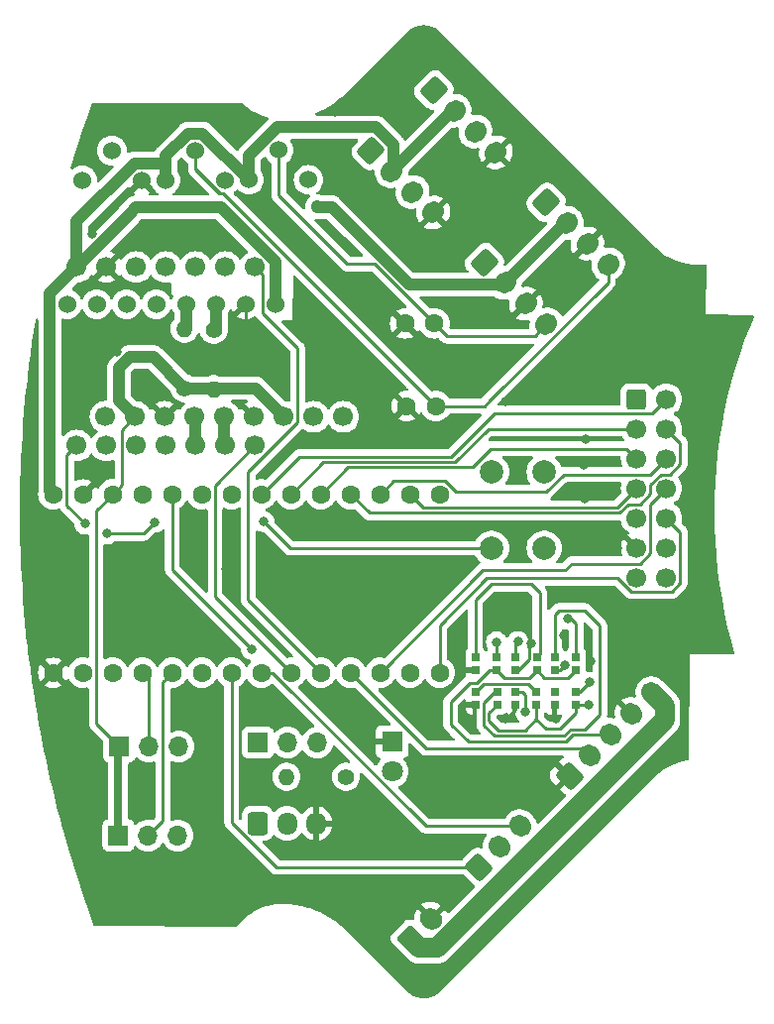
<source format=gbr>
%TF.GenerationSoftware,KiCad,Pcbnew,7.0.9*%
%TF.CreationDate,2024-12-16T14:33:07+09:00*%
%TF.ProjectId,Main maicon,4d61696e-206d-4616-9963-6f6e2e6b6963,rev?*%
%TF.SameCoordinates,Original*%
%TF.FileFunction,Copper,L1,Top*%
%TF.FilePolarity,Positive*%
%FSLAX46Y46*%
G04 Gerber Fmt 4.6, Leading zero omitted, Abs format (unit mm)*
G04 Created by KiCad (PCBNEW 7.0.9) date 2024-12-16 14:33:07*
%MOMM*%
%LPD*%
G01*
G04 APERTURE LIST*
G04 Aperture macros list*
%AMRoundRect*
0 Rectangle with rounded corners*
0 $1 Rounding radius*
0 $2 $3 $4 $5 $6 $7 $8 $9 X,Y pos of 4 corners*
0 Add a 4 corners polygon primitive as box body*
4,1,4,$2,$3,$4,$5,$6,$7,$8,$9,$2,$3,0*
0 Add four circle primitives for the rounded corners*
1,1,$1+$1,$2,$3*
1,1,$1+$1,$4,$5*
1,1,$1+$1,$6,$7*
1,1,$1+$1,$8,$9*
0 Add four rect primitives between the rounded corners*
20,1,$1+$1,$2,$3,$4,$5,0*
20,1,$1+$1,$4,$5,$6,$7,0*
20,1,$1+$1,$6,$7,$8,$9,0*
20,1,$1+$1,$8,$9,$2,$3,0*%
%AMHorizOval*
0 Thick line with rounded ends*
0 $1 width*
0 $2 $3 position (X,Y) of the first rounded end (center of the circle)*
0 $4 $5 position (X,Y) of the second rounded end (center of the circle)*
0 Add line between two ends*
20,1,$1,$2,$3,$4,$5,0*
0 Add two circle primitives to create the rounded ends*
1,1,$1,$2,$3*
1,1,$1,$4,$5*%
G04 Aperture macros list end*
%TA.AperFunction,ComponentPad*%
%ADD10RoundRect,0.250000X-0.600000X-0.725000X0.600000X-0.725000X0.600000X0.725000X-0.600000X0.725000X0*%
%TD*%
%TA.AperFunction,ComponentPad*%
%ADD11O,1.700000X1.950000*%
%TD*%
%TA.AperFunction,ComponentPad*%
%ADD12RoundRect,0.250000X0.088388X-0.936916X0.936916X-0.088388X-0.088388X0.936916X-0.936916X0.088388X0*%
%TD*%
%TA.AperFunction,ComponentPad*%
%ADD13HorizOval,1.700000X-0.088388X0.088388X0.088388X-0.088388X0*%
%TD*%
%TA.AperFunction,ComponentPad*%
%ADD14RoundRect,0.250000X-0.936916X-0.088388X-0.088388X-0.936916X0.936916X0.088388X0.088388X0.936916X0*%
%TD*%
%TA.AperFunction,ComponentPad*%
%ADD15HorizOval,1.700000X-0.088388X-0.088388X0.088388X0.088388X0*%
%TD*%
%TA.AperFunction,ComponentPad*%
%ADD16R,1.700000X1.700000*%
%TD*%
%TA.AperFunction,ComponentPad*%
%ADD17O,1.700000X1.700000*%
%TD*%
%TA.AperFunction,ComponentPad*%
%ADD18C,1.400000*%
%TD*%
%TA.AperFunction,ComponentPad*%
%ADD19O,1.400000X1.400000*%
%TD*%
%TA.AperFunction,ComponentPad*%
%ADD20C,1.700000*%
%TD*%
%TA.AperFunction,SMDPad,CuDef*%
%ADD21R,0.700000X0.700000*%
%TD*%
%TA.AperFunction,ComponentPad*%
%ADD22R,1.800000X1.800000*%
%TD*%
%TA.AperFunction,ComponentPad*%
%ADD23C,1.800000*%
%TD*%
%TA.AperFunction,ComponentPad*%
%ADD24RoundRect,0.250000X0.106066X-0.954594X0.954594X-0.106066X-0.106066X0.954594X-0.954594X0.106066X0*%
%TD*%
%TA.AperFunction,ComponentPad*%
%ADD25HorizOval,1.700000X-0.106066X0.106066X0.106066X-0.106066X0*%
%TD*%
%TA.AperFunction,ComponentPad*%
%ADD26C,1.524000*%
%TD*%
%TA.AperFunction,ComponentPad*%
%ADD27C,1.600000*%
%TD*%
%TA.AperFunction,ComponentPad*%
%ADD28RoundRect,0.250000X-0.600000X-0.600000X0.600000X-0.600000X0.600000X0.600000X-0.600000X0.600000X0*%
%TD*%
%TA.AperFunction,ComponentPad*%
%ADD29C,2.000000*%
%TD*%
%TA.AperFunction,ViaPad*%
%ADD30C,0.800000*%
%TD*%
%TA.AperFunction,Conductor*%
%ADD31C,0.250000*%
%TD*%
%TA.AperFunction,Conductor*%
%ADD32C,1.000000*%
%TD*%
%TA.AperFunction,Conductor*%
%ADD33C,1.700000*%
%TD*%
%TA.AperFunction,Conductor*%
%ADD34C,0.700000*%
%TD*%
G04 APERTURE END LIST*
D10*
%TO.P,J5,1,Pin_1*%
%TO.N,5V_IN*%
X84790000Y-113495000D03*
D11*
%TO.P,J5,2,Pin_2*%
%TO.N,unconnected-(J5-Pin_2-Pad2)*%
X87290000Y-113495000D03*
%TO.P,J5,3,Pin_3*%
%TO.N,GND*%
X89790000Y-113495000D03*
%TD*%
D12*
%TO.P,J7,1,Pin_1*%
%TO.N,FET1*%
X103694466Y-117255534D03*
D13*
%TO.P,J7,2,Pin_2*%
%TO.N,GND*%
X105462233Y-115487767D03*
%TO.P,J7,3,Pin_3*%
%TO.N,FET2*%
X107230000Y-113720000D03*
%TD*%
D14*
%TO.P,J2,1,Pin_1*%
%TO.N,TX_MD*%
X99834466Y-50864466D03*
D15*
%TO.P,J2,2,Pin_2*%
%TO.N,+5V*%
X101602233Y-52632233D03*
%TO.P,J2,3,Pin_3*%
%TO.N,RX_MD*%
X103370000Y-54400000D03*
%TO.P,J2,4,Pin_4*%
%TO.N,GND*%
X105137767Y-56167767D03*
%TD*%
D16*
%TO.P,SW2,1,A*%
%TO.N,+3.3V*%
X72960000Y-106940000D03*
D17*
%TO.P,SW2,2,B*%
%TO.N,Tougle_Switch_atack or diffence*%
X75500000Y-106940000D03*
%TO.P,SW2,3*%
%TO.N,N/C*%
X78040000Y-106940000D03*
%TD*%
D18*
%TO.P,R2,1*%
%TO.N,+3.3V*%
X78530000Y-76320000D03*
D19*
%TO.P,R2,2*%
%TO.N,SDA*%
X78530000Y-71240000D03*
%TD*%
D20*
%TO.P,L3GD20H1,1,VDD*%
%TO.N,unconnected-(L3GD20H1-VDD-Pad1)*%
X71780000Y-78770000D03*
%TO.P,L3GD20H1,2,VIN*%
%TO.N,+3.3V*%
X74320000Y-78770000D03*
%TO.P,L3GD20H1,3,GND*%
%TO.N,GND*%
X76860000Y-78770000D03*
%TO.P,L3GD20H1,4,SDA/SDI/SDO*%
%TO.N,SDA*%
X79400000Y-78770000D03*
%TO.P,L3GD20H1,5,SCL/SPC*%
%TO.N,SCL*%
X81940000Y-78770000D03*
%TO.P,L3GD20H1,6,SDO/SAO*%
%TO.N,GND*%
X84480000Y-78770000D03*
%TO.P,L3GD20H1,7,CS*%
%TO.N,+3.3V*%
X87020000Y-78770000D03*
%TO.P,L3GD20H1,8,DRDY/INT2*%
%TO.N,unconnected-(L3GD20H1-DRDY{slash}INT2-Pad8)*%
X89560000Y-78770000D03*
%TO.P,L3GD20H1,9,INT1*%
%TO.N,unconnected-(L3GD20H1-INT1-Pad9)*%
X92100000Y-78770000D03*
%TD*%
D21*
%TO.P,D6,1,DOUT*%
%TO.N,Net-(D6-DOUT)*%
X106770000Y-102250000D03*
%TO.P,D6,2,GND*%
%TO.N,GND*%
X106770000Y-103350000D03*
%TO.P,D6,3,VDD*%
%TO.N,+5V*%
X108600000Y-103350000D03*
%TO.P,D6,4,DIN*%
%TO.N,Net-(D5-DOUT)*%
X108600000Y-102250000D03*
%TD*%
D22*
%TO.P,D1,1,K*%
%TO.N,GND*%
X96270000Y-106515000D03*
D23*
%TO.P,D1,2,A*%
%TO.N,Net-(D1-A)*%
X96270000Y-109055000D03*
%TD*%
D14*
%TO.P,J9,1,Pin_1*%
%TO.N,CN2_Touch_sensor*%
X104152233Y-65572233D03*
D15*
%TO.P,J9,2,Pin_2*%
%TO.N,+3.3V*%
X105920000Y-67340000D03*
%TO.P,J9,3,Pin_3*%
%TO.N,GND*%
X107687767Y-69107767D03*
%TO.P,J9,4,Pin_4*%
%TO.N,LED2*%
X109455534Y-70875534D03*
%TD*%
D24*
%TO.P,J1,1,Pin_1*%
%TO.N,+12V*%
X97872233Y-123407767D03*
D25*
%TO.P,J1,2,Pin_2*%
%TO.N,GND*%
X99640000Y-121640000D03*
%TD*%
D18*
%TO.P,R3,1*%
%TO.N,SCL*%
X81030000Y-71330000D03*
D19*
%TO.P,R3,2*%
%TO.N,+3.3V*%
X81030000Y-76410000D03*
%TD*%
D26*
%TO.P,BNO1,1,VIN*%
%TO.N,+5V*%
X86280000Y-69150000D03*
%TO.P,BNO1,2,GND*%
%TO.N,GND*%
X83740000Y-69150000D03*
%TO.P,BNO1,3,SCL*%
%TO.N,SCL*%
X81200000Y-69150000D03*
%TO.P,BNO1,4,SDA*%
%TO.N,SDA*%
X78660000Y-69150000D03*
%TO.P,BNO1,5,ADD*%
%TO.N,unconnected-(BNO1-ADD-Pad5)*%
X76120000Y-69150000D03*
%TO.P,BNO1,6,INT*%
%TO.N,unconnected-(BNO1-INT-Pad6)*%
X73580000Y-69150000D03*
%TO.P,BNO1,7,BOOT*%
%TO.N,unconnected-(BNO1-BOOT-Pad7)*%
X71040000Y-69150000D03*
%TO.P,BNO1,8,RST*%
%TO.N,unconnected-(BNO1-RST-Pad8)*%
X68500000Y-69150000D03*
%TD*%
%TO.P,Back,1,1*%
%TO.N,+5V*%
X84040000Y-58520000D03*
%TO.P,Back,2,2*%
%TO.N,LED2*%
X86580000Y-55980000D03*
%TO.P,Back,3,3*%
%TO.N,unconnected-(RV3-Pad3)*%
X89120000Y-58520000D03*
%TD*%
D27*
%TO.P,C1,1*%
%TO.N,GND*%
X97500000Y-77840000D03*
%TO.P,C1,2*%
%TO.N,LED1*%
X100000000Y-77840000D03*
%TD*%
D12*
%TO.P,J6,1,Pin_1*%
%TO.N,GND*%
X111418932Y-109451068D03*
D13*
%TO.P,J6,2,Pin_2*%
%TO.N,ESC*%
X113186699Y-107683301D03*
%TO.P,J6,3,Pin_3*%
%TO.N,+5V*%
X114954466Y-105915534D03*
%TO.P,J6,4,Pin_4*%
%TO.N,GND*%
X116722233Y-104147767D03*
%TO.P,J6,5,Pin_5*%
%TO.N,+12V*%
X118490000Y-102380000D03*
%TD*%
D18*
%TO.P,R1,1*%
%TO.N,Net-(D1-A)*%
X92330000Y-109515000D03*
D19*
%TO.P,R1,2*%
%TO.N,+5V*%
X87250000Y-109515000D03*
%TD*%
D14*
%TO.P,J3,1,Pin_1*%
%TO.N,TX_Line*%
X94470000Y-56020000D03*
D15*
%TO.P,J3,2,Pin_2*%
%TO.N,+5V*%
X96237767Y-57787767D03*
%TO.P,J3,3,Pin_3*%
%TO.N,RX_Line*%
X98005534Y-59555534D03*
%TO.P,J3,4,Pin_4*%
%TO.N,GND*%
X99773301Y-61323301D03*
%TD*%
D16*
%TO.P,SW3,1,A*%
%TO.N,+3.3V*%
X72880000Y-114520000D03*
D17*
%TO.P,SW3,2,B*%
%TO.N,Tougle_switch_ yellow or blue*%
X75420000Y-114520000D03*
%TO.P,SW3,3*%
%TO.N,N/C*%
X77960000Y-114520000D03*
%TD*%
D20*
%TO.P,U2,1,PA02_A0_D0*%
%TO.N,Gyairo_RST_Switch*%
X69310000Y-81220000D03*
%TO.P,U2,2,PA4_A1_D1*%
%TO.N,RV*%
X71850000Y-81220000D03*
%TO.P,U2,3,PA10_A2_D2*%
%TO.N,unconnected-(U2-PA10_A2_D2-Pad3)*%
X74390000Y-81220000D03*
%TO.P,U2,4,PA11_A3_D3*%
%TO.N,unconnected-(U2-PA11_A3_D3-Pad4)*%
X76930000Y-81220000D03*
%TO.P,U2,5,PA8_A4_D4_SDA*%
%TO.N,SDA*%
X79470000Y-81220000D03*
%TO.P,U2,6,PA9_A5_D5_SCL*%
%TO.N,SCL*%
X82010000Y-81220000D03*
%TO.P,U2,7,PB08_A6_D6_TX*%
%TO.N,TX_Gyairo*%
X84550000Y-81220000D03*
%TO.P,U2,8,PB09_A7_D7_RX*%
%TO.N,RX_Gyairo*%
X84550000Y-65980000D03*
%TO.P,U2,9,PA7_A8_D8_SCK*%
%TO.N,unconnected-(U2-PA7_A8_D8_SCK-Pad9)*%
X82010000Y-65980000D03*
%TO.P,U2,10,PA5_A9_D9_MISO*%
%TO.N,unconnected-(U2-PA5_A9_D9_MISO-Pad10)*%
X79470000Y-65980000D03*
%TO.P,U2,11,PA6_A10_D10_MOSI*%
%TO.N,unconnected-(U2-PA6_A10_D10_MOSI-Pad11)*%
X76930000Y-65980000D03*
%TO.P,U2,12,3V3*%
%TO.N,+3.3V*%
X74390000Y-65980000D03*
%TO.P,U2,13,GND*%
%TO.N,GND*%
X71850000Y-65980000D03*
%TO.P,U2,14,5V*%
%TO.N,+5V*%
X69310000Y-65980000D03*
%TD*%
D26*
%TO.P,RV1,1,1*%
%TO.N,+5V*%
X76910000Y-58560000D03*
%TO.P,RV1,2,2*%
%TO.N,LED1*%
X79450000Y-56020000D03*
%TO.P,RV1,3,3*%
%TO.N,unconnected-(RV1-Pad3)*%
X81990000Y-58560000D03*
%TD*%
D21*
%TO.P,D4,1,DOUT*%
%TO.N,Net-(D4-DOUT)*%
X110165000Y-99300000D03*
%TO.P,D4,2,GND*%
%TO.N,GND*%
X110165000Y-100400000D03*
%TO.P,D4,3,VDD*%
%TO.N,+5V*%
X111995000Y-100400000D03*
%TO.P,D4,4,DIN*%
%TO.N,Net-(D3-DOUT)*%
X111995000Y-99300000D03*
%TD*%
D27*
%TO.P,U1,1,GND*%
%TO.N,GND*%
X67320000Y-100630000D03*
%TO.P,U1,2,0_RX1_CRX2_CS1*%
%TO.N,TX_MD*%
X69860000Y-100630000D03*
%TO.P,U1,3,1_TX1_CTX2_MISO1*%
%TO.N,RX_MD*%
X72400000Y-100630000D03*
%TO.P,U1,4,2_OUT2*%
%TO.N,Tougle_Switch_atack or diffence*%
X74940000Y-100630000D03*
%TO.P,U1,5,3_LRCLK2*%
%TO.N,Tougle_switch_ yellow or blue*%
X77480000Y-100630000D03*
%TO.P,U1,6,4_BCLK2*%
%TO.N,CN2_Touch_sensor*%
X80020000Y-100630000D03*
%TO.P,U1,7,5_IN2*%
%TO.N,FET1*%
X82560000Y-100630000D03*
%TO.P,U1,8,6_OUT1D*%
%TO.N,FET2*%
X85100000Y-100630000D03*
%TO.P,U1,9,7_RX2_OUT1A*%
%TO.N,TX_Gyairo*%
X87640000Y-100630000D03*
%TO.P,U1,10,8_TX2_IN1*%
%TO.N,RX_Gyairo*%
X90180000Y-100630000D03*
%TO.P,U1,11,9_OUT1C*%
%TO.N,ESC*%
X92720000Y-100630000D03*
%TO.P,U1,12,10_CS_MQSR*%
%TO.N,LCD-TeensyD10*%
X95260000Y-100630000D03*
%TO.P,U1,13,11_MOSI_CTX1*%
%TO.N,LCD-TeensyD11*%
X97800000Y-100630000D03*
%TO.P,U1,14,12_MISO_MQSL*%
%TO.N,LCD-TeensyD12*%
X100340000Y-100630000D03*
%TO.P,U1,20,13_SCK_CRX1_LED*%
%TO.N,CN1_Touch_sensor*%
X100340000Y-85390000D03*
%TO.P,U1,21,14_A0_TX3_SPDIF_OUT*%
%TO.N,RX_camera*%
X97800000Y-85390000D03*
%TO.P,U1,22,15_A1_RX3_SPDIF_IN*%
%TO.N,TX_camera*%
X95260000Y-85390000D03*
%TO.P,U1,23,16_A2_RX4_SCL1*%
%TO.N,TX_Boll*%
X92720000Y-85390000D03*
%TO.P,U1,24,17_A3_TX4_SDA1*%
%TO.N,RX_Boll*%
X90180000Y-85390000D03*
%TO.P,U1,25,18_A4_SDA0*%
%TO.N,SDA_LCD*%
X87640000Y-85390000D03*
%TO.P,U1,26,19_A5_SCL0*%
%TO.N,SCL_LCD*%
X85100000Y-85390000D03*
%TO.P,U1,27,20_A6_TX5_LRCLK1*%
%TO.N,RX_Line*%
X82560000Y-85390000D03*
%TO.P,U1,28,21_A7_RX5_BCLK1*%
%TO.N,TX_Line*%
X80020000Y-85390000D03*
%TO.P,U1,29,22_A8_CTX1*%
%TO.N,NEO*%
X77480000Y-85390000D03*
%TO.P,U1,30,23_A9_CRX1_MCLK1*%
%TO.N,switch*%
X74940000Y-85390000D03*
%TO.P,U1,31,3V3*%
%TO.N,+3.3V*%
X72400000Y-85390000D03*
%TO.P,U1,32,GND*%
%TO.N,GND*%
X69860000Y-85390000D03*
%TO.P,U1,33,VIN*%
%TO.N,+5V*%
X67320000Y-85390000D03*
%TD*%
D21*
%TO.P,D2,1,DOUT*%
%TO.N,Net-(D2-DOUT)*%
X103385000Y-99300000D03*
%TO.P,D2,2,GND*%
%TO.N,GND*%
X103385000Y-100400000D03*
%TO.P,D2,3,VDD*%
%TO.N,+5V*%
X105215000Y-100400000D03*
%TO.P,D2,4,DIN*%
%TO.N,NEO*%
X105215000Y-99300000D03*
%TD*%
D16*
%TO.P,SW1,1,A*%
%TO.N,5V_IN*%
X84800000Y-106595000D03*
D17*
%TO.P,SW1,2,B*%
%TO.N,+5V*%
X87340000Y-106595000D03*
%TO.P,SW1,3*%
%TO.N,N/C*%
X89880000Y-106595000D03*
%TD*%
D21*
%TO.P,D3,1,DOUT*%
%TO.N,Net-(D3-DOUT)*%
X106785000Y-99300000D03*
%TO.P,D3,2,GND*%
%TO.N,GND*%
X106785000Y-100400000D03*
%TO.P,D3,3,VDD*%
%TO.N,+5V*%
X108615000Y-100400000D03*
%TO.P,D3,4,DIN*%
%TO.N,Net-(D2-DOUT)*%
X108615000Y-99300000D03*
%TD*%
%TO.P,D7,1,DOUT*%
%TO.N,unconnected-(D7-DOUT-Pad1)*%
X110140000Y-102250000D03*
%TO.P,D7,2,GND*%
%TO.N,GND*%
X110140000Y-103350000D03*
%TO.P,D7,3,VDD*%
%TO.N,+5V*%
X111970000Y-103350000D03*
%TO.P,D7,4,DIN*%
%TO.N,Net-(D6-DOUT)*%
X111970000Y-102250000D03*
%TD*%
D28*
%TO.P,J8,1,Pin_1*%
%TO.N,unconnected-(J8-Pin_1-Pad1)*%
X117147500Y-77260000D03*
D20*
%TO.P,J8,2,Pin_2*%
%TO.N,SCL_LCD*%
X119687500Y-77260000D03*
%TO.P,J8,3,Pin_3*%
%TO.N,SDA_LCD*%
X117147500Y-79800000D03*
%TO.P,J8,4,Pin_4*%
%TO.N,TX_Boll*%
X119687500Y-79800000D03*
%TO.P,J8,5,Pin_5*%
%TO.N,RX_Boll*%
X117147500Y-82340000D03*
%TO.P,J8,6,Pin_6*%
%TO.N,TX_camera*%
X119687500Y-82340000D03*
%TO.P,J8,7,Pin_7*%
%TO.N,RX_camera*%
X117147500Y-84880000D03*
%TO.P,J8,8,Pin_8*%
%TO.N,LCD-TeensyD10*%
X119687500Y-84880000D03*
%TO.P,J8,9,Pin_9*%
%TO.N,LCD-TeensyD11*%
X117147500Y-87420000D03*
%TO.P,J8,10,Pin_10*%
%TO.N,LCD-TeensyD12*%
X119687500Y-87420000D03*
%TO.P,J8,11,Pin_11*%
%TO.N,GND*%
X117147500Y-89960000D03*
%TO.P,J8,12,Pin_12*%
%TO.N,+3.3V*%
X119687500Y-89960000D03*
%TO.P,J8,13,Pin_13*%
%TO.N,switch*%
X117147500Y-92500000D03*
%TO.P,J8,14,Pin_14*%
%TO.N,+5V*%
X119687500Y-92500000D03*
%TD*%
D29*
%TO.P,SW4,1,1*%
%TO.N,+3.3V*%
X109260000Y-83480000D03*
X109260000Y-89980000D03*
%TO.P,SW4,2,2*%
%TO.N,Gyairo_RST_Switch*%
X104760000Y-83480000D03*
X104760000Y-89980000D03*
%TD*%
D14*
%TO.P,J4,1,Pin_1*%
%TO.N,CN1_Touch_sensor*%
X109424466Y-60444466D03*
D15*
%TO.P,J4,2,Pin_2*%
%TO.N,+3.3V*%
X111192233Y-62212233D03*
%TO.P,J4,3,Pin_3*%
%TO.N,GND*%
X112960000Y-63980000D03*
%TO.P,J4,4,Pin_4*%
%TO.N,LED1*%
X114727767Y-65747767D03*
%TD*%
D26*
%TO.P,RV2,1,1*%
%TO.N,+3.3V*%
X69790000Y-58570000D03*
%TO.P,RV2,2,2*%
%TO.N,RV*%
X72330000Y-56030000D03*
%TO.P,RV2,3,3*%
%TO.N,GND*%
X74870000Y-58570000D03*
%TD*%
D21*
%TO.P,D5,1,DOUT*%
%TO.N,Net-(D5-DOUT)*%
X103420000Y-102250000D03*
%TO.P,D5,2,GND*%
%TO.N,GND*%
X103420000Y-103350000D03*
%TO.P,D5,3,VDD*%
%TO.N,+5V*%
X105250000Y-103350000D03*
%TO.P,D5,4,DIN*%
%TO.N,Net-(D4-DOUT)*%
X105250000Y-102250000D03*
%TD*%
D27*
%TO.P,C2,1*%
%TO.N,GND*%
X97380000Y-70790000D03*
%TO.P,C2,2*%
%TO.N,LED2*%
X99880000Y-70790000D03*
%TD*%
D30*
%TO.N,+5V*%
X113055400Y-103403400D03*
%TO.N,GND*%
X93850000Y-97325000D03*
X98690000Y-72180000D03*
X106340000Y-70670000D03*
X103560000Y-57470000D03*
X92075000Y-103124000D03*
X92075000Y-120475000D03*
X74225000Y-91725000D03*
X70610000Y-63150000D03*
X99187000Y-103378000D03*
X91330000Y-88560000D03*
X103100000Y-78900000D03*
X91400000Y-52730000D03*
X111020000Y-100000000D03*
X94250000Y-114050000D03*
X77925000Y-63175000D03*
X75100000Y-62550000D03*
X93050000Y-68350000D03*
X69450000Y-98125000D03*
X72750000Y-73190000D03*
X110300000Y-104550000D03*
X105930000Y-104590000D03*
X113240000Y-99620000D03*
X70275000Y-107950000D03*
X86283800Y-75996800D03*
X80225000Y-104550000D03*
X105980000Y-77500000D03*
X101480000Y-54670000D03*
X105500000Y-95830000D03*
X80030000Y-91880000D03*
X92225000Y-63925000D03*
X83750000Y-119100000D03*
X65550000Y-88550000D03*
X95730000Y-59990000D03*
X82030000Y-91800000D03*
X76290000Y-90260000D03*
X98933000Y-109982000D03*
X88140000Y-92340000D03*
X122930000Y-95030000D03*
X108120000Y-98120000D03*
X102860000Y-104660000D03*
X117729000Y-95631000D03*
X83750000Y-70900000D03*
X81150000Y-62625000D03*
X102580000Y-91430000D03*
X72200000Y-90225000D03*
X112660000Y-82840000D03*
X112810000Y-80660000D03*
X88325000Y-95900000D03*
X112160000Y-93790000D03*
X105537000Y-109347000D03*
X110970000Y-97410000D03*
X79800000Y-73925000D03*
X91975000Y-74500000D03*
X108331000Y-109601000D03*
X99000000Y-52790000D03*
X71475000Y-119600000D03*
X94600000Y-80760000D03*
X86030000Y-90760000D03*
X112700000Y-85750000D03*
X78320000Y-57390000D03*
X82950000Y-55300000D03*
X74290000Y-109780000D03*
X107010000Y-82780000D03*
X75850000Y-71850000D03*
X115490000Y-90000000D03*
%TO.N,NEO*%
X84250000Y-98590000D03*
X105190000Y-98000000D03*
%TO.N,Net-(D3-DOUT)*%
X111250000Y-96034500D03*
X107010000Y-97970000D03*
%TO.N,+3.3V*%
X89840000Y-60780000D03*
%TO.N,Gyairo_RST_Switch*%
X85300000Y-87730000D03*
X75990000Y-87760000D03*
X71930000Y-88760000D03*
X70030000Y-87910000D03*
%TO.N,Net-(D6-DOUT)*%
X113110000Y-101440000D03*
X107670000Y-103990000D03*
%TD*%
D31*
%TO.N,+5V*%
X108615000Y-100400000D02*
X109290000Y-101075000D01*
D32*
X74375000Y-60875000D02*
X73825000Y-61425000D01*
X76535630Y-57108000D02*
X74264419Y-57108000D01*
X81637032Y-60875000D02*
X74375000Y-60875000D01*
D31*
X113055400Y-103403400D02*
X112725200Y-103301800D01*
X102780000Y-106540000D02*
X111080000Y-106540000D01*
D32*
X73825000Y-61425000D02*
X73825000Y-61490635D01*
X96237767Y-57787767D02*
X96361814Y-57663720D01*
X101393301Y-52632233D02*
X96237767Y-57787767D01*
X80078000Y-54558000D02*
X78832000Y-54558000D01*
D31*
X108600000Y-104570000D02*
X107620000Y-105550000D01*
X107940000Y-101075000D02*
X108615000Y-100400000D01*
D32*
X67038000Y-68252000D02*
X67038000Y-85108000D01*
X67038000Y-85108000D02*
X67320000Y-85390000D01*
X96361814Y-57663720D02*
X96361814Y-55543006D01*
X84040000Y-56452419D02*
X84040000Y-58520000D01*
X96361814Y-55543006D02*
X94858808Y-54040000D01*
X94858808Y-54040000D02*
X86452419Y-54040000D01*
D31*
X114954466Y-105915534D02*
X111704466Y-105915534D01*
X110633604Y-105400000D02*
X109390000Y-105400000D01*
D32*
X84040000Y-58520000D02*
X80078000Y-54558000D01*
D31*
X112677000Y-103350000D02*
X113055400Y-103403400D01*
D32*
X78832000Y-54558000D02*
X76910000Y-56480000D01*
D31*
X103505000Y-101510000D02*
X102880000Y-101510000D01*
X105890000Y-101075000D02*
X107940000Y-101075000D01*
D32*
X73825000Y-61490635D02*
X69335635Y-65980000D01*
D31*
X107620000Y-105550000D02*
X105350000Y-105550000D01*
X105215000Y-100400000D02*
X104615000Y-100400000D01*
X102880000Y-101510000D02*
X101260000Y-103130000D01*
D32*
X87340000Y-109425000D02*
X87250000Y-109515000D01*
X76910000Y-58560000D02*
X76910000Y-57482370D01*
X86280000Y-65517968D02*
X81637032Y-60875000D01*
D31*
X104545000Y-104745000D02*
X104545000Y-104055000D01*
X111320000Y-101075000D02*
X111995000Y-100400000D01*
X108600000Y-104610000D02*
X108600000Y-103350000D01*
D32*
X86452419Y-54040000D02*
X84040000Y-56452419D01*
D31*
X111970000Y-103350000D02*
X112677000Y-103350000D01*
X111970000Y-103350000D02*
X111970000Y-104063604D01*
X101260000Y-103130000D02*
X101260000Y-105020000D01*
X105215000Y-100400000D02*
X105890000Y-101075000D01*
D32*
X69310000Y-65980000D02*
X67038000Y-68252000D01*
D31*
X109390000Y-105400000D02*
X108600000Y-104610000D01*
X104545000Y-104055000D02*
X105250000Y-103350000D01*
D32*
X69335635Y-65980000D02*
X69310000Y-65980000D01*
X86280000Y-69150000D02*
X86280000Y-65517968D01*
X74264419Y-57108000D02*
X69310000Y-62062419D01*
D31*
X101260000Y-105020000D02*
X102780000Y-106540000D01*
D32*
X101602233Y-52632233D02*
X101393301Y-52632233D01*
D31*
X108600000Y-103350000D02*
X108600000Y-104570000D01*
X104615000Y-100400000D02*
X103505000Y-101510000D01*
D32*
X69310000Y-62062419D02*
X69310000Y-65980000D01*
D31*
X111704466Y-105915534D02*
X111080000Y-106540000D01*
X111970000Y-104063604D02*
X110633604Y-105400000D01*
D32*
X76910000Y-57482370D02*
X76535630Y-57108000D01*
X76910000Y-56480000D02*
X76910000Y-58560000D01*
D31*
X109290000Y-101075000D02*
X111320000Y-101075000D01*
X105350000Y-105550000D02*
X104545000Y-104745000D01*
%TO.N,GND*%
X107940000Y-98300000D02*
X108120000Y-98120000D01*
X106770000Y-103350000D02*
X106770000Y-103750000D01*
X110620000Y-100400000D02*
X111020000Y-100000000D01*
X83740000Y-70890000D02*
X83750000Y-70900000D01*
X106785000Y-100400000D02*
X107035000Y-100400000D01*
X107035000Y-100400000D02*
X107940000Y-99495000D01*
X106770000Y-103750000D02*
X105930000Y-104590000D01*
X83750000Y-70900000D02*
X83740000Y-70910000D01*
X83740000Y-69150000D02*
X83740000Y-70890000D01*
X83740000Y-70910000D02*
X83740000Y-71015000D01*
X110165000Y-100400000D02*
X110620000Y-100400000D01*
X107940000Y-99495000D02*
X107940000Y-98300000D01*
D32*
%TO.N,SCL*%
X81200000Y-71160000D02*
X81030000Y-71330000D01*
X81940000Y-81150000D02*
X82010000Y-81220000D01*
X81940000Y-78770000D02*
X81940000Y-81150000D01*
X81200000Y-69150000D02*
X81200000Y-71160000D01*
%TO.N,SDA*%
X78660000Y-69150000D02*
X78660000Y-71110000D01*
X79400000Y-81150000D02*
X79470000Y-81220000D01*
X79470000Y-78840000D02*
X79400000Y-78770000D01*
X78660000Y-71110000D02*
X78530000Y-71240000D01*
X79470000Y-81220000D02*
X79470000Y-78840000D01*
D31*
%TO.N,LED1*%
X81467000Y-59647000D02*
X79450000Y-57630000D01*
X79450000Y-57557251D02*
X79450000Y-56020000D01*
X104152768Y-77840000D02*
X104591384Y-77401384D01*
X100000000Y-77840000D02*
X81807000Y-59647000D01*
X100000000Y-77840000D02*
X104152768Y-77840000D01*
X81807000Y-59647000D02*
X81539749Y-59647000D01*
X81539749Y-59647000D02*
X79450000Y-57557251D01*
X81575758Y-59647000D02*
X81467000Y-59647000D01*
X114727767Y-67265001D02*
X104591384Y-77401384D01*
X114727767Y-65747767D02*
X114727767Y-67265001D01*
X79450000Y-57630000D02*
X79450000Y-56020000D01*
%TO.N,Net-(D2-DOUT)*%
X104740000Y-93060000D02*
X103385000Y-94415000D01*
X108890000Y-93840000D02*
X108110000Y-93060000D01*
X108890000Y-99025000D02*
X108890000Y-93840000D01*
X108110000Y-93060000D02*
X104740000Y-93060000D01*
X103385000Y-94415000D02*
X103385000Y-99300000D01*
X108615000Y-99300000D02*
X108890000Y-99025000D01*
%TO.N,NEO*%
X77480000Y-91820000D02*
X77480000Y-85390000D01*
X105110000Y-98000000D02*
X105160000Y-98050000D01*
X84250000Y-98590000D02*
X77480000Y-91820000D01*
X105190000Y-98080000D02*
X105190000Y-98000000D01*
X105215000Y-98105000D02*
X105190000Y-98080000D01*
X105215000Y-99300000D02*
X105215000Y-98105000D01*
X105190000Y-98000000D02*
X105110000Y-98000000D01*
%TO.N,Net-(D3-DOUT)*%
X111574500Y-96034500D02*
X111995000Y-96455000D01*
X106785000Y-98195000D02*
X106785000Y-99300000D01*
X111995000Y-96455000D02*
X111995000Y-99300000D01*
X111250000Y-96034500D02*
X111574500Y-96034500D01*
X107010000Y-97970000D02*
X106785000Y-98195000D01*
%TO.N,Net-(D4-DOUT)*%
X114010000Y-96610000D02*
X112710000Y-95310000D01*
X105000000Y-102250000D02*
X104095000Y-103155000D01*
X114010000Y-104176000D02*
X114010000Y-96610000D01*
X105250000Y-102250000D02*
X105000000Y-102250000D01*
X110520000Y-95310000D02*
X110165000Y-95665000D01*
X112720466Y-105465534D02*
X114010000Y-104176000D01*
X112710000Y-95310000D02*
X110520000Y-95310000D01*
X104990000Y-106000000D02*
X110983604Y-106000000D01*
X104095000Y-103155000D02*
X104095000Y-105105000D01*
X104095000Y-105105000D02*
X104990000Y-106000000D01*
X110165000Y-95665000D02*
X110165000Y-99300000D01*
X110983604Y-106000000D02*
X111518070Y-105465534D01*
X111518070Y-105465534D02*
X112720466Y-105465534D01*
D33*
%TO.N,+12V*%
X100064264Y-124114874D02*
X119540000Y-104639138D01*
X97872233Y-123407767D02*
X98579340Y-124114874D01*
X119540000Y-103430000D02*
X118490000Y-102380000D01*
X98579340Y-124114874D02*
X100064264Y-124114874D01*
X119540000Y-104639138D02*
X119540000Y-103430000D01*
D34*
%TO.N,+3.3V*%
X72880000Y-107020000D02*
X72960000Y-106940000D01*
D32*
X87020000Y-78770000D02*
X84570000Y-76320000D01*
D34*
X72880000Y-114520000D02*
X72880000Y-107020000D01*
D32*
X89850000Y-60850000D02*
X89920000Y-60850000D01*
D31*
X72400000Y-85390000D02*
X73199999Y-84590001D01*
D32*
X111192233Y-62212233D02*
X111047767Y-62212233D01*
X89840000Y-60780000D02*
X89850000Y-60850000D01*
D31*
X70985000Y-86805000D02*
X70985000Y-104965000D01*
X73199999Y-84590001D02*
X73199999Y-79890001D01*
D32*
X75860000Y-73650000D02*
X78530000Y-76320000D01*
X72925000Y-77375000D02*
X72925000Y-74570635D01*
X72925000Y-74570635D02*
X73845635Y-73650000D01*
D31*
X73199999Y-79890001D02*
X74320000Y-78770000D01*
X72400000Y-85390000D02*
X70985000Y-86805000D01*
D32*
X84570000Y-76320000D02*
X78530000Y-76320000D01*
X73845635Y-73650000D02*
X75860000Y-73650000D01*
X105920000Y-67340000D02*
X105795953Y-67464047D01*
X111047767Y-62212233D02*
X105920000Y-67340000D01*
D31*
X70985000Y-104965000D02*
X72960000Y-106940000D01*
D32*
X91106726Y-60850000D02*
X89990000Y-60850000D01*
X89990000Y-60850000D02*
X89840000Y-60780000D01*
X74320000Y-78770000D02*
X72925000Y-77375000D01*
X97720773Y-67464047D02*
X91106726Y-60850000D01*
X105795953Y-67464047D02*
X97720773Y-67464047D01*
%TO.N,5V_IN*%
X84790000Y-106605000D02*
X84800000Y-106595000D01*
D31*
%TO.N,ESC*%
X112564398Y-107061000D02*
X99151000Y-107061000D01*
X113186699Y-107683301D02*
X112564398Y-107061000D01*
X99151000Y-107061000D02*
X92720000Y-100630000D01*
%TO.N,FET1*%
X86405434Y-117255534D02*
X82560000Y-113410100D01*
X82560000Y-113410100D02*
X82560000Y-100630000D01*
X103694466Y-117255534D02*
X86405434Y-117255534D01*
%TO.N,FET2*%
X107230000Y-113720000D02*
X99139009Y-113720000D01*
X86049009Y-100630000D02*
X85100000Y-100630000D01*
X99139009Y-113720000D02*
X86049009Y-100630000D01*
%TO.N,SCL_LCD*%
X101280000Y-82170000D02*
X105015000Y-78435000D01*
X118512500Y-78435000D02*
X119687500Y-77260000D01*
X85100000Y-85390000D02*
X88320000Y-82170000D01*
X88320000Y-82170000D02*
X101280000Y-82170000D01*
X105015000Y-78435000D02*
X118512500Y-78435000D01*
%TO.N,SDA_LCD*%
X101656396Y-82620000D02*
X104476396Y-79800000D01*
X104476396Y-79800000D02*
X117147500Y-79800000D01*
X90410000Y-82620000D02*
X101656396Y-82620000D01*
X87640000Y-85390000D02*
X90410000Y-82620000D01*
%TO.N,TX_Boll*%
X116425000Y-86245000D02*
X115690000Y-86980000D01*
X119687500Y-79800000D02*
X120862500Y-80975000D01*
X119200799Y-83705000D02*
X118322500Y-84583299D01*
X119984201Y-83705000D02*
X119200799Y-83705000D01*
X118322500Y-84583299D02*
X118322500Y-85366701D01*
X120862500Y-82826701D02*
X119984201Y-83705000D01*
X94310000Y-86980000D02*
X92720000Y-85390000D01*
X118322500Y-85366701D02*
X117444201Y-86245000D01*
X117444201Y-86245000D02*
X116425000Y-86245000D01*
X115690000Y-86980000D02*
X94310000Y-86980000D01*
X120862500Y-80975000D02*
X120862500Y-82826701D01*
%TO.N,RX_Boll*%
X103130000Y-83070000D02*
X104710000Y-81490000D01*
X104710000Y-81490000D02*
X116297500Y-81490000D01*
X90180000Y-85390000D02*
X92500000Y-83070000D01*
X116297500Y-81490000D02*
X117147500Y-82340000D01*
X92500000Y-83070000D02*
X103130000Y-83070000D01*
%TO.N,TX_camera*%
X119687500Y-82340000D02*
X118322500Y-83705000D01*
X118322500Y-83705000D02*
X110908833Y-83705000D01*
X96385000Y-84265000D02*
X95260000Y-85390000D01*
X100805991Y-84265000D02*
X96385000Y-84265000D01*
X110908833Y-83705000D02*
X109413833Y-85200000D01*
X109413833Y-85200000D02*
X101740991Y-85200000D01*
X101740991Y-85200000D02*
X100805991Y-84265000D01*
%TO.N,RX_camera*%
X117147500Y-84880000D02*
X115512500Y-86515000D01*
X115512500Y-86515000D02*
X98925000Y-86515000D01*
X98925000Y-86515000D02*
X97800000Y-85390000D01*
%TO.N,LCD-TeensyD10*%
X117444201Y-91325000D02*
X111598832Y-91325000D01*
X104010000Y-91880000D02*
X95260000Y-100630000D01*
X118322500Y-90446701D02*
X117444201Y-91325000D01*
X118322500Y-86245000D02*
X118322500Y-90446701D01*
X111598832Y-91325000D02*
X111043832Y-91880000D01*
X119687500Y-84880000D02*
X118322500Y-86245000D01*
X111043832Y-91880000D02*
X104010000Y-91880000D01*
%TO.N,LCD-TeensyD12*%
X120862500Y-92986701D02*
X120174201Y-93675000D01*
X120174201Y-93675000D02*
X116660799Y-93675000D01*
X104370000Y-92550000D02*
X100340000Y-96580000D01*
X116660799Y-93675000D02*
X115535799Y-92550000D01*
X119687500Y-87420000D02*
X120862500Y-88595000D01*
X100340000Y-96580000D02*
X100340000Y-100630000D01*
X115535799Y-92550000D02*
X104370000Y-92550000D01*
X120862500Y-88595000D02*
X120862500Y-92986701D01*
%TO.N,Tougle_Switch_atack or diffence*%
X75500000Y-101190000D02*
X74940000Y-100630000D01*
X75500000Y-106940000D02*
X75500000Y-101190000D01*
%TO.N,Tougle_switch_ yellow or blue*%
X76675000Y-113265000D02*
X76675000Y-101435000D01*
X75420000Y-114520000D02*
X76675000Y-113265000D01*
X76675000Y-101435000D02*
X77480000Y-100630000D01*
%TO.N,Gyairo_RST_Switch*%
X85300000Y-87730000D02*
X85290000Y-87730000D01*
X71950000Y-88740000D02*
X71930000Y-88760000D01*
X69310000Y-81220000D02*
X68460000Y-82070000D01*
X70030000Y-87910000D02*
X68460000Y-86340000D01*
X87540000Y-89980000D02*
X85300000Y-87740000D01*
X104760000Y-89980000D02*
X87540000Y-89980000D01*
X75010000Y-88740000D02*
X71950000Y-88740000D01*
X85290000Y-87730000D02*
X85260000Y-87700000D01*
X85300000Y-87740000D02*
X85300000Y-87730000D01*
X71910000Y-88740000D02*
X71800000Y-88740000D01*
X75990000Y-87760000D02*
X75010000Y-88740000D01*
X71930000Y-88760000D02*
X71910000Y-88740000D01*
X68460000Y-86340000D02*
X68460000Y-85270000D01*
X68460000Y-82070000D02*
X68460000Y-85270000D01*
%TO.N,RX_Gyairo*%
X88195000Y-72925000D02*
X85193000Y-69923000D01*
X90180000Y-100630000D02*
X83975000Y-94425000D01*
X85193000Y-66623000D02*
X84550000Y-65980000D01*
X83975000Y-83476701D02*
X88195000Y-79256701D01*
X85193000Y-69923000D02*
X85193000Y-66623000D01*
X83975000Y-94425000D02*
X83975000Y-83476701D01*
X88195000Y-79256701D02*
X88195000Y-72925000D01*
%TO.N,TX_Gyairo*%
X81145000Y-84625000D02*
X81145000Y-94135000D01*
X81145000Y-94135000D02*
X87640000Y-100630000D01*
X84550000Y-81220000D02*
X81145000Y-84625000D01*
%TO.N,Net-(D5-DOUT)*%
X104095000Y-101575000D02*
X107925000Y-101575000D01*
X103420000Y-102250000D02*
X104095000Y-101575000D01*
X107925000Y-101575000D02*
X108600000Y-102250000D01*
%TO.N,Net-(D6-DOUT)*%
X107670000Y-103990000D02*
X107670000Y-102550000D01*
X113110000Y-101440000D02*
X112300000Y-102250000D01*
X107370000Y-102250000D02*
X106770000Y-102250000D01*
X112300000Y-102250000D02*
X111970000Y-102250000D01*
X107670000Y-103990000D02*
X107560000Y-103930000D01*
X107670000Y-102550000D02*
X107370000Y-102250000D01*
%TO.N,LED2*%
X100970000Y-71880000D02*
X108451068Y-71880000D01*
X94810000Y-65720000D02*
X99880000Y-70790000D01*
X99880000Y-70790000D02*
X100970000Y-71880000D01*
X86580000Y-55980000D02*
X86580000Y-59860000D01*
X108451068Y-71880000D02*
X109455534Y-70875534D01*
X92440000Y-65720000D02*
X94810000Y-65720000D01*
X86580000Y-59860000D02*
X92440000Y-65720000D01*
%TD*%
%TA.AperFunction,Conductor*%
%TO.N,GND*%
G36*
X99049380Y-45320895D02*
G01*
X99105578Y-45324577D01*
X99178334Y-45329346D01*
X99183069Y-45329841D01*
X99318232Y-45349274D01*
X99321473Y-45349830D01*
X99447703Y-45374939D01*
X99453058Y-45376255D01*
X99586375Y-45415400D01*
X99708301Y-45456789D01*
X99714109Y-45459094D01*
X99786996Y-45492380D01*
X99842572Y-45517761D01*
X99874635Y-45533572D01*
X99955311Y-45573357D01*
X99961394Y-45576796D01*
X100085580Y-45656606D01*
X100184177Y-45722487D01*
X100190332Y-45727181D01*
X100254511Y-45782792D01*
X100328164Y-45846612D01*
X100389574Y-45900468D01*
X100392514Y-45903222D01*
X118799293Y-64310000D01*
X118799646Y-64310354D01*
X118799646Y-64310353D01*
X118854830Y-64365695D01*
X118855017Y-64365789D01*
X118858209Y-64368868D01*
X118947703Y-64458368D01*
X118947709Y-64458373D01*
X118947710Y-64458374D01*
X119267488Y-64728651D01*
X119608747Y-64971261D01*
X119608747Y-64971260D01*
X119969089Y-65184496D01*
X120345994Y-65366867D01*
X120345999Y-65366869D01*
X120345998Y-65366869D01*
X120736814Y-65517093D01*
X120736818Y-65517094D01*
X120736823Y-65517096D01*
X121138834Y-65634131D01*
X121138836Y-65634131D01*
X121138841Y-65634133D01*
X121549234Y-65717157D01*
X121549238Y-65717157D01*
X121549241Y-65717158D01*
X121549242Y-65717158D01*
X121965130Y-65765588D01*
X121965131Y-65765588D01*
X122383619Y-65779088D01*
X122383620Y-65779087D01*
X122383622Y-65779088D01*
X122470584Y-65774611D01*
X122801768Y-65757562D01*
X122801774Y-65757561D01*
X122801776Y-65757561D01*
X122988785Y-65732137D01*
X123057862Y-65742611D01*
X123110313Y-65788770D01*
X123129482Y-65855959D01*
X123129477Y-65856495D01*
X123079238Y-70041430D01*
X123079239Y-70041431D01*
X127063097Y-70067575D01*
X127130004Y-70087699D01*
X127175411Y-70140802D01*
X127184900Y-70210024D01*
X127176803Y-70239119D01*
X126824913Y-71086684D01*
X126381731Y-72248655D01*
X125972605Y-73423049D01*
X125597881Y-74608868D01*
X125257877Y-75805106D01*
X124952884Y-77010744D01*
X124683159Y-78224760D01*
X124448932Y-79446121D01*
X124250403Y-80673791D01*
X124087739Y-81906725D01*
X123961079Y-83143876D01*
X123870531Y-84384193D01*
X123816171Y-85626622D01*
X123798046Y-86870108D01*
X123816171Y-88113594D01*
X123870531Y-89356023D01*
X123961079Y-90596341D01*
X124087739Y-91833492D01*
X124250402Y-93066426D01*
X124448932Y-94294095D01*
X124683158Y-95515456D01*
X124952883Y-96729472D01*
X125257876Y-97935111D01*
X125539830Y-98927114D01*
X125539224Y-98996981D01*
X125500941Y-99055429D01*
X125437136Y-99083901D01*
X125419066Y-99085006D01*
X121670000Y-99039999D01*
X121669999Y-99040000D01*
X121611192Y-108000544D01*
X121591068Y-108067453D01*
X121537965Y-108112860D01*
X121503038Y-108122714D01*
X121387682Y-108137574D01*
X121121180Y-108194452D01*
X120985656Y-108223376D01*
X120592020Y-108341885D01*
X120209437Y-108492300D01*
X119840490Y-108673605D01*
X119662568Y-108779995D01*
X119487673Y-108884574D01*
X119487672Y-108884574D01*
X119153354Y-109123792D01*
X119153350Y-109123794D01*
X119153349Y-109123796D01*
X119088865Y-109178468D01*
X118839790Y-109389644D01*
X118694567Y-109534942D01*
X118694166Y-109535343D01*
X100392530Y-127836976D01*
X100389569Y-127839750D01*
X100327978Y-127893764D01*
X100190341Y-128013025D01*
X100184180Y-128017724D01*
X100085514Y-128083652D01*
X99961423Y-128163401D01*
X99955320Y-128166852D01*
X99842529Y-128222474D01*
X99714133Y-128281110D01*
X99708303Y-128283424D01*
X99586357Y-128324820D01*
X99453072Y-128363955D01*
X99447698Y-128365275D01*
X99321460Y-128390386D01*
X99318188Y-128390947D01*
X99183096Y-128410370D01*
X99178326Y-128410869D01*
X99137292Y-128413558D01*
X99049356Y-128419322D01*
X99045307Y-128419455D01*
X98909172Y-128419455D01*
X98905124Y-128419322D01*
X98776149Y-128410868D01*
X98771382Y-128410370D01*
X98652625Y-128393296D01*
X98636286Y-128390947D01*
X98633024Y-128390387D01*
X98596888Y-128383200D01*
X98506779Y-128365276D01*
X98501409Y-128363957D01*
X98481043Y-128357977D01*
X98368121Y-128324819D01*
X98246170Y-128283423D01*
X98240343Y-128281110D01*
X98111954Y-128222477D01*
X97999155Y-128166850D01*
X97993053Y-128163399D01*
X97868972Y-128083657D01*
X97868965Y-128083652D01*
X97770289Y-128017719D01*
X97764140Y-128013029D01*
X97626620Y-127893868D01*
X97626501Y-127893764D01*
X97610967Y-127880140D01*
X97564875Y-127839717D01*
X97561928Y-127836958D01*
X94045986Y-124321016D01*
X92407364Y-122682393D01*
X92407162Y-122682227D01*
X92231643Y-122506647D01*
X92131885Y-122419104D01*
X91978352Y-122284370D01*
X91934950Y-122243975D01*
X91927831Y-122240036D01*
X91839760Y-122162749D01*
X91839761Y-122162750D01*
X91839759Y-122162749D01*
X91634116Y-122004749D01*
X91426324Y-121845098D01*
X91391634Y-121821872D01*
X90993081Y-121555031D01*
X90541880Y-121293790D01*
X90074616Y-121062471D01*
X90074615Y-121062471D01*
X89593298Y-120862069D01*
X89593291Y-120862066D01*
X89293759Y-120759675D01*
X89099949Y-120693424D01*
X89099942Y-120693422D01*
X88596675Y-120557256D01*
X88596672Y-120557255D01*
X88596667Y-120557254D01*
X88573785Y-120552637D01*
X88508513Y-120539467D01*
X88507647Y-120539011D01*
X88495686Y-120536880D01*
X88085579Y-120454137D01*
X87969498Y-120438495D01*
X87963689Y-120435904D01*
X87902858Y-120429516D01*
X87568887Y-120384515D01*
X87568886Y-120384515D01*
X87568879Y-120384514D01*
X87309331Y-120366671D01*
X87309303Y-120366669D01*
X87308804Y-120366634D01*
X87308306Y-120366600D01*
X87308305Y-120366600D01*
X87306668Y-120366488D01*
X87181297Y-120357869D01*
X87181257Y-120357874D01*
X87115012Y-120353311D01*
X87115011Y-120353311D01*
X87115008Y-120353311D01*
X87099777Y-120353445D01*
X86863557Y-120355530D01*
X86793975Y-120353717D01*
X86782892Y-120356242D01*
X86726510Y-120356740D01*
X86339461Y-120390298D01*
X86339462Y-120390298D01*
X85956175Y-120453783D01*
X85578972Y-120546813D01*
X85578968Y-120546814D01*
X85210117Y-120668826D01*
X84851843Y-120819087D01*
X84851839Y-120819088D01*
X84851839Y-120819089D01*
X84506307Y-120996689D01*
X84399598Y-121062471D01*
X84175589Y-121200564D01*
X84047754Y-121293789D01*
X83861687Y-121429479D01*
X83566482Y-121682065D01*
X83429437Y-121819099D01*
X83429435Y-121819103D01*
X83428771Y-121819767D01*
X82973357Y-122275180D01*
X82912034Y-122308665D01*
X82882335Y-122306541D01*
X82882320Y-122308907D01*
X70877979Y-122230124D01*
X70811070Y-122210000D01*
X70765663Y-122156897D01*
X70762284Y-122148573D01*
X70538699Y-121534580D01*
X70448795Y-121286447D01*
X70263966Y-120776321D01*
X70261736Y-120769808D01*
X69888715Y-119680146D01*
X69617206Y-118881608D01*
X69270418Y-117800577D01*
X69007772Y-116974629D01*
X68686611Y-115902396D01*
X68600679Y-115612335D01*
X68435873Y-115056043D01*
X68174032Y-114115866D01*
X68138702Y-113989009D01*
X67901750Y-113126654D01*
X67892638Y-113091295D01*
X67627447Y-112062254D01*
X67620522Y-112034936D01*
X67405614Y-111187249D01*
X67153575Y-110124321D01*
X67113173Y-109950538D01*
X66947612Y-109238403D01*
X66717389Y-108176073D01*
X66645811Y-107837870D01*
X66527975Y-107281106D01*
X66319207Y-106218598D01*
X66308522Y-106162647D01*
X66146809Y-105315863D01*
X66109067Y-105101918D01*
X65959337Y-104253157D01*
X65956319Y-104235448D01*
X65804283Y-103343539D01*
X65637905Y-102280216D01*
X65500552Y-101365058D01*
X65355137Y-100300922D01*
X65235701Y-99381008D01*
X65179702Y-98902127D01*
X65111165Y-98316027D01*
X65093860Y-98158259D01*
X65009830Y-97392149D01*
X65005787Y-97350605D01*
X64906132Y-96326536D01*
X64905986Y-96324894D01*
X64823038Y-95399401D01*
X64740117Y-94333053D01*
X64675377Y-93403312D01*
X64675252Y-93401171D01*
X64613217Y-92336551D01*
X64566916Y-91404932D01*
X64525483Y-90337689D01*
X64522209Y-90227824D01*
X64497682Y-89404910D01*
X64476968Y-88337356D01*
X64467697Y-87403851D01*
X64467697Y-86336364D01*
X64471189Y-85984725D01*
X64476968Y-85402859D01*
X64497681Y-84335372D01*
X64501651Y-84202171D01*
X64525481Y-83402580D01*
X64566916Y-82335283D01*
X64613211Y-81403773D01*
X64675384Y-80336788D01*
X64740120Y-79407140D01*
X64823043Y-78340769D01*
X64906124Y-77413768D01*
X65009834Y-76348024D01*
X65012482Y-76323896D01*
X65111186Y-75424007D01*
X65235694Y-74359264D01*
X65355144Y-73439239D01*
X65500559Y-72375109D01*
X65637894Y-71460075D01*
X65790991Y-70481633D01*
X65820802Y-70418443D01*
X65880045Y-70381401D01*
X65949909Y-70382269D01*
X66008214Y-70420770D01*
X66036447Y-70484681D01*
X66037500Y-70500803D01*
X66037500Y-85095284D01*
X66036247Y-85144699D01*
X66034406Y-85163074D01*
X66034364Y-85163310D01*
X66014532Y-85389997D01*
X66014532Y-85390001D01*
X66034364Y-85616686D01*
X66034366Y-85616697D01*
X66093258Y-85836488D01*
X66093261Y-85836497D01*
X66189431Y-86042732D01*
X66189432Y-86042734D01*
X66319954Y-86229141D01*
X66480858Y-86390045D01*
X66480861Y-86390047D01*
X66667266Y-86520568D01*
X66873504Y-86616739D01*
X67093308Y-86675635D01*
X67250780Y-86689412D01*
X67319998Y-86695468D01*
X67320000Y-86695468D01*
X67320002Y-86695468D01*
X67389220Y-86689412D01*
X67546692Y-86675635D01*
X67766496Y-86616739D01*
X67766499Y-86616737D01*
X67771582Y-86614888D01*
X67772169Y-86616501D01*
X67833570Y-86607153D01*
X67897365Y-86635649D01*
X67917258Y-86657144D01*
X67930692Y-86675634D01*
X67934898Y-86681423D01*
X67938106Y-86686307D01*
X67961827Y-86726416D01*
X67961833Y-86726424D01*
X67975990Y-86740580D01*
X67988627Y-86755375D01*
X68000406Y-86771587D01*
X68016855Y-86785195D01*
X68036309Y-86801288D01*
X68040620Y-86805210D01*
X68828593Y-87593184D01*
X69091038Y-87855629D01*
X69124523Y-87916952D01*
X69126678Y-87930348D01*
X69131461Y-87975849D01*
X69144326Y-88098256D01*
X69144327Y-88098259D01*
X69202818Y-88278277D01*
X69202821Y-88278284D01*
X69297467Y-88442216D01*
X69399602Y-88555648D01*
X69424129Y-88582888D01*
X69577265Y-88694148D01*
X69577270Y-88694151D01*
X69750192Y-88771142D01*
X69750197Y-88771144D01*
X69935354Y-88810500D01*
X69935355Y-88810500D01*
X70124644Y-88810500D01*
X70124646Y-88810500D01*
X70209720Y-88792417D01*
X70279386Y-88797733D01*
X70335120Y-88839870D01*
X70359225Y-88905450D01*
X70359500Y-88913707D01*
X70359500Y-99255863D01*
X70339815Y-99322902D01*
X70287011Y-99368657D01*
X70217853Y-99378601D01*
X70203407Y-99375638D01*
X70086697Y-99344366D01*
X70086693Y-99344365D01*
X70086692Y-99344365D01*
X70086691Y-99344364D01*
X70086686Y-99344364D01*
X69860002Y-99324532D01*
X69859998Y-99324532D01*
X69633313Y-99344364D01*
X69633302Y-99344366D01*
X69413511Y-99403258D01*
X69413502Y-99403261D01*
X69207267Y-99499431D01*
X69207265Y-99499432D01*
X69020858Y-99629954D01*
X68859954Y-99790858D01*
X68767503Y-99922894D01*
X68729432Y-99977266D01*
X68723585Y-99989806D01*
X68702106Y-100035867D01*
X68655933Y-100088306D01*
X68588739Y-100107457D01*
X68521858Y-100087241D01*
X68477342Y-100035865D01*
X68450135Y-99977520D01*
X68450131Y-99977512D01*
X68399026Y-99904526D01*
X68399025Y-99904526D01*
X67845929Y-100457622D01*
X67843116Y-100444085D01*
X67773558Y-100309844D01*
X67670362Y-100199348D01*
X67541181Y-100120791D01*
X67489996Y-100106449D01*
X68045472Y-99550974D01*
X68045471Y-99550973D01*
X67972483Y-99499866D01*
X67972481Y-99499865D01*
X67766326Y-99403734D01*
X67766317Y-99403730D01*
X67546610Y-99344860D01*
X67546599Y-99344858D01*
X67320002Y-99325034D01*
X67319998Y-99325034D01*
X67093400Y-99344858D01*
X67093389Y-99344860D01*
X66873682Y-99403730D01*
X66873673Y-99403734D01*
X66667513Y-99499868D01*
X66594527Y-99550972D01*
X66594526Y-99550973D01*
X67148432Y-100104878D01*
X67031542Y-100155651D01*
X66914261Y-100251066D01*
X66827072Y-100374585D01*
X66796645Y-100460198D01*
X66240973Y-99904526D01*
X66240972Y-99904527D01*
X66189868Y-99977513D01*
X66093734Y-100183673D01*
X66093730Y-100183682D01*
X66034860Y-100403389D01*
X66034858Y-100403400D01*
X66015034Y-100629997D01*
X66015034Y-100630002D01*
X66034858Y-100856599D01*
X66034860Y-100856610D01*
X66093730Y-101076317D01*
X66093734Y-101076326D01*
X66189865Y-101282481D01*
X66189866Y-101282483D01*
X66240973Y-101355471D01*
X66240974Y-101355472D01*
X66794070Y-100802375D01*
X66796884Y-100815915D01*
X66866442Y-100950156D01*
X66969638Y-101060652D01*
X67098819Y-101139209D01*
X67150002Y-101153549D01*
X66594526Y-101709025D01*
X66594526Y-101709026D01*
X66667512Y-101760131D01*
X66667516Y-101760133D01*
X66873673Y-101856265D01*
X66873682Y-101856269D01*
X67093389Y-101915139D01*
X67093400Y-101915141D01*
X67319998Y-101934966D01*
X67320002Y-101934966D01*
X67546599Y-101915141D01*
X67546610Y-101915139D01*
X67766317Y-101856269D01*
X67766331Y-101856264D01*
X67972478Y-101760136D01*
X68045472Y-101709025D01*
X67491568Y-101155121D01*
X67608458Y-101104349D01*
X67725739Y-101008934D01*
X67812928Y-100885415D01*
X67843354Y-100799801D01*
X68399025Y-101355472D01*
X68450133Y-101282482D01*
X68477341Y-101224135D01*
X68523513Y-101171696D01*
X68590707Y-101152543D01*
X68657588Y-101172758D01*
X68702105Y-101224132D01*
X68729432Y-101282734D01*
X68729433Y-101282735D01*
X68859954Y-101469141D01*
X69020858Y-101630045D01*
X69020861Y-101630047D01*
X69207266Y-101760568D01*
X69413504Y-101856739D01*
X69633308Y-101915635D01*
X69790791Y-101929413D01*
X69859998Y-101935468D01*
X69860000Y-101935468D01*
X69860002Y-101935468D01*
X69916673Y-101930509D01*
X70086692Y-101915635D01*
X70203408Y-101884361D01*
X70273256Y-101886024D01*
X70331119Y-101925186D01*
X70358623Y-101989415D01*
X70359500Y-102004136D01*
X70359500Y-104882255D01*
X70357775Y-104897872D01*
X70358061Y-104897899D01*
X70357326Y-104905665D01*
X70359500Y-104974814D01*
X70359500Y-105004343D01*
X70359501Y-105004360D01*
X70360368Y-105011231D01*
X70360826Y-105017050D01*
X70362290Y-105063624D01*
X70362291Y-105063627D01*
X70367880Y-105082867D01*
X70371824Y-105101911D01*
X70374336Y-105121792D01*
X70389061Y-105158985D01*
X70391490Y-105165119D01*
X70393382Y-105170647D01*
X70405415Y-105212064D01*
X70406382Y-105215390D01*
X70412862Y-105226348D01*
X70416580Y-105232634D01*
X70425136Y-105250100D01*
X70432514Y-105268732D01*
X70452348Y-105296032D01*
X70459898Y-105306423D01*
X70463106Y-105311307D01*
X70486827Y-105351416D01*
X70486833Y-105351424D01*
X70500990Y-105365580D01*
X70513627Y-105380375D01*
X70525406Y-105396587D01*
X70549734Y-105416713D01*
X70561309Y-105426288D01*
X70565620Y-105430210D01*
X71085747Y-105950337D01*
X71573181Y-106437771D01*
X71606666Y-106499094D01*
X71609500Y-106525452D01*
X71609500Y-107837870D01*
X71609501Y-107837876D01*
X71615908Y-107897483D01*
X71666202Y-108032328D01*
X71666206Y-108032335D01*
X71752452Y-108147544D01*
X71752455Y-108147547D01*
X71867664Y-108233793D01*
X71867673Y-108233798D01*
X71948832Y-108264068D01*
X72004766Y-108305939D01*
X72029184Y-108371403D01*
X72029500Y-108380250D01*
X72029500Y-113053023D01*
X72009815Y-113120062D01*
X71957011Y-113165817D01*
X71929865Y-113173266D01*
X71930068Y-113174124D01*
X71922520Y-113175907D01*
X71787671Y-113226202D01*
X71787664Y-113226206D01*
X71672455Y-113312452D01*
X71672452Y-113312455D01*
X71586206Y-113427664D01*
X71586202Y-113427671D01*
X71535908Y-113562517D01*
X71529501Y-113622116D01*
X71529500Y-113622135D01*
X71529500Y-115417870D01*
X71529501Y-115417876D01*
X71535908Y-115477483D01*
X71586202Y-115612328D01*
X71586206Y-115612335D01*
X71672452Y-115727544D01*
X71672455Y-115727547D01*
X71787664Y-115813793D01*
X71787671Y-115813797D01*
X71922517Y-115864091D01*
X71922516Y-115864091D01*
X71929444Y-115864835D01*
X71982127Y-115870500D01*
X73777872Y-115870499D01*
X73837483Y-115864091D01*
X73972331Y-115813796D01*
X74087546Y-115727546D01*
X74173796Y-115612331D01*
X74222810Y-115480916D01*
X74264681Y-115424984D01*
X74330145Y-115400566D01*
X74398418Y-115415417D01*
X74426673Y-115436569D01*
X74548599Y-115558495D01*
X74645384Y-115626265D01*
X74742165Y-115694032D01*
X74742167Y-115694033D01*
X74742170Y-115694035D01*
X74956337Y-115793903D01*
X75184592Y-115855063D01*
X75361034Y-115870500D01*
X75419999Y-115875659D01*
X75420000Y-115875659D01*
X75420001Y-115875659D01*
X75478966Y-115870500D01*
X75655408Y-115855063D01*
X75883663Y-115793903D01*
X76097830Y-115694035D01*
X76291401Y-115558495D01*
X76458495Y-115391401D01*
X76588425Y-115205842D01*
X76643002Y-115162217D01*
X76712500Y-115155023D01*
X76774855Y-115186546D01*
X76791575Y-115205842D01*
X76921500Y-115391395D01*
X76921505Y-115391401D01*
X77088599Y-115558495D01*
X77185384Y-115626265D01*
X77282165Y-115694032D01*
X77282167Y-115694033D01*
X77282170Y-115694035D01*
X77496337Y-115793903D01*
X77724592Y-115855063D01*
X77901034Y-115870500D01*
X77959999Y-115875659D01*
X77960000Y-115875659D01*
X77960001Y-115875659D01*
X78018966Y-115870500D01*
X78195408Y-115855063D01*
X78423663Y-115793903D01*
X78637830Y-115694035D01*
X78831401Y-115558495D01*
X78998495Y-115391401D01*
X79134035Y-115197830D01*
X79233903Y-114983663D01*
X79295063Y-114755408D01*
X79315659Y-114520000D01*
X79295063Y-114284592D01*
X79233903Y-114056337D01*
X79134035Y-113842171D01*
X79133697Y-113841687D01*
X78998494Y-113648597D01*
X78831402Y-113481506D01*
X78831395Y-113481501D01*
X78637834Y-113345967D01*
X78637830Y-113345965D01*
X78631469Y-113342999D01*
X78423663Y-113246097D01*
X78423659Y-113246096D01*
X78423655Y-113246094D01*
X78195413Y-113184938D01*
X78195403Y-113184936D01*
X77960001Y-113164341D01*
X77959999Y-113164341D01*
X77724596Y-113184936D01*
X77724586Y-113184938D01*
X77496344Y-113246094D01*
X77496334Y-113246098D01*
X77476903Y-113255159D01*
X77407825Y-113265650D01*
X77344042Y-113237129D01*
X77305803Y-113178652D01*
X77300500Y-113142776D01*
X77300500Y-108279918D01*
X77320185Y-108212879D01*
X77372989Y-108167124D01*
X77442147Y-108157180D01*
X77476899Y-108167534D01*
X77576337Y-108213903D01*
X77804592Y-108275063D01*
X77992918Y-108291539D01*
X78039999Y-108295659D01*
X78040000Y-108295659D01*
X78040001Y-108295659D01*
X78079234Y-108292226D01*
X78275408Y-108275063D01*
X78503663Y-108213903D01*
X78717830Y-108114035D01*
X78911401Y-107978495D01*
X79078495Y-107811401D01*
X79214035Y-107617830D01*
X79313903Y-107403663D01*
X79375063Y-107175408D01*
X79395659Y-106940000D01*
X79375063Y-106704592D01*
X79313903Y-106476337D01*
X79214035Y-106262171D01*
X79183553Y-106218637D01*
X79078494Y-106068597D01*
X78911402Y-105901506D01*
X78911395Y-105901501D01*
X78901846Y-105894815D01*
X78834518Y-105847671D01*
X78717834Y-105765967D01*
X78717830Y-105765965D01*
X78665500Y-105741563D01*
X78503663Y-105666097D01*
X78503659Y-105666096D01*
X78503655Y-105666094D01*
X78275413Y-105604938D01*
X78275403Y-105604936D01*
X78040001Y-105584341D01*
X78039999Y-105584341D01*
X77804596Y-105604936D01*
X77804586Y-105604938D01*
X77576344Y-105666094D01*
X77576335Y-105666098D01*
X77476905Y-105712463D01*
X77407827Y-105722955D01*
X77344043Y-105694435D01*
X77305804Y-105635959D01*
X77300500Y-105600081D01*
X77300500Y-102055085D01*
X77320185Y-101988046D01*
X77372989Y-101942291D01*
X77435306Y-101931557D01*
X77480000Y-101935468D01*
X77706692Y-101915635D01*
X77926496Y-101856739D01*
X78132734Y-101760568D01*
X78319139Y-101630047D01*
X78480047Y-101469139D01*
X78610568Y-101282734D01*
X78637618Y-101224724D01*
X78683790Y-101172285D01*
X78750983Y-101153133D01*
X78817865Y-101173348D01*
X78862381Y-101224724D01*
X78874981Y-101251744D01*
X78889429Y-101282728D01*
X78889432Y-101282734D01*
X79019954Y-101469141D01*
X79180858Y-101630045D01*
X79180861Y-101630047D01*
X79367266Y-101760568D01*
X79573504Y-101856739D01*
X79793308Y-101915635D01*
X79950791Y-101929413D01*
X80019998Y-101935468D01*
X80020000Y-101935468D01*
X80020002Y-101935468D01*
X80076673Y-101930509D01*
X80246692Y-101915635D01*
X80466496Y-101856739D01*
X80672734Y-101760568D01*
X80859139Y-101630047D01*
X81020047Y-101469139D01*
X81150568Y-101282734D01*
X81177618Y-101224724D01*
X81223790Y-101172285D01*
X81290983Y-101153133D01*
X81357865Y-101173348D01*
X81402381Y-101224724D01*
X81414981Y-101251744D01*
X81429429Y-101282728D01*
X81429432Y-101282734D01*
X81559954Y-101469141D01*
X81720858Y-101630045D01*
X81881623Y-101742613D01*
X81925248Y-101797189D01*
X81934500Y-101844188D01*
X81934500Y-113327355D01*
X81932775Y-113342972D01*
X81933061Y-113342999D01*
X81932326Y-113350765D01*
X81934500Y-113419914D01*
X81934500Y-113449443D01*
X81934501Y-113449460D01*
X81935368Y-113456331D01*
X81935826Y-113462150D01*
X81937290Y-113508724D01*
X81937291Y-113508727D01*
X81942880Y-113527967D01*
X81946824Y-113547011D01*
X81948882Y-113563295D01*
X81949336Y-113566891D01*
X81966490Y-113610219D01*
X81968382Y-113615747D01*
X81981381Y-113660488D01*
X81991580Y-113677734D01*
X82000138Y-113695203D01*
X82007514Y-113713832D01*
X82034898Y-113751523D01*
X82038106Y-113756407D01*
X82061827Y-113796516D01*
X82061833Y-113796524D01*
X82075990Y-113810680D01*
X82088628Y-113825476D01*
X82100405Y-113841686D01*
X82100406Y-113841687D01*
X82136309Y-113871388D01*
X82140620Y-113875310D01*
X85113909Y-116848600D01*
X85904631Y-117639322D01*
X85914456Y-117651585D01*
X85914677Y-117651403D01*
X85919648Y-117657412D01*
X85945651Y-117681829D01*
X85970069Y-117704760D01*
X85990963Y-117725654D01*
X85996445Y-117729907D01*
X86000877Y-117733691D01*
X86034852Y-117765596D01*
X86052410Y-117775248D01*
X86068667Y-117785927D01*
X86084498Y-117798207D01*
X86104171Y-117806720D01*
X86127267Y-117816716D01*
X86132511Y-117819284D01*
X86173342Y-117841731D01*
X86185957Y-117844969D01*
X86192739Y-117846711D01*
X86211153Y-117853015D01*
X86229538Y-117860972D01*
X86275591Y-117868266D01*
X86281260Y-117869440D01*
X86326415Y-117881034D01*
X86346450Y-117881034D01*
X86365847Y-117882560D01*
X86385630Y-117885694D01*
X86432018Y-117881309D01*
X86437856Y-117881034D01*
X102358708Y-117881034D01*
X102425747Y-117900719D01*
X102446389Y-117917353D01*
X103287532Y-118758494D01*
X103287536Y-118758497D01*
X103304083Y-118771977D01*
X103343626Y-118829581D01*
X103345749Y-118899418D01*
X103313446Y-118955795D01*
X101133044Y-121136197D01*
X101071721Y-121169682D01*
X101002029Y-121164698D01*
X100946096Y-121122826D01*
X100937976Y-121110515D01*
X100856145Y-120968779D01*
X100768831Y-120864720D01*
X100768830Y-120864720D01*
X100123076Y-121510474D01*
X100099493Y-121430156D01*
X100021761Y-121309202D01*
X99913100Y-121215048D01*
X99782315Y-121155320D01*
X99772533Y-121153913D01*
X100415278Y-120511168D01*
X100415278Y-120511167D01*
X100311222Y-120423855D01*
X100106652Y-120305747D01*
X100106645Y-120305744D01*
X99884674Y-120224952D01*
X99652045Y-120183934D01*
X99415822Y-120183934D01*
X99183194Y-120224952D01*
X98961222Y-120305744D01*
X98961218Y-120305746D01*
X98769808Y-120416255D01*
X99507466Y-121153913D01*
X99497685Y-121155320D01*
X99366900Y-121215048D01*
X99258239Y-121309202D01*
X99180507Y-121430156D01*
X99156923Y-121510476D01*
X98416255Y-120769808D01*
X98305746Y-120961218D01*
X98305744Y-120961222D01*
X98224952Y-121183193D01*
X98183934Y-121415822D01*
X98183934Y-121624072D01*
X98164249Y-121691111D01*
X98111445Y-121736866D01*
X98042287Y-121746810D01*
X98031337Y-121744729D01*
X97853895Y-121702673D01*
X97853890Y-121702672D01*
X97853888Y-121702672D01*
X97678446Y-121702672D01*
X97678444Y-121702672D01*
X97678438Y-121702673D01*
X97507736Y-121743131D01*
X97350949Y-121821872D01*
X97270855Y-121887119D01*
X97270837Y-121887135D01*
X96351602Y-122806371D01*
X96351583Y-122806392D01*
X96286342Y-122886478D01*
X96286338Y-122886484D01*
X96207597Y-123043270D01*
X96167139Y-123213972D01*
X96167138Y-123213983D01*
X96167138Y-123389418D01*
X96167139Y-123389429D01*
X96207598Y-123560133D01*
X96207598Y-123560134D01*
X96286334Y-123716910D01*
X96286337Y-123716915D01*
X96351594Y-123797023D01*
X96875590Y-124321019D01*
X97540844Y-124986274D01*
X97540845Y-124986275D01*
X97707934Y-125153365D01*
X97707937Y-125153367D01*
X97707939Y-125153369D01*
X97725327Y-125165544D01*
X97754215Y-125185772D01*
X97758508Y-125189066D01*
X97801763Y-125225362D01*
X97801764Y-125225362D01*
X97801766Y-125225364D01*
X97828995Y-125241084D01*
X97850675Y-125253602D01*
X97855238Y-125256508D01*
X97901511Y-125288909D01*
X97952715Y-125312786D01*
X97957485Y-125315269D01*
X98006414Y-125343518D01*
X98059493Y-125362837D01*
X98064473Y-125364900D01*
X98115677Y-125388777D01*
X98115681Y-125388778D01*
X98115680Y-125388778D01*
X98142906Y-125396072D01*
X98170239Y-125403396D01*
X98175391Y-125405020D01*
X98228469Y-125424339D01*
X98284108Y-125434149D01*
X98289356Y-125435313D01*
X98343932Y-125449937D01*
X98400202Y-125454859D01*
X98405545Y-125455562D01*
X98461186Y-125465374D01*
X98461189Y-125465374D01*
X100182414Y-125465374D01*
X100182417Y-125465374D01*
X100238064Y-125455561D01*
X100243375Y-125454861D01*
X100299672Y-125449937D01*
X100354239Y-125435315D01*
X100359487Y-125434151D01*
X100415135Y-125424340D01*
X100468250Y-125405006D01*
X100473346Y-125403400D01*
X100527927Y-125388777D01*
X100579121Y-125364903D01*
X100584111Y-125362837D01*
X100584128Y-125362831D01*
X100637190Y-125343519D01*
X100686127Y-125315263D01*
X100690886Y-125312785D01*
X100742093Y-125288909D01*
X100788381Y-125256496D01*
X100792892Y-125253622D01*
X100841838Y-125225365D01*
X100885115Y-125189049D01*
X100889389Y-125185770D01*
X100935665Y-125153369D01*
X101102759Y-124986275D01*
X101102759Y-124986273D01*
X101109820Y-124979213D01*
X101109826Y-124979206D01*
X120404332Y-105684700D01*
X120404339Y-105684694D01*
X120411399Y-105677633D01*
X120411401Y-105677633D01*
X120578495Y-105510539D01*
X120610903Y-105464253D01*
X120614186Y-105459976D01*
X120621226Y-105451587D01*
X120650491Y-105416711D01*
X120678744Y-105367773D01*
X120681628Y-105363246D01*
X120714035Y-105316967D01*
X120737911Y-105265763D01*
X120740397Y-105260989D01*
X120741004Y-105259938D01*
X120768645Y-105212064D01*
X120787963Y-105158982D01*
X120790029Y-105153995D01*
X120813903Y-105102801D01*
X120828526Y-105048220D01*
X120830132Y-105043124D01*
X120849466Y-104990009D01*
X120859277Y-104934361D01*
X120860443Y-104929106D01*
X120875063Y-104874546D01*
X120879987Y-104818249D01*
X120880687Y-104812938D01*
X120890500Y-104757291D01*
X120890500Y-104520985D01*
X120890500Y-103371034D01*
X120890500Y-103311847D01*
X120880688Y-103256210D01*
X120879984Y-103250853D01*
X120875063Y-103194592D01*
X120860441Y-103140022D01*
X120859271Y-103134742D01*
X120849466Y-103079133D01*
X120830147Y-103026054D01*
X120828519Y-103020890D01*
X120813903Y-102966337D01*
X120790029Y-102915141D01*
X120787965Y-102910158D01*
X120768644Y-102857071D01*
X120740395Y-102808145D01*
X120737905Y-102803363D01*
X120714035Y-102752171D01*
X120681635Y-102705899D01*
X120678746Y-102701366D01*
X120650491Y-102652426D01*
X120614179Y-102609151D01*
X120610904Y-102604884D01*
X120578495Y-102558599D01*
X120578494Y-102558597D01*
X120411401Y-102391505D01*
X120411400Y-102391504D01*
X119403252Y-101383357D01*
X119375366Y-101355471D01*
X119314864Y-101294969D01*
X119314859Y-101294965D01*
X119314860Y-101294965D01*
X119179189Y-101181123D01*
X119179182Y-101181118D01*
X118974542Y-101062969D01*
X118974539Y-101062968D01*
X118974538Y-101062967D01*
X118891913Y-101032894D01*
X118752482Y-100982145D01*
X118519767Y-100941112D01*
X118519765Y-100941112D01*
X118283459Y-100941112D01*
X118283456Y-100941112D01*
X118050740Y-100982146D01*
X117828691Y-101062965D01*
X117828681Y-101062969D01*
X117624039Y-101181120D01*
X117624036Y-101181122D01*
X117443015Y-101333015D01*
X117291122Y-101514036D01*
X117291120Y-101514039D01*
X117172969Y-101718681D01*
X117172966Y-101718688D01*
X117092145Y-101940741D01*
X117051112Y-102173456D01*
X117051112Y-102409767D01*
X117084485Y-102599035D01*
X117076741Y-102668474D01*
X117032684Y-102722703D01*
X116966303Y-102744505D01*
X116940837Y-102742683D01*
X116751956Y-102709379D01*
X116515733Y-102709379D01*
X116283105Y-102750397D01*
X116061133Y-102831189D01*
X116061129Y-102831191D01*
X115869719Y-102941700D01*
X116611781Y-103683762D01*
X116587034Y-103687321D01*
X116462788Y-103744062D01*
X116359560Y-103833509D01*
X116285714Y-103948416D01*
X116259297Y-104038384D01*
X115516166Y-103295253D01*
X115405657Y-103486663D01*
X115405655Y-103486667D01*
X115324863Y-103708638D01*
X115283845Y-103941267D01*
X115283845Y-104177490D01*
X115317149Y-104366371D01*
X115309405Y-104435810D01*
X115265348Y-104490039D01*
X115198967Y-104511841D01*
X115173501Y-104510019D01*
X114984233Y-104476646D01*
X114984231Y-104476646D01*
X114747925Y-104476646D01*
X114742511Y-104476646D01*
X114742511Y-104474486D01*
X114683135Y-104462547D01*
X114632957Y-104413926D01*
X114617032Y-104345895D01*
X114618363Y-104333415D01*
X114622726Y-104305872D01*
X114623906Y-104300171D01*
X114635500Y-104255019D01*
X114635500Y-104234983D01*
X114637027Y-104215582D01*
X114639416Y-104200499D01*
X114640160Y-104195804D01*
X114635775Y-104149415D01*
X114635500Y-104143577D01*
X114635500Y-96692742D01*
X114637224Y-96677122D01*
X114636939Y-96677095D01*
X114637673Y-96669333D01*
X114635500Y-96600172D01*
X114635500Y-96570656D01*
X114635500Y-96570650D01*
X114634631Y-96563779D01*
X114634173Y-96557952D01*
X114633108Y-96524054D01*
X114632710Y-96511373D01*
X114627119Y-96492130D01*
X114623173Y-96473078D01*
X114620664Y-96453208D01*
X114603504Y-96409867D01*
X114601624Y-96404379D01*
X114588618Y-96359610D01*
X114578422Y-96342370D01*
X114569861Y-96324894D01*
X114562487Y-96306270D01*
X114559530Y-96302200D01*
X114535079Y-96268545D01*
X114531888Y-96263686D01*
X114508172Y-96223583D01*
X114508165Y-96223574D01*
X114494006Y-96209415D01*
X114481368Y-96194619D01*
X114469594Y-96178413D01*
X114433688Y-96148709D01*
X114429376Y-96144786D01*
X113210803Y-94926212D01*
X113200980Y-94913950D01*
X113200759Y-94914134D01*
X113195786Y-94908123D01*
X113177162Y-94890634D01*
X113145364Y-94860773D01*
X113134919Y-94850328D01*
X113124475Y-94839883D01*
X113118986Y-94835625D01*
X113114561Y-94831847D01*
X113080582Y-94799938D01*
X113080580Y-94799936D01*
X113080577Y-94799935D01*
X113063029Y-94790288D01*
X113046763Y-94779604D01*
X113030936Y-94767327D01*
X113030935Y-94767326D01*
X113030933Y-94767325D01*
X112988168Y-94748818D01*
X112982922Y-94746248D01*
X112942093Y-94723803D01*
X112942092Y-94723802D01*
X112922693Y-94718822D01*
X112904281Y-94712518D01*
X112885898Y-94704562D01*
X112885892Y-94704560D01*
X112839874Y-94697272D01*
X112834152Y-94696087D01*
X112789021Y-94684500D01*
X112789019Y-94684500D01*
X112768984Y-94684500D01*
X112749586Y-94682973D01*
X112742162Y-94681797D01*
X112729805Y-94679840D01*
X112729804Y-94679840D01*
X112683416Y-94684225D01*
X112677578Y-94684500D01*
X110602743Y-94684500D01*
X110587122Y-94682775D01*
X110587096Y-94683061D01*
X110579334Y-94682327D01*
X110579333Y-94682327D01*
X110510186Y-94684500D01*
X110480649Y-94684500D01*
X110473766Y-94685369D01*
X110467949Y-94685826D01*
X110421373Y-94687290D01*
X110402129Y-94692881D01*
X110383079Y-94696825D01*
X110363211Y-94699334D01*
X110319884Y-94716488D01*
X110314358Y-94718379D01*
X110269614Y-94731379D01*
X110269610Y-94731381D01*
X110252366Y-94741579D01*
X110234905Y-94750133D01*
X110216274Y-94757510D01*
X110216262Y-94757517D01*
X110178570Y-94784902D01*
X110173687Y-94788109D01*
X110133580Y-94811829D01*
X110119415Y-94825994D01*
X110104623Y-94838628D01*
X110088412Y-94850405D01*
X110058706Y-94886313D01*
X110054774Y-94890634D01*
X109781211Y-95164197D01*
X109768952Y-95174019D01*
X109769135Y-95174240D01*
X109763125Y-95179211D01*
X109729891Y-95214602D01*
X109669650Y-95249996D01*
X109599836Y-95247202D01*
X109542615Y-95207108D01*
X109516155Y-95142442D01*
X109515500Y-95129717D01*
X109515500Y-93922742D01*
X109517224Y-93907122D01*
X109516939Y-93907095D01*
X109517673Y-93899333D01*
X109515500Y-93830172D01*
X109515500Y-93800656D01*
X109515500Y-93800650D01*
X109514631Y-93793779D01*
X109514173Y-93787952D01*
X109513586Y-93769260D01*
X109512710Y-93741373D01*
X109507119Y-93722130D01*
X109503173Y-93703078D01*
X109500664Y-93683208D01*
X109483504Y-93639867D01*
X109481624Y-93634379D01*
X109468618Y-93589610D01*
X109458422Y-93572370D01*
X109449861Y-93554894D01*
X109442487Y-93536270D01*
X109442486Y-93536268D01*
X109415079Y-93498545D01*
X109411888Y-93493686D01*
X109408234Y-93487508D01*
X109388170Y-93453580D01*
X109388168Y-93453578D01*
X109388165Y-93453574D01*
X109374006Y-93439415D01*
X109361368Y-93424619D01*
X109359501Y-93422049D01*
X109349594Y-93408413D01*
X109343428Y-93403312D01*
X109333434Y-93395044D01*
X109294326Y-93337145D01*
X109292730Y-93267293D01*
X109329151Y-93207667D01*
X109392027Y-93177197D01*
X109412474Y-93175500D01*
X115225347Y-93175500D01*
X115292386Y-93195185D01*
X115313027Y-93211818D01*
X115738373Y-93637165D01*
X116159996Y-94058788D01*
X116169821Y-94071051D01*
X116170042Y-94070869D01*
X116175013Y-94076878D01*
X116195842Y-94096437D01*
X116225434Y-94124226D01*
X116246328Y-94145120D01*
X116251810Y-94149373D01*
X116256242Y-94153157D01*
X116290217Y-94185062D01*
X116307775Y-94194714D01*
X116324034Y-94205395D01*
X116339863Y-94217673D01*
X116382637Y-94236182D01*
X116387855Y-94238738D01*
X116428707Y-94261197D01*
X116448115Y-94266180D01*
X116466516Y-94272480D01*
X116484903Y-94280437D01*
X116528287Y-94287308D01*
X116530918Y-94287725D01*
X116536638Y-94288909D01*
X116581780Y-94300500D01*
X116601815Y-94300500D01*
X116621213Y-94302026D01*
X116640993Y-94305159D01*
X116640994Y-94305160D01*
X116640994Y-94305159D01*
X116640995Y-94305160D01*
X116687383Y-94300775D01*
X116693221Y-94300500D01*
X120091458Y-94300500D01*
X120107078Y-94302224D01*
X120107105Y-94301939D01*
X120114861Y-94302671D01*
X120114868Y-94302673D01*
X120184015Y-94300500D01*
X120213551Y-94300500D01*
X120220429Y-94299630D01*
X120226242Y-94299172D01*
X120272828Y-94297709D01*
X120292070Y-94292117D01*
X120311113Y-94288174D01*
X120330993Y-94285664D01*
X120374323Y-94268507D01*
X120379847Y-94266617D01*
X120383597Y-94265527D01*
X120424591Y-94253618D01*
X120441830Y-94243422D01*
X120459304Y-94234862D01*
X120477928Y-94227488D01*
X120477928Y-94227487D01*
X120477933Y-94227486D01*
X120515650Y-94200082D01*
X120520506Y-94196892D01*
X120560621Y-94173170D01*
X120574790Y-94158999D01*
X120589580Y-94146368D01*
X120605788Y-94134594D01*
X120635500Y-94098676D01*
X120639413Y-94094376D01*
X121246286Y-93487503D01*
X121258548Y-93477681D01*
X121258365Y-93477460D01*
X121264367Y-93472493D01*
X121264377Y-93472487D01*
X121311741Y-93422049D01*
X121332620Y-93401171D01*
X121336870Y-93395690D01*
X121340651Y-93391262D01*
X121372562Y-93357283D01*
X121382213Y-93339725D01*
X121392896Y-93323462D01*
X121405173Y-93307637D01*
X121423683Y-93264859D01*
X121426243Y-93259633D01*
X121448697Y-93218793D01*
X121453678Y-93199388D01*
X121459982Y-93180980D01*
X121461619Y-93177197D01*
X121467938Y-93162596D01*
X121475229Y-93116554D01*
X121476408Y-93110863D01*
X121488000Y-93065720D01*
X121488000Y-93045684D01*
X121489527Y-93026283D01*
X121492660Y-93006505D01*
X121488275Y-92960116D01*
X121488000Y-92954278D01*
X121488000Y-88677742D01*
X121489724Y-88662122D01*
X121489439Y-88662096D01*
X121490171Y-88654340D01*
X121490173Y-88654333D01*
X121488000Y-88585185D01*
X121488000Y-88555650D01*
X121487131Y-88548772D01*
X121486672Y-88542943D01*
X121485209Y-88496372D01*
X121479622Y-88477144D01*
X121475674Y-88458084D01*
X121475346Y-88455488D01*
X121473164Y-88438208D01*
X121473163Y-88438206D01*
X121473163Y-88438204D01*
X121456012Y-88394887D01*
X121454119Y-88389358D01*
X121441118Y-88344609D01*
X121441116Y-88344606D01*
X121430923Y-88327371D01*
X121422361Y-88309894D01*
X121414987Y-88291270D01*
X121414986Y-88291268D01*
X121387579Y-88253545D01*
X121384388Y-88248686D01*
X121360672Y-88208583D01*
X121360666Y-88208575D01*
X121346507Y-88194417D01*
X121333867Y-88179618D01*
X121322094Y-88163413D01*
X121286188Y-88133709D01*
X121281876Y-88129786D01*
X121027737Y-87875647D01*
X120994252Y-87814324D01*
X120995643Y-87755872D01*
X120999990Y-87739650D01*
X121022563Y-87655408D01*
X121043159Y-87420000D01*
X121022563Y-87184592D01*
X120966631Y-86975848D01*
X120961405Y-86956344D01*
X120961404Y-86956343D01*
X120961403Y-86956337D01*
X120861535Y-86742171D01*
X120850504Y-86726416D01*
X120725994Y-86548597D01*
X120558902Y-86381506D01*
X120558896Y-86381501D01*
X120373342Y-86251575D01*
X120329717Y-86196998D01*
X120322523Y-86127500D01*
X120354046Y-86065145D01*
X120373342Y-86048425D01*
X120464315Y-85984725D01*
X120558901Y-85918495D01*
X120725995Y-85751401D01*
X120861535Y-85557830D01*
X120961403Y-85343663D01*
X121022563Y-85115408D01*
X121043159Y-84880000D01*
X121022563Y-84644592D01*
X120961403Y-84416337D01*
X120861535Y-84202171D01*
X120857639Y-84196607D01*
X120725996Y-84008599D01*
X120725663Y-84008203D01*
X120725571Y-84007993D01*
X120722890Y-84004164D01*
X120723659Y-84003625D01*
X120697651Y-83944195D01*
X120708690Y-83875203D01*
X120732969Y-83840820D01*
X121246287Y-83327503D01*
X121258542Y-83317687D01*
X121258359Y-83317465D01*
X121264366Y-83312493D01*
X121264377Y-83312487D01*
X121295275Y-83279583D01*
X121311727Y-83262065D01*
X121322171Y-83251619D01*
X121332620Y-83241172D01*
X121336879Y-83235679D01*
X121340652Y-83231262D01*
X121372562Y-83197283D01*
X121382213Y-83179725D01*
X121392896Y-83163462D01*
X121405173Y-83147637D01*
X121423685Y-83104854D01*
X121426238Y-83099642D01*
X121448697Y-83058793D01*
X121453680Y-83039381D01*
X121459981Y-83020981D01*
X121467937Y-83002597D01*
X121475229Y-82956553D01*
X121476406Y-82950872D01*
X121488000Y-82905720D01*
X121488000Y-82885684D01*
X121489527Y-82866283D01*
X121492660Y-82846505D01*
X121488275Y-82800116D01*
X121488000Y-82794278D01*
X121488000Y-81057742D01*
X121489724Y-81042122D01*
X121489439Y-81042096D01*
X121490171Y-81034340D01*
X121490173Y-81034333D01*
X121488000Y-80965185D01*
X121488000Y-80935650D01*
X121487131Y-80928772D01*
X121486672Y-80922943D01*
X121485209Y-80876372D01*
X121479622Y-80857144D01*
X121475674Y-80838084D01*
X121473163Y-80818204D01*
X121456012Y-80774887D01*
X121454119Y-80769358D01*
X121441118Y-80724609D01*
X121441116Y-80724606D01*
X121430923Y-80707371D01*
X121422361Y-80689894D01*
X121414987Y-80671270D01*
X121413612Y-80669377D01*
X121387579Y-80633545D01*
X121384388Y-80628686D01*
X121360672Y-80588583D01*
X121360665Y-80588574D01*
X121346506Y-80574415D01*
X121333868Y-80559619D01*
X121329389Y-80553454D01*
X121322094Y-80543413D01*
X121299836Y-80525000D01*
X121286188Y-80513709D01*
X121281876Y-80509786D01*
X121027737Y-80255647D01*
X120994252Y-80194324D01*
X120995643Y-80135872D01*
X120999606Y-80121082D01*
X121022563Y-80035408D01*
X121043159Y-79800000D01*
X121022563Y-79564592D01*
X120961403Y-79336337D01*
X120861535Y-79122171D01*
X120822722Y-79066739D01*
X120725994Y-78928597D01*
X120558902Y-78761506D01*
X120558896Y-78761501D01*
X120373342Y-78631575D01*
X120329717Y-78576998D01*
X120322523Y-78507500D01*
X120354046Y-78445145D01*
X120373342Y-78428425D01*
X120492416Y-78345048D01*
X120558901Y-78298495D01*
X120725995Y-78131401D01*
X120861535Y-77937830D01*
X120961403Y-77723663D01*
X121022563Y-77495408D01*
X121043159Y-77260000D01*
X121022563Y-77024592D01*
X120961403Y-76796337D01*
X120861535Y-76582171D01*
X120854890Y-76572680D01*
X120725994Y-76388597D01*
X120558902Y-76221506D01*
X120558895Y-76221501D01*
X120365334Y-76085967D01*
X120365330Y-76085965D01*
X120325277Y-76067288D01*
X120151163Y-75986097D01*
X120151159Y-75986096D01*
X120151155Y-75986094D01*
X119922913Y-75924938D01*
X119922903Y-75924936D01*
X119687501Y-75904341D01*
X119687499Y-75904341D01*
X119452096Y-75924936D01*
X119452086Y-75924938D01*
X119223844Y-75986094D01*
X119223835Y-75986098D01*
X119009671Y-76085964D01*
X119009669Y-76085965D01*
X118816097Y-76221505D01*
X118649003Y-76388599D01*
X118647849Y-76389975D01*
X118647188Y-76390414D01*
X118645176Y-76392427D01*
X118644771Y-76392022D01*
X118589673Y-76428671D01*
X118519812Y-76429772D01*
X118460446Y-76392928D01*
X118435163Y-76349265D01*
X118432314Y-76340666D01*
X118340212Y-76191344D01*
X118216156Y-76067288D01*
X118117789Y-76006615D01*
X118066836Y-75975187D01*
X118066831Y-75975185D01*
X118065362Y-75974698D01*
X117900297Y-75920001D01*
X117900295Y-75920000D01*
X117797510Y-75909500D01*
X116497498Y-75909500D01*
X116497481Y-75909501D01*
X116394703Y-75920000D01*
X116394700Y-75920001D01*
X116228168Y-75975185D01*
X116228163Y-75975187D01*
X116078842Y-76067289D01*
X115954789Y-76191342D01*
X115862687Y-76340663D01*
X115862685Y-76340668D01*
X115846201Y-76390414D01*
X115807501Y-76507203D01*
X115807501Y-76507204D01*
X115807500Y-76507204D01*
X115797000Y-76609983D01*
X115797000Y-76609991D01*
X115797000Y-77194815D01*
X115797001Y-77685500D01*
X115777317Y-77752539D01*
X115724513Y-77798294D01*
X115673001Y-77809500D01*
X105367219Y-77809500D01*
X105300180Y-77789815D01*
X105254425Y-77737011D01*
X105244481Y-77667853D01*
X105273506Y-77604297D01*
X105279538Y-77597819D01*
X110089273Y-72788084D01*
X115111555Y-67765802D01*
X115123809Y-67755987D01*
X115123626Y-67755765D01*
X115129633Y-67750793D01*
X115129644Y-67750787D01*
X115160542Y-67717883D01*
X115176994Y-67700365D01*
X115187438Y-67689919D01*
X115197887Y-67679472D01*
X115202146Y-67673979D01*
X115205919Y-67669562D01*
X115237829Y-67635583D01*
X115247480Y-67618025D01*
X115258163Y-67601762D01*
X115270440Y-67585937D01*
X115288952Y-67543154D01*
X115291505Y-67537942D01*
X115313964Y-67497093D01*
X115318947Y-67477681D01*
X115325248Y-67459281D01*
X115333204Y-67440897D01*
X115340496Y-67394853D01*
X115341673Y-67389172D01*
X115353267Y-67344020D01*
X115353267Y-67323984D01*
X115354794Y-67304583D01*
X115357927Y-67284805D01*
X115353542Y-67238416D01*
X115353267Y-67232578D01*
X115353267Y-67055006D01*
X115372952Y-66987967D01*
X115412723Y-66950046D01*
X115412517Y-66949752D01*
X115414458Y-66948392D01*
X115415272Y-66947616D01*
X115416953Y-66946646D01*
X115530461Y-66851401D01*
X115552627Y-66832802D01*
X115552626Y-66832802D01*
X115552631Y-66832798D01*
X115812798Y-66572631D01*
X115812802Y-66572626D01*
X115812802Y-66572627D01*
X115913993Y-66452032D01*
X115926646Y-66436953D01*
X116044800Y-66232305D01*
X116125621Y-66010250D01*
X116166655Y-65777532D01*
X116166655Y-65541226D01*
X116125621Y-65308509D01*
X116044800Y-65086453D01*
X116002873Y-65013834D01*
X115926647Y-64881807D01*
X115926644Y-64881804D01*
X115912604Y-64865072D01*
X115863375Y-64806402D01*
X115774751Y-64700782D01*
X115593729Y-64548889D01*
X115593726Y-64548886D01*
X115389085Y-64430736D01*
X115389084Y-64430735D01*
X115167025Y-64349912D01*
X114934310Y-64308879D01*
X114934308Y-64308879D01*
X114698002Y-64308879D01*
X114697999Y-64308879D01*
X114508731Y-64342252D01*
X114439292Y-64334508D01*
X114385063Y-64290451D01*
X114363261Y-64224070D01*
X114365083Y-64198604D01*
X114398387Y-64009723D01*
X114398388Y-64009718D01*
X114398388Y-63773505D01*
X114398387Y-63773500D01*
X114357369Y-63540872D01*
X114276577Y-63318900D01*
X114276574Y-63318893D01*
X114166065Y-63127486D01*
X113422935Y-63870616D01*
X113396519Y-63780649D01*
X113322673Y-63665742D01*
X113219445Y-63576295D01*
X113095199Y-63519554D01*
X113070451Y-63515995D01*
X113812513Y-62773933D01*
X113621103Y-62663424D01*
X113621099Y-62663422D01*
X113399128Y-62582630D01*
X113166499Y-62541612D01*
X112930276Y-62541612D01*
X112741395Y-62574916D01*
X112671955Y-62567172D01*
X112617727Y-62523115D01*
X112595925Y-62456733D01*
X112597746Y-62431277D01*
X112631121Y-62241998D01*
X112631121Y-62005692D01*
X112590087Y-61772975D01*
X112509266Y-61550919D01*
X112457625Y-61461475D01*
X112391113Y-61346273D01*
X112391110Y-61346270D01*
X112379020Y-61331862D01*
X112346317Y-61292887D01*
X112239217Y-61165248D01*
X112058195Y-61013355D01*
X112058192Y-61013352D01*
X111853551Y-60895202D01*
X111853550Y-60895201D01*
X111631491Y-60814378D01*
X111398776Y-60773345D01*
X111398774Y-60773345D01*
X111190601Y-60773345D01*
X111123562Y-60753660D01*
X111077807Y-60700856D01*
X111067863Y-60631698D01*
X111069944Y-60620748D01*
X111105486Y-60470787D01*
X111111883Y-60443798D01*
X111111883Y-60268357D01*
X111101837Y-60225970D01*
X111071423Y-60097646D01*
X111062463Y-60079805D01*
X110992685Y-59940863D01*
X110927428Y-59860756D01*
X110008176Y-58941506D01*
X110008161Y-58941494D01*
X109969149Y-58909713D01*
X109928069Y-58876247D01*
X109925228Y-58874820D01*
X109771285Y-58797508D01*
X109600582Y-58757050D01*
X109600577Y-58757049D01*
X109600575Y-58757049D01*
X109425134Y-58757049D01*
X109425132Y-58757049D01*
X109425126Y-58757050D01*
X109254423Y-58797508D01*
X109148959Y-58850473D01*
X109097640Y-58876247D01*
X109097638Y-58876248D01*
X109097633Y-58876251D01*
X109017543Y-58941494D01*
X109017525Y-58941510D01*
X107921513Y-60037524D01*
X107921502Y-60037536D01*
X107856249Y-60117637D01*
X107856248Y-60117638D01*
X107777508Y-60274423D01*
X107737050Y-60445126D01*
X107737049Y-60445137D01*
X107737049Y-60620571D01*
X107737050Y-60620582D01*
X107777508Y-60791285D01*
X107793047Y-60822226D01*
X107856247Y-60948069D01*
X107921504Y-61028176D01*
X108840756Y-61947426D01*
X108920863Y-62012685D01*
X109039590Y-62072311D01*
X109077646Y-62091423D01*
X109206515Y-62121966D01*
X109248357Y-62131883D01*
X109248360Y-62131883D01*
X109413834Y-62131883D01*
X109480873Y-62151568D01*
X109526628Y-62204372D01*
X109536572Y-62273530D01*
X109507547Y-62337086D01*
X109501515Y-62343564D01*
X106014051Y-65831028D01*
X105952728Y-65864513D01*
X105883036Y-65859529D01*
X105827103Y-65817657D01*
X105802686Y-65752193D01*
X105805712Y-65714753D01*
X105839333Y-65572904D01*
X105839649Y-65571570D01*
X105839650Y-65571561D01*
X105839650Y-65396127D01*
X105839650Y-65396124D01*
X105825926Y-65338220D01*
X105799190Y-65225413D01*
X105799189Y-65225411D01*
X105720452Y-65068630D01*
X105655195Y-64988523D01*
X104735943Y-64069273D01*
X104735928Y-64069261D01*
X104710192Y-64048295D01*
X104655836Y-64004014D01*
X104654441Y-64003313D01*
X104499052Y-63925275D01*
X104328349Y-63884817D01*
X104328344Y-63884816D01*
X104328342Y-63884816D01*
X104152901Y-63884816D01*
X104152899Y-63884816D01*
X104152893Y-63884817D01*
X103982190Y-63925275D01*
X103876726Y-63978240D01*
X103825407Y-64004014D01*
X103825405Y-64004015D01*
X103825400Y-64004018D01*
X103745310Y-64069261D01*
X103745292Y-64069277D01*
X102649280Y-65165291D01*
X102649269Y-65165303D01*
X102584016Y-65245404D01*
X102584015Y-65245405D01*
X102505275Y-65402190D01*
X102464817Y-65572893D01*
X102464816Y-65572904D01*
X102464816Y-65748338D01*
X102464817Y-65748349D01*
X102505275Y-65919052D01*
X102522981Y-65954308D01*
X102584014Y-66075836D01*
X102649271Y-66155943D01*
X102649277Y-66155949D01*
X102649278Y-66155950D01*
X102745194Y-66251866D01*
X102778679Y-66313189D01*
X102773695Y-66382881D01*
X102731823Y-66438814D01*
X102666359Y-66463231D01*
X102657513Y-66463547D01*
X98186556Y-66463547D01*
X98119517Y-66443862D01*
X98098875Y-66427228D01*
X91823178Y-60151532D01*
X91761787Y-60086949D01*
X91761786Y-60086948D01*
X91761785Y-60086947D01*
X91729812Y-60064693D01*
X91711435Y-60051902D01*
X91707672Y-60049064D01*
X91660139Y-60010305D01*
X91660132Y-60010300D01*
X91629685Y-59994397D01*
X91622977Y-59990334D01*
X91594775Y-59970705D01*
X91594772Y-59970703D01*
X91594771Y-59970703D01*
X91594767Y-59970701D01*
X91538406Y-59946514D01*
X91534150Y-59944493D01*
X91479783Y-59916094D01*
X91479776Y-59916091D01*
X91479775Y-59916091D01*
X91473734Y-59914362D01*
X91446756Y-59906642D01*
X91439356Y-59904008D01*
X91407783Y-59890459D01*
X91407784Y-59890459D01*
X91347692Y-59878109D01*
X91343117Y-59876986D01*
X91284146Y-59860113D01*
X91284151Y-59860113D01*
X91249884Y-59857503D01*
X91242106Y-59856412D01*
X91208468Y-59849500D01*
X91208467Y-59849500D01*
X91147128Y-59849500D01*
X91142421Y-59849321D01*
X91136847Y-59848896D01*
X91081250Y-59844662D01*
X91061315Y-59847201D01*
X91047166Y-59849003D01*
X91039337Y-59849500D01*
X90233548Y-59849500D01*
X90195232Y-59843432D01*
X90159190Y-59831722D01*
X90073126Y-59801733D01*
X90068125Y-59800541D01*
X90057431Y-59798112D01*
X90052392Y-59797023D01*
X89961800Y-59786884D01*
X89899080Y-59778518D01*
X89835233Y-59750144D01*
X89796861Y-59691754D01*
X89796148Y-59621888D01*
X89833320Y-59562728D01*
X89844352Y-59554032D01*
X89934620Y-59490826D01*
X90090826Y-59334620D01*
X90217534Y-59153662D01*
X90310894Y-58953450D01*
X90368070Y-58740068D01*
X90387323Y-58520000D01*
X90386321Y-58508550D01*
X90373214Y-58358731D01*
X90368070Y-58299932D01*
X90310894Y-58086550D01*
X90217534Y-57886339D01*
X90125836Y-57755380D01*
X90090827Y-57705381D01*
X90025260Y-57639814D01*
X89934620Y-57549174D01*
X89934616Y-57549171D01*
X89934615Y-57549170D01*
X89753666Y-57422468D01*
X89753662Y-57422466D01*
X89695402Y-57395299D01*
X89553450Y-57329106D01*
X89553447Y-57329105D01*
X89553445Y-57329104D01*
X89340070Y-57271930D01*
X89340062Y-57271929D01*
X89120002Y-57252677D01*
X89119998Y-57252677D01*
X88899937Y-57271929D01*
X88899929Y-57271930D01*
X88686554Y-57329104D01*
X88686548Y-57329107D01*
X88486340Y-57422465D01*
X88486338Y-57422466D01*
X88305377Y-57549175D01*
X88149175Y-57705377D01*
X88022466Y-57886338D01*
X88022465Y-57886340D01*
X87929107Y-58086548D01*
X87929104Y-58086554D01*
X87871930Y-58299929D01*
X87871929Y-58299937D01*
X87852677Y-58519997D01*
X87852677Y-58520002D01*
X87871929Y-58740062D01*
X87871930Y-58740070D01*
X87929104Y-58953445D01*
X87929105Y-58953447D01*
X87929106Y-58953450D01*
X88003546Y-59113088D01*
X88022466Y-59153662D01*
X88022468Y-59153666D01*
X88149170Y-59334615D01*
X88149175Y-59334621D01*
X88305378Y-59490824D01*
X88305384Y-59490829D01*
X88486333Y-59617531D01*
X88486335Y-59617532D01*
X88486338Y-59617534D01*
X88686550Y-59710894D01*
X88899932Y-59768070D01*
X89057123Y-59781822D01*
X89119998Y-59787323D01*
X89125414Y-59787323D01*
X89125414Y-59789891D01*
X89183313Y-59801396D01*
X89233602Y-59849902D01*
X89249684Y-59917896D01*
X89226452Y-59983790D01*
X89205836Y-60006045D01*
X89205181Y-60006597D01*
X89204110Y-60007497D01*
X89133113Y-60064693D01*
X89129526Y-60068238D01*
X89121655Y-60076183D01*
X89118141Y-60079805D01*
X89061618Y-60151322D01*
X89003598Y-60221624D01*
X89000697Y-60225970D01*
X88994778Y-60235041D01*
X88991975Y-60239440D01*
X88951004Y-60320870D01*
X88908317Y-60401423D01*
X88906403Y-60406134D01*
X88902329Y-60416472D01*
X88900523Y-60421202D01*
X88876773Y-60509249D01*
X88851183Y-60596717D01*
X88850254Y-60601730D01*
X88848327Y-60612775D01*
X88847528Y-60617663D01*
X88841989Y-60708669D01*
X88834528Y-60799515D01*
X88834627Y-60804603D01*
X88834957Y-60815615D01*
X88835167Y-60820775D01*
X88844685Y-60887414D01*
X88845229Y-60893036D01*
X88845630Y-60900930D01*
X88849863Y-60928565D01*
X88840555Y-60997812D01*
X88795287Y-61051034D01*
X88728432Y-61071334D01*
X88661214Y-61052266D01*
X88639611Y-61035020D01*
X87241819Y-59637228D01*
X87208334Y-59575905D01*
X87205500Y-59549547D01*
X87205500Y-57147799D01*
X87225185Y-57080760D01*
X87258377Y-57046224D01*
X87394620Y-56950826D01*
X87550826Y-56794620D01*
X87677534Y-56613662D01*
X87770894Y-56413450D01*
X87828070Y-56200068D01*
X87842739Y-56032401D01*
X87847323Y-55980002D01*
X87847323Y-55979997D01*
X87838163Y-55875294D01*
X87828070Y-55759932D01*
X87770894Y-55546550D01*
X87677534Y-55346339D01*
X87600009Y-55235622D01*
X87577683Y-55169417D01*
X87594693Y-55101650D01*
X87645641Y-55053837D01*
X87701585Y-55040500D01*
X93240243Y-55040500D01*
X93307282Y-55060185D01*
X93353037Y-55112989D01*
X93362981Y-55182147D01*
X93333956Y-55245703D01*
X93327924Y-55252181D01*
X92967047Y-55613058D01*
X92967036Y-55613070D01*
X92901783Y-55693171D01*
X92901782Y-55693172D01*
X92823042Y-55849957D01*
X92782584Y-56020660D01*
X92782583Y-56020671D01*
X92782583Y-56196105D01*
X92782584Y-56196116D01*
X92823042Y-56366819D01*
X92846461Y-56413450D01*
X92901781Y-56523603D01*
X92967038Y-56603710D01*
X93886290Y-57522960D01*
X93966397Y-57588219D01*
X94069133Y-57639814D01*
X94123180Y-57666957D01*
X94265723Y-57700741D01*
X94293891Y-57707417D01*
X94293894Y-57707417D01*
X94469329Y-57707417D01*
X94469332Y-57707417D01*
X94576360Y-57682050D01*
X94646282Y-57665478D01*
X94716054Y-57669171D01*
X94772753Y-57709999D01*
X94798378Y-57775000D01*
X94798879Y-57786135D01*
X94798879Y-57994310D01*
X94839913Y-58227026D01*
X94920732Y-58449075D01*
X94920736Y-58449085D01*
X95038887Y-58653727D01*
X95038889Y-58653730D01*
X95190782Y-58834751D01*
X95292291Y-58919926D01*
X95371805Y-58986646D01*
X95576453Y-59104800D01*
X95798508Y-59185621D01*
X96031226Y-59226655D01*
X96031230Y-59226655D01*
X96267528Y-59226655D01*
X96267532Y-59226655D01*
X96456279Y-59193374D01*
X96525717Y-59201118D01*
X96579946Y-59245175D01*
X96601748Y-59311556D01*
X96599926Y-59337022D01*
X96566646Y-59525766D01*
X96566646Y-59762077D01*
X96607680Y-59994793D01*
X96638622Y-60079805D01*
X96684664Y-60206307D01*
X96688499Y-60216842D01*
X96688503Y-60216852D01*
X96721741Y-60274421D01*
X96803754Y-60416472D01*
X96806654Y-60421494D01*
X96806656Y-60421497D01*
X96958549Y-60602518D01*
X97075745Y-60700856D01*
X97139572Y-60754413D01*
X97344220Y-60872567D01*
X97566275Y-60953388D01*
X97798993Y-60994422D01*
X97798997Y-60994422D01*
X98035295Y-60994422D01*
X98035299Y-60994422D01*
X98224571Y-60961048D01*
X98294008Y-60968792D01*
X98348237Y-61012848D01*
X98370039Y-61079229D01*
X98368217Y-61104696D01*
X98334913Y-61293577D01*
X98334913Y-61529800D01*
X98375931Y-61762428D01*
X98456723Y-61984400D01*
X98456725Y-61984404D01*
X98567234Y-62175813D01*
X99310365Y-61432683D01*
X99336782Y-61522652D01*
X99410628Y-61637559D01*
X99513856Y-61727006D01*
X99638102Y-61783747D01*
X99662849Y-61787305D01*
X98920787Y-62529366D01*
X99112194Y-62639875D01*
X99112201Y-62639878D01*
X99334172Y-62720670D01*
X99566801Y-62761688D01*
X99566806Y-62761689D01*
X99803020Y-62761689D01*
X99803024Y-62761688D01*
X100035653Y-62720670D01*
X100257624Y-62639878D01*
X100257631Y-62639875D01*
X100462195Y-62521770D01*
X100462202Y-62521766D01*
X100547031Y-62450585D01*
X100547032Y-62450584D01*
X99883752Y-61787305D01*
X99908500Y-61783747D01*
X100032746Y-61727006D01*
X100135974Y-61637559D01*
X100209820Y-61522652D01*
X100236236Y-61432683D01*
X100900584Y-62097032D01*
X100900585Y-62097031D01*
X100971766Y-62012202D01*
X100971770Y-62012195D01*
X101089875Y-61807631D01*
X101089878Y-61807624D01*
X101170670Y-61585653D01*
X101211688Y-61353024D01*
X101211689Y-61353019D01*
X101211689Y-61116806D01*
X101211688Y-61116801D01*
X101170670Y-60884173D01*
X101089878Y-60662201D01*
X101089875Y-60662194D01*
X100979366Y-60470787D01*
X100236236Y-61213917D01*
X100209820Y-61123950D01*
X100135974Y-61009043D01*
X100032746Y-60919596D01*
X99908500Y-60862855D01*
X99883752Y-60859296D01*
X100625814Y-60117234D01*
X100434404Y-60006725D01*
X100434400Y-60006723D01*
X100212429Y-59925931D01*
X99979800Y-59884913D01*
X99743577Y-59884913D01*
X99554696Y-59918217D01*
X99485256Y-59910473D01*
X99431028Y-59866416D01*
X99409226Y-59800034D01*
X99411047Y-59774578D01*
X99444422Y-59585299D01*
X99444422Y-59348993D01*
X99403388Y-59116276D01*
X99322567Y-58894220D01*
X99233563Y-58740062D01*
X99204414Y-58689574D01*
X99204411Y-58689571D01*
X99174336Y-58653729D01*
X99122907Y-58592437D01*
X99052518Y-58508549D01*
X98871496Y-58356656D01*
X98871493Y-58356653D01*
X98666852Y-58238503D01*
X98666851Y-58238502D01*
X98444792Y-58157679D01*
X98212077Y-58116646D01*
X98212075Y-58116646D01*
X97975769Y-58116646D01*
X97975766Y-58116646D01*
X97787022Y-58149926D01*
X97717582Y-58142182D01*
X97663354Y-58098125D01*
X97641552Y-58031743D01*
X97643374Y-58006278D01*
X97676655Y-57817532D01*
X97676655Y-57815160D01*
X97676950Y-57814154D01*
X97677127Y-57812135D01*
X97677532Y-57812170D01*
X97696340Y-57748121D01*
X97712969Y-57727484D01*
X101333013Y-54107439D01*
X101394336Y-54073955D01*
X101420694Y-54071121D01*
X101631994Y-54071121D01*
X101631998Y-54071121D01*
X101820745Y-54037840D01*
X101890183Y-54045584D01*
X101944412Y-54089641D01*
X101966214Y-54156022D01*
X101964392Y-54181488D01*
X101931112Y-54370232D01*
X101931112Y-54606543D01*
X101972146Y-54839259D01*
X102019187Y-54968504D01*
X102052188Y-55059175D01*
X102052965Y-55061308D01*
X102052969Y-55061318D01*
X102117421Y-55172951D01*
X102159424Y-55245703D01*
X102171120Y-55265960D01*
X102171122Y-55265963D01*
X102323015Y-55446984D01*
X102441679Y-55546554D01*
X102504038Y-55598879D01*
X102708686Y-55717033D01*
X102930741Y-55797854D01*
X103163459Y-55838888D01*
X103163463Y-55838888D01*
X103399761Y-55838888D01*
X103399765Y-55838888D01*
X103589037Y-55805514D01*
X103658474Y-55813258D01*
X103712703Y-55857314D01*
X103734505Y-55923695D01*
X103732683Y-55949162D01*
X103699379Y-56138043D01*
X103699379Y-56374266D01*
X103740397Y-56606894D01*
X103821189Y-56828866D01*
X103821191Y-56828870D01*
X103931700Y-57020279D01*
X104674831Y-56277149D01*
X104701248Y-56367118D01*
X104775094Y-56482025D01*
X104878322Y-56571472D01*
X105002568Y-56628213D01*
X105027315Y-56631771D01*
X104285253Y-57373832D01*
X104476660Y-57484341D01*
X104476667Y-57484344D01*
X104698638Y-57565136D01*
X104931267Y-57606154D01*
X104931272Y-57606155D01*
X105167486Y-57606155D01*
X105167490Y-57606154D01*
X105400119Y-57565136D01*
X105622090Y-57484344D01*
X105622097Y-57484341D01*
X105826661Y-57366236D01*
X105826668Y-57366232D01*
X105911497Y-57295051D01*
X105911498Y-57295050D01*
X105248218Y-56631771D01*
X105272966Y-56628213D01*
X105397212Y-56571472D01*
X105500440Y-56482025D01*
X105574286Y-56367118D01*
X105600702Y-56277149D01*
X106265050Y-56941498D01*
X106265051Y-56941497D01*
X106336232Y-56856668D01*
X106336236Y-56856661D01*
X106454341Y-56652097D01*
X106454344Y-56652090D01*
X106535136Y-56430119D01*
X106576154Y-56197490D01*
X106576155Y-56197485D01*
X106576155Y-55961272D01*
X106576154Y-55961267D01*
X106535136Y-55728639D01*
X106454344Y-55506667D01*
X106454341Y-55506660D01*
X106343832Y-55315253D01*
X105600702Y-56058383D01*
X105574286Y-55968416D01*
X105500440Y-55853509D01*
X105397212Y-55764062D01*
X105272966Y-55707321D01*
X105248218Y-55703762D01*
X105990280Y-54961700D01*
X105798870Y-54851191D01*
X105798866Y-54851189D01*
X105576895Y-54770397D01*
X105344266Y-54729379D01*
X105108043Y-54729379D01*
X104919162Y-54762683D01*
X104849722Y-54754939D01*
X104795494Y-54710882D01*
X104773692Y-54644500D01*
X104775513Y-54619044D01*
X104808888Y-54429765D01*
X104808888Y-54193459D01*
X104767854Y-53960742D01*
X104687033Y-53738686D01*
X104637269Y-53652493D01*
X104568880Y-53534040D01*
X104568877Y-53534037D01*
X104416984Y-53353015D01*
X104235962Y-53201122D01*
X104235959Y-53201119D01*
X104031318Y-53082969D01*
X104031317Y-53082968D01*
X103809258Y-53002145D01*
X103576543Y-52961112D01*
X103576541Y-52961112D01*
X103340235Y-52961112D01*
X103340232Y-52961112D01*
X103151488Y-52994392D01*
X103082048Y-52986648D01*
X103027820Y-52942591D01*
X103006018Y-52876209D01*
X103007840Y-52850744D01*
X103011243Y-52831445D01*
X103041121Y-52661998D01*
X103041121Y-52425692D01*
X103000087Y-52192975D01*
X102919266Y-51970919D01*
X102801112Y-51766272D01*
X102759003Y-51716088D01*
X102649217Y-51585248D01*
X102468195Y-51433355D01*
X102468192Y-51433352D01*
X102263551Y-51315202D01*
X102263550Y-51315201D01*
X102041491Y-51234378D01*
X101808776Y-51193345D01*
X101808774Y-51193345D01*
X101600601Y-51193345D01*
X101533562Y-51173660D01*
X101487807Y-51120856D01*
X101477863Y-51051698D01*
X101479944Y-51040748D01*
X101497386Y-50967154D01*
X101521883Y-50863798D01*
X101521883Y-50688357D01*
X101515207Y-50660189D01*
X101481423Y-50517646D01*
X101451229Y-50457524D01*
X101402685Y-50360863D01*
X101337428Y-50280756D01*
X100418176Y-49361506D01*
X100418161Y-49361494D01*
X100392458Y-49340555D01*
X100338069Y-49296247D01*
X100336674Y-49295546D01*
X100181285Y-49217508D01*
X100010582Y-49177050D01*
X100010577Y-49177049D01*
X100010575Y-49177049D01*
X99835134Y-49177049D01*
X99835132Y-49177049D01*
X99835126Y-49177050D01*
X99664423Y-49217508D01*
X99558959Y-49270473D01*
X99507640Y-49296247D01*
X99507638Y-49296248D01*
X99507633Y-49296251D01*
X99427543Y-49361494D01*
X99427525Y-49361510D01*
X98331513Y-50457524D01*
X98331502Y-50457536D01*
X98266249Y-50537637D01*
X98266248Y-50537638D01*
X98187508Y-50694423D01*
X98147050Y-50865126D01*
X98147049Y-50865137D01*
X98147049Y-51040571D01*
X98147050Y-51040582D01*
X98187508Y-51211285D01*
X98213521Y-51263082D01*
X98266247Y-51368069D01*
X98331504Y-51448176D01*
X99250756Y-52367426D01*
X99330863Y-52432685D01*
X99487644Y-52511422D01*
X99487646Y-52511423D01*
X99606752Y-52539652D01*
X99658357Y-52551883D01*
X99658360Y-52551883D01*
X99759367Y-52551883D01*
X99826406Y-52571568D01*
X99872161Y-52624372D01*
X99882105Y-52693530D01*
X99853080Y-52757086D01*
X99847048Y-52763564D01*
X97466162Y-55144450D01*
X97404839Y-55177935D01*
X97335147Y-55172951D01*
X97279214Y-55131079D01*
X97263328Y-55102766D01*
X97253193Y-55077394D01*
X97253189Y-55077386D01*
X97219435Y-55026170D01*
X97216994Y-55022140D01*
X97206193Y-55002681D01*
X97187223Y-54968504D01*
X97187221Y-54968501D01*
X97164847Y-54942440D01*
X97160116Y-54936165D01*
X97141216Y-54907487D01*
X97097826Y-54864097D01*
X97094636Y-54860654D01*
X97054681Y-54814112D01*
X97054677Y-54814108D01*
X97027512Y-54793080D01*
X97021617Y-54787888D01*
X95575259Y-53341531D01*
X95513869Y-53276949D01*
X95513868Y-53276948D01*
X95513867Y-53276947D01*
X95486012Y-53257559D01*
X95463517Y-53241902D01*
X95459754Y-53239064D01*
X95412221Y-53200305D01*
X95412214Y-53200300D01*
X95381767Y-53184397D01*
X95375059Y-53180334D01*
X95346857Y-53160705D01*
X95346854Y-53160703D01*
X95346853Y-53160703D01*
X95346849Y-53160701D01*
X95290488Y-53136514D01*
X95286232Y-53134493D01*
X95231865Y-53106094D01*
X95231858Y-53106091D01*
X95231857Y-53106091D01*
X95225816Y-53104362D01*
X95198838Y-53096642D01*
X95191438Y-53094008D01*
X95159865Y-53080459D01*
X95159866Y-53080459D01*
X95099774Y-53068109D01*
X95095199Y-53066986D01*
X95036228Y-53050113D01*
X95036233Y-53050113D01*
X95001966Y-53047503D01*
X94994188Y-53046412D01*
X94960550Y-53039500D01*
X94960549Y-53039500D01*
X94899210Y-53039500D01*
X94894503Y-53039321D01*
X94888929Y-53038896D01*
X94833332Y-53034662D01*
X94813397Y-53037201D01*
X94799248Y-53039003D01*
X94791419Y-53039500D01*
X89826079Y-53039500D01*
X89759040Y-53019815D01*
X89713285Y-52967011D01*
X89703341Y-52897853D01*
X89732366Y-52834297D01*
X89778416Y-52801026D01*
X90074598Y-52677706D01*
X90074599Y-52677706D01*
X90289000Y-52571568D01*
X90541861Y-52446391D01*
X90541867Y-52446387D01*
X90541874Y-52446384D01*
X90823900Y-52283098D01*
X90993069Y-52185154D01*
X91182754Y-52058162D01*
X91426321Y-51895096D01*
X91426321Y-51895095D01*
X91839761Y-51577459D01*
X91927805Y-51500202D01*
X91933574Y-51497523D01*
X91978332Y-51455865D01*
X92003988Y-51433352D01*
X92231654Y-51233579D01*
X92231661Y-51233572D01*
X92231661Y-51233573D01*
X92344346Y-51120856D01*
X92408524Y-51056660D01*
X92415893Y-51049291D01*
X92415895Y-51049291D01*
X97561956Y-45903229D01*
X97564887Y-45900485D01*
X97626519Y-45846434D01*
X97764159Y-45727170D01*
X97770286Y-45722497D01*
X97868901Y-45656606D01*
X97993085Y-45576797D01*
X97999147Y-45573368D01*
X98111920Y-45517754D01*
X98240386Y-45459086D01*
X98246152Y-45456797D01*
X98346243Y-45422821D01*
X98368077Y-45415410D01*
X98406385Y-45404161D01*
X98501453Y-45376246D01*
X98506764Y-45374941D01*
X98633044Y-45349822D01*
X98636189Y-45349283D01*
X98771421Y-45329840D01*
X98776139Y-45329346D01*
X98852834Y-45324319D01*
X98905100Y-45320895D01*
X98909155Y-45320762D01*
X99045325Y-45320762D01*
X99049380Y-45320895D01*
G37*
%TD.AperFunction*%
%TA.AperFunction,Conductor*%
G36*
X83897865Y-101173348D02*
G01*
X83942381Y-101224724D01*
X83954981Y-101251744D01*
X83969429Y-101282728D01*
X83969432Y-101282734D01*
X84099954Y-101469141D01*
X84260858Y-101630045D01*
X84260861Y-101630047D01*
X84447266Y-101760568D01*
X84653504Y-101856739D01*
X84873308Y-101915635D01*
X85030791Y-101929413D01*
X85099998Y-101935468D01*
X85100000Y-101935468D01*
X85100002Y-101935468D01*
X85156673Y-101930509D01*
X85326692Y-101915635D01*
X85546496Y-101856739D01*
X85752734Y-101760568D01*
X85939139Y-101630047D01*
X85964122Y-101605062D01*
X86025442Y-101571579D01*
X86095134Y-101576562D01*
X86139483Y-101605064D01*
X89610838Y-105076419D01*
X89644323Y-105137742D01*
X89639339Y-105207434D01*
X89597467Y-105263367D01*
X89555251Y-105283875D01*
X89416341Y-105321095D01*
X89416335Y-105321098D01*
X89202171Y-105420964D01*
X89202169Y-105420965D01*
X89008597Y-105556505D01*
X88841505Y-105723597D01*
X88711575Y-105909158D01*
X88656998Y-105952783D01*
X88587500Y-105959977D01*
X88525145Y-105928454D01*
X88508425Y-105909158D01*
X88378494Y-105723597D01*
X88211402Y-105556506D01*
X88211395Y-105556501D01*
X88017834Y-105420967D01*
X88017830Y-105420965D01*
X87986638Y-105406420D01*
X87803663Y-105321097D01*
X87803659Y-105321096D01*
X87803655Y-105321094D01*
X87575413Y-105259938D01*
X87575403Y-105259936D01*
X87340001Y-105239341D01*
X87339999Y-105239341D01*
X87104596Y-105259936D01*
X87104586Y-105259938D01*
X86876344Y-105321094D01*
X86876335Y-105321098D01*
X86662171Y-105420964D01*
X86662169Y-105420965D01*
X86468600Y-105556503D01*
X86346673Y-105678430D01*
X86285350Y-105711914D01*
X86215658Y-105706930D01*
X86159725Y-105665058D01*
X86142810Y-105634081D01*
X86093797Y-105502671D01*
X86093793Y-105502664D01*
X86007547Y-105387455D01*
X86007544Y-105387452D01*
X85892335Y-105301206D01*
X85892328Y-105301202D01*
X85757482Y-105250908D01*
X85757483Y-105250908D01*
X85697883Y-105244501D01*
X85697881Y-105244500D01*
X85697873Y-105244500D01*
X85697864Y-105244500D01*
X83902129Y-105244500D01*
X83902123Y-105244501D01*
X83842516Y-105250908D01*
X83707671Y-105301202D01*
X83707664Y-105301206D01*
X83592455Y-105387452D01*
X83592452Y-105387455D01*
X83506206Y-105502664D01*
X83506202Y-105502671D01*
X83455908Y-105637517D01*
X83449501Y-105697116D01*
X83449500Y-105697135D01*
X83449500Y-107492870D01*
X83449501Y-107492876D01*
X83455908Y-107552483D01*
X83506202Y-107687328D01*
X83506206Y-107687335D01*
X83592452Y-107802544D01*
X83592455Y-107802547D01*
X83707664Y-107888793D01*
X83707671Y-107888797D01*
X83842517Y-107939091D01*
X83842516Y-107939091D01*
X83849444Y-107939835D01*
X83902127Y-107945500D01*
X85697872Y-107945499D01*
X85757483Y-107939091D01*
X85892331Y-107888796D01*
X86007546Y-107802546D01*
X86093796Y-107687331D01*
X86142810Y-107555916D01*
X86184681Y-107499984D01*
X86250145Y-107475566D01*
X86318418Y-107490417D01*
X86346673Y-107511569D01*
X86468599Y-107633495D01*
X86546479Y-107688027D01*
X86662165Y-107769032D01*
X86662167Y-107769033D01*
X86662170Y-107769035D01*
X86876337Y-107868903D01*
X87104592Y-107930063D01*
X87281034Y-107945500D01*
X87339999Y-107950659D01*
X87340000Y-107950659D01*
X87340001Y-107950659D01*
X87398966Y-107945500D01*
X87575408Y-107930063D01*
X87803663Y-107868903D01*
X88017830Y-107769035D01*
X88211401Y-107633495D01*
X88378495Y-107466401D01*
X88508425Y-107280842D01*
X88563002Y-107237217D01*
X88632500Y-107230023D01*
X88694855Y-107261546D01*
X88711575Y-107280842D01*
X88841500Y-107466395D01*
X88841505Y-107466401D01*
X89008599Y-107633495D01*
X89086479Y-107688027D01*
X89202165Y-107769032D01*
X89202167Y-107769033D01*
X89202170Y-107769035D01*
X89416337Y-107868903D01*
X89644592Y-107930063D01*
X89821034Y-107945500D01*
X89879999Y-107950659D01*
X89880000Y-107950659D01*
X89880001Y-107950659D01*
X89938966Y-107945500D01*
X90115408Y-107930063D01*
X90343663Y-107868903D01*
X90557830Y-107769035D01*
X90751401Y-107633495D01*
X90918495Y-107466401D01*
X91054035Y-107272830D01*
X91153903Y-107058663D01*
X91191124Y-106919747D01*
X91227488Y-106860089D01*
X91290335Y-106829559D01*
X91359711Y-106837853D01*
X91398580Y-106864161D01*
X92659499Y-108125080D01*
X92692984Y-108186403D01*
X92688000Y-108256095D01*
X92646128Y-108312028D01*
X92580664Y-108336445D01*
X92549035Y-108334650D01*
X92441243Y-108314500D01*
X92218757Y-108314500D01*
X92000060Y-108355382D01*
X91920634Y-108386152D01*
X91792601Y-108435752D01*
X91792595Y-108435754D01*
X91603439Y-108552874D01*
X91603437Y-108552876D01*
X91439020Y-108702761D01*
X91304943Y-108880308D01*
X91304938Y-108880316D01*
X91205775Y-109079461D01*
X91205769Y-109079476D01*
X91144885Y-109293462D01*
X91144884Y-109293464D01*
X91124357Y-109514999D01*
X91124357Y-109515000D01*
X91144884Y-109736535D01*
X91144885Y-109736537D01*
X91205769Y-109950523D01*
X91205775Y-109950538D01*
X91304938Y-110149683D01*
X91304943Y-110149691D01*
X91439020Y-110327238D01*
X91603437Y-110477123D01*
X91603439Y-110477125D01*
X91792595Y-110594245D01*
X91792596Y-110594245D01*
X91792599Y-110594247D01*
X92000060Y-110674618D01*
X92218757Y-110715500D01*
X92218759Y-110715500D01*
X92441241Y-110715500D01*
X92441243Y-110715500D01*
X92659940Y-110674618D01*
X92867401Y-110594247D01*
X93056562Y-110477124D01*
X93220981Y-110327236D01*
X93355058Y-110149689D01*
X93454229Y-109950528D01*
X93515115Y-109736536D01*
X93535643Y-109515000D01*
X93515115Y-109293464D01*
X93515114Y-109293462D01*
X93514860Y-109290715D01*
X93528275Y-109222146D01*
X93576632Y-109171714D01*
X93644578Y-109155431D01*
X93710541Y-109178468D01*
X93726012Y-109191593D01*
X98638203Y-114103784D01*
X98648028Y-114116048D01*
X98648249Y-114115866D01*
X98653219Y-114121873D01*
X98653222Y-114121876D01*
X98653223Y-114121877D01*
X98703660Y-114169241D01*
X98724539Y-114190120D01*
X98730013Y-114194366D01*
X98734451Y-114198156D01*
X98768427Y-114230062D01*
X98768431Y-114230064D01*
X98785982Y-114239713D01*
X98802240Y-114250392D01*
X98818073Y-114262674D01*
X98840024Y-114272172D01*
X98860846Y-114281183D01*
X98866090Y-114283752D01*
X98906917Y-114306197D01*
X98926321Y-114311179D01*
X98944719Y-114317478D01*
X98963114Y-114325438D01*
X99009138Y-114332726D01*
X99014841Y-114333907D01*
X99059990Y-114345500D01*
X99080025Y-114345500D01*
X99099422Y-114347026D01*
X99119205Y-114350160D01*
X99165593Y-114345775D01*
X99171431Y-114345500D01*
X104229935Y-114345500D01*
X104296974Y-114365185D01*
X104342729Y-114417989D01*
X104352673Y-114487147D01*
X104324925Y-114549206D01*
X104263764Y-114622093D01*
X104145658Y-114826660D01*
X104145655Y-114826667D01*
X104064863Y-115048638D01*
X104023845Y-115281267D01*
X104023845Y-115489517D01*
X104004160Y-115556556D01*
X103951356Y-115602311D01*
X103882198Y-115612255D01*
X103871248Y-115610174D01*
X103693805Y-115568118D01*
X103693800Y-115568117D01*
X103693798Y-115568117D01*
X103518357Y-115568117D01*
X103518355Y-115568117D01*
X103518349Y-115568118D01*
X103347646Y-115608576D01*
X103243123Y-115661069D01*
X103190863Y-115687315D01*
X103190862Y-115687316D01*
X103190856Y-115687320D01*
X103110766Y-115752563D01*
X103110748Y-115752579D01*
X102269615Y-116593715D01*
X102208292Y-116627200D01*
X102181934Y-116630034D01*
X86715886Y-116630034D01*
X86648847Y-116610349D01*
X86628205Y-116593715D01*
X85216670Y-115182180D01*
X85183185Y-115120857D01*
X85188169Y-115051165D01*
X85230041Y-114995232D01*
X85295505Y-114970815D01*
X85304351Y-114970499D01*
X85440002Y-114970499D01*
X85440008Y-114970499D01*
X85542797Y-114959999D01*
X85709334Y-114904814D01*
X85858656Y-114812712D01*
X85982712Y-114688656D01*
X86074814Y-114539334D01*
X86074814Y-114539331D01*
X86078178Y-114533879D01*
X86130126Y-114487154D01*
X86199088Y-114475931D01*
X86263170Y-114503774D01*
X86271398Y-114511294D01*
X86418599Y-114658495D01*
X86515384Y-114726265D01*
X86612165Y-114794032D01*
X86612167Y-114794033D01*
X86612170Y-114794035D01*
X86826337Y-114893903D01*
X87054592Y-114955063D01*
X87234634Y-114970815D01*
X87289999Y-114975659D01*
X87290000Y-114975659D01*
X87290001Y-114975659D01*
X87345366Y-114970815D01*
X87525408Y-114955063D01*
X87753663Y-114893903D01*
X87967829Y-114794035D01*
X88161401Y-114658495D01*
X88328495Y-114491401D01*
X88438732Y-114333965D01*
X88493306Y-114290342D01*
X88562805Y-114283148D01*
X88625159Y-114314670D01*
X88641880Y-114333967D01*
X88751886Y-114491073D01*
X88751891Y-114491079D01*
X88918917Y-114658105D01*
X89112421Y-114793600D01*
X89326507Y-114893429D01*
X89326516Y-114893433D01*
X89540000Y-114950634D01*
X89540000Y-113903018D01*
X89654801Y-113955446D01*
X89756025Y-113970000D01*
X89823975Y-113970000D01*
X89925199Y-113955446D01*
X90040000Y-113903018D01*
X90040000Y-114950633D01*
X90253483Y-114893433D01*
X90253492Y-114893429D01*
X90467577Y-114793600D01*
X90467579Y-114793599D01*
X90661073Y-114658113D01*
X90661079Y-114658108D01*
X90828108Y-114491079D01*
X90828113Y-114491073D01*
X90963599Y-114297579D01*
X90963600Y-114297577D01*
X91063429Y-114083492D01*
X91063433Y-114083483D01*
X91124567Y-113855326D01*
X91124569Y-113855316D01*
X91134221Y-113745000D01*
X90193969Y-113745000D01*
X90226519Y-113694351D01*
X90265000Y-113563295D01*
X90265000Y-113426705D01*
X90226519Y-113295649D01*
X90193969Y-113245000D01*
X91134221Y-113245000D01*
X91124569Y-113134683D01*
X91124567Y-113134673D01*
X91063433Y-112906516D01*
X91063429Y-112906507D01*
X90963600Y-112692422D01*
X90963599Y-112692420D01*
X90828113Y-112498926D01*
X90828108Y-112498920D01*
X90661082Y-112331894D01*
X90467578Y-112196399D01*
X90253492Y-112096570D01*
X90253486Y-112096567D01*
X90040000Y-112039364D01*
X90040000Y-113086981D01*
X89925199Y-113034554D01*
X89823975Y-113020000D01*
X89756025Y-113020000D01*
X89654801Y-113034554D01*
X89540000Y-113086981D01*
X89540000Y-112039364D01*
X89539999Y-112039364D01*
X89326513Y-112096567D01*
X89326507Y-112096570D01*
X89112422Y-112196399D01*
X89112420Y-112196400D01*
X88918926Y-112331886D01*
X88918920Y-112331891D01*
X88751891Y-112498920D01*
X88751890Y-112498922D01*
X88641880Y-112656032D01*
X88587303Y-112699657D01*
X88517804Y-112706849D01*
X88455450Y-112675327D01*
X88438730Y-112656031D01*
X88328494Y-112498597D01*
X88161402Y-112331506D01*
X88161395Y-112331501D01*
X88148033Y-112322145D01*
X88118324Y-112301342D01*
X87967834Y-112195967D01*
X87967830Y-112195965D01*
X87927777Y-112177288D01*
X87753663Y-112096097D01*
X87753659Y-112096096D01*
X87753655Y-112096094D01*
X87525413Y-112034938D01*
X87525403Y-112034936D01*
X87290001Y-112014341D01*
X87289999Y-112014341D01*
X87054596Y-112034936D01*
X87054586Y-112034938D01*
X86826344Y-112096094D01*
X86826335Y-112096098D01*
X86612171Y-112195964D01*
X86612169Y-112195965D01*
X86418597Y-112331505D01*
X86271398Y-112478705D01*
X86210075Y-112512190D01*
X86140383Y-112507206D01*
X86084450Y-112465334D01*
X86078178Y-112456120D01*
X85982712Y-112301344D01*
X85858657Y-112177289D01*
X85858656Y-112177288D01*
X85727786Y-112096567D01*
X85709336Y-112085187D01*
X85709331Y-112085185D01*
X85707862Y-112084698D01*
X85542797Y-112030001D01*
X85542795Y-112030000D01*
X85440010Y-112019500D01*
X84139998Y-112019500D01*
X84139981Y-112019501D01*
X84037203Y-112030000D01*
X84037200Y-112030001D01*
X83870668Y-112085185D01*
X83870663Y-112085187D01*
X83721342Y-112177289D01*
X83597289Y-112301342D01*
X83505187Y-112450663D01*
X83505185Y-112450668D01*
X83489194Y-112498926D01*
X83450001Y-112617203D01*
X83450001Y-112617204D01*
X83450000Y-112617204D01*
X83439500Y-112719983D01*
X83439500Y-113105647D01*
X83419815Y-113172686D01*
X83367011Y-113218441D01*
X83297853Y-113228385D01*
X83234297Y-113199360D01*
X83227819Y-113193328D01*
X83221819Y-113187328D01*
X83188334Y-113126005D01*
X83185500Y-113099647D01*
X83185500Y-109515000D01*
X86044357Y-109515000D01*
X86064884Y-109736535D01*
X86064885Y-109736537D01*
X86125769Y-109950523D01*
X86125775Y-109950538D01*
X86224938Y-110149683D01*
X86224943Y-110149691D01*
X86359020Y-110327238D01*
X86523437Y-110477123D01*
X86523439Y-110477125D01*
X86712595Y-110594245D01*
X86712596Y-110594245D01*
X86712599Y-110594247D01*
X86920060Y-110674618D01*
X87138757Y-110715500D01*
X87138759Y-110715500D01*
X87361241Y-110715500D01*
X87361243Y-110715500D01*
X87579940Y-110674618D01*
X87787401Y-110594247D01*
X87976562Y-110477124D01*
X88140981Y-110327236D01*
X88275058Y-110149689D01*
X88374229Y-109950528D01*
X88435115Y-109736536D01*
X88455643Y-109515000D01*
X88449651Y-109450340D01*
X88435115Y-109293464D01*
X88435114Y-109293462D01*
X88434332Y-109290715D01*
X88374229Y-109079472D01*
X88374224Y-109079461D01*
X88275061Y-108880316D01*
X88275056Y-108880308D01*
X88140979Y-108702761D01*
X87976562Y-108552876D01*
X87976560Y-108552874D01*
X87787404Y-108435754D01*
X87787398Y-108435752D01*
X87579940Y-108355382D01*
X87361243Y-108314500D01*
X87138757Y-108314500D01*
X86920060Y-108355382D01*
X86840634Y-108386152D01*
X86712601Y-108435752D01*
X86712595Y-108435754D01*
X86523439Y-108552874D01*
X86523437Y-108552876D01*
X86359020Y-108702761D01*
X86224943Y-108880308D01*
X86224938Y-108880316D01*
X86125775Y-109079461D01*
X86125769Y-109079476D01*
X86064885Y-109293462D01*
X86064884Y-109293464D01*
X86044357Y-109514999D01*
X86044357Y-109515000D01*
X83185500Y-109515000D01*
X83185500Y-101844188D01*
X83205185Y-101777149D01*
X83238377Y-101742613D01*
X83356658Y-101659792D01*
X83399139Y-101630047D01*
X83560047Y-101469139D01*
X83690568Y-101282734D01*
X83717618Y-101224724D01*
X83763790Y-101172285D01*
X83830983Y-101153133D01*
X83897865Y-101173348D01*
G37*
%TD.AperFunction*%
%TA.AperFunction,Conductor*%
G36*
X74478418Y-107835417D02*
G01*
X74506673Y-107856569D01*
X74628599Y-107978495D01*
X74725384Y-108046265D01*
X74822165Y-108114032D01*
X74822167Y-108114033D01*
X74822170Y-108114035D01*
X75036337Y-108213903D01*
X75264592Y-108275063D01*
X75452918Y-108291539D01*
X75499999Y-108295659D01*
X75500000Y-108295659D01*
X75500001Y-108295659D01*
X75539234Y-108292226D01*
X75735408Y-108275063D01*
X75887200Y-108234391D01*
X75893407Y-108232728D01*
X75963257Y-108234391D01*
X76021119Y-108273554D01*
X76048623Y-108337782D01*
X76049500Y-108352503D01*
X76049500Y-112954547D01*
X76029815Y-113021586D01*
X76013185Y-113042223D01*
X75935347Y-113120062D01*
X75875646Y-113179763D01*
X75814323Y-113213247D01*
X75755872Y-113211856D01*
X75655413Y-113184938D01*
X75655403Y-113184936D01*
X75420001Y-113164341D01*
X75419999Y-113164341D01*
X75184596Y-113184936D01*
X75184586Y-113184938D01*
X74956344Y-113246094D01*
X74956335Y-113246098D01*
X74742171Y-113345964D01*
X74742169Y-113345965D01*
X74548600Y-113481503D01*
X74426673Y-113603430D01*
X74365350Y-113636914D01*
X74295658Y-113631930D01*
X74239725Y-113590058D01*
X74222810Y-113559081D01*
X74173797Y-113427671D01*
X74173793Y-113427664D01*
X74087547Y-113312455D01*
X74087544Y-113312452D01*
X73972335Y-113226206D01*
X73972328Y-113226202D01*
X73837482Y-113175908D01*
X73829938Y-113174126D01*
X73830474Y-113171853D01*
X73776688Y-113149571D01*
X73736843Y-113092177D01*
X73730500Y-113053024D01*
X73730500Y-108414499D01*
X73750185Y-108347460D01*
X73802989Y-108301705D01*
X73854500Y-108290499D01*
X73857871Y-108290499D01*
X73857872Y-108290499D01*
X73917483Y-108284091D01*
X74052331Y-108233796D01*
X74167546Y-108147546D01*
X74253796Y-108032331D01*
X74302810Y-107900916D01*
X74344681Y-107844984D01*
X74410145Y-107820566D01*
X74478418Y-107835417D01*
G37*
%TD.AperFunction*%
%TA.AperFunction,Conductor*%
G36*
X97875203Y-106670240D02*
G01*
X97881681Y-106676272D01*
X98650197Y-107444788D01*
X98660022Y-107457051D01*
X98660243Y-107456869D01*
X98665214Y-107462878D01*
X98678726Y-107475566D01*
X98715635Y-107510226D01*
X98736529Y-107531120D01*
X98742011Y-107535373D01*
X98746443Y-107539157D01*
X98780418Y-107571062D01*
X98797976Y-107580714D01*
X98814235Y-107591395D01*
X98830064Y-107603673D01*
X98872838Y-107622182D01*
X98878056Y-107624738D01*
X98918908Y-107647197D01*
X98938316Y-107652180D01*
X98956717Y-107658480D01*
X98975104Y-107666437D01*
X99018488Y-107673308D01*
X99021119Y-107673725D01*
X99026839Y-107674909D01*
X99071981Y-107686500D01*
X99092016Y-107686500D01*
X99111414Y-107688026D01*
X99131194Y-107691159D01*
X99131195Y-107691160D01*
X99131195Y-107691159D01*
X99131196Y-107691160D01*
X99177584Y-107686775D01*
X99183422Y-107686500D01*
X110808602Y-107686500D01*
X110875641Y-107706185D01*
X110921396Y-107758989D01*
X110931340Y-107828147D01*
X110902315Y-107891703D01*
X110886918Y-107906639D01*
X110835558Y-107948477D01*
X110835551Y-107948483D01*
X110552726Y-108231309D01*
X111308480Y-108987063D01*
X111283733Y-108990622D01*
X111159487Y-109047363D01*
X111056259Y-109136810D01*
X110982413Y-109251717D01*
X110955996Y-109341685D01*
X110199173Y-108584862D01*
X109916344Y-108867692D01*
X109916334Y-108867703D01*
X109851138Y-108947734D01*
X109851134Y-108947740D01*
X109772448Y-109104418D01*
X109732015Y-109275019D01*
X109732015Y-109450340D01*
X109772448Y-109620941D01*
X109851134Y-109777618D01*
X109916333Y-109857655D01*
X109916347Y-109857671D01*
X110287561Y-110228885D01*
X110955996Y-109560450D01*
X110982413Y-109650419D01*
X111056259Y-109765326D01*
X111159487Y-109854773D01*
X111283733Y-109911514D01*
X111308480Y-109915072D01*
X110641115Y-110582438D01*
X111012323Y-110953646D01*
X111012344Y-110953665D01*
X111072989Y-111003069D01*
X111112533Y-111060672D01*
X111114656Y-111130509D01*
X111082353Y-111186887D01*
X108814551Y-113454690D01*
X108753228Y-113488175D01*
X108683536Y-113483191D01*
X108627603Y-113441319D01*
X108610348Y-113409419D01*
X108589000Y-113350767D01*
X108547033Y-113235462D01*
X108488842Y-113134673D01*
X108428881Y-113030817D01*
X108428876Y-113030810D01*
X108315035Y-112895140D01*
X108315035Y-112895141D01*
X108315031Y-112895136D01*
X108054864Y-112634969D01*
X108054859Y-112634965D01*
X108054860Y-112634965D01*
X107919189Y-112521123D01*
X107919182Y-112521118D01*
X107714542Y-112402969D01*
X107714539Y-112402968D01*
X107714538Y-112402967D01*
X107686499Y-112392762D01*
X107492482Y-112322145D01*
X107259767Y-112281112D01*
X107259765Y-112281112D01*
X107023459Y-112281112D01*
X107023456Y-112281112D01*
X106790740Y-112322146D01*
X106568691Y-112402965D01*
X106568681Y-112402969D01*
X106364039Y-112521120D01*
X106364036Y-112521122D01*
X106183015Y-112673015D01*
X106031122Y-112854036D01*
X106031120Y-112854039D01*
X106007390Y-112895141D01*
X105929058Y-113030817D01*
X105928086Y-113032500D01*
X105877519Y-113080716D01*
X105820699Y-113094500D01*
X99449461Y-113094500D01*
X99382422Y-113074815D01*
X99361780Y-113058181D01*
X96829478Y-110525879D01*
X96795993Y-110464556D01*
X96800977Y-110394864D01*
X96842849Y-110338931D01*
X96858142Y-110329143D01*
X96861666Y-110327236D01*
X97038626Y-110231470D01*
X97221784Y-110088913D01*
X97378979Y-109918153D01*
X97383317Y-109911514D01*
X97470795Y-109777618D01*
X97505924Y-109723849D01*
X97599157Y-109511300D01*
X97656134Y-109286305D01*
X97656135Y-109286297D01*
X97675300Y-109055006D01*
X97675300Y-109054993D01*
X97656135Y-108823702D01*
X97656133Y-108823691D01*
X97599157Y-108598699D01*
X97505924Y-108386151D01*
X97378981Y-108191849D01*
X97283832Y-108088489D01*
X97252910Y-108025835D01*
X97260770Y-107956409D01*
X97304918Y-107902253D01*
X97331730Y-107888325D01*
X97412084Y-107858355D01*
X97412093Y-107858350D01*
X97527187Y-107772190D01*
X97527190Y-107772187D01*
X97613350Y-107657093D01*
X97613354Y-107657086D01*
X97663596Y-107522379D01*
X97663598Y-107522372D01*
X97669999Y-107462844D01*
X97670000Y-107462827D01*
X97670000Y-106763953D01*
X97689685Y-106696914D01*
X97742489Y-106651159D01*
X97811647Y-106641215D01*
X97875203Y-106670240D01*
G37*
%TD.AperFunction*%
%TA.AperFunction,Conductor*%
G36*
X91517865Y-101173348D02*
G01*
X91562381Y-101224724D01*
X91574981Y-101251744D01*
X91589429Y-101282728D01*
X91589432Y-101282734D01*
X91719954Y-101469141D01*
X91880858Y-101630045D01*
X91880861Y-101630047D01*
X92067266Y-101760568D01*
X92273504Y-101856739D01*
X92493308Y-101915635D01*
X92650791Y-101929413D01*
X92719998Y-101935468D01*
X92720000Y-101935468D01*
X92720002Y-101935468D01*
X92776673Y-101930509D01*
X92946692Y-101915635D01*
X93015048Y-101897319D01*
X93084897Y-101898982D01*
X93134822Y-101929413D01*
X96108728Y-104903319D01*
X96142213Y-104964642D01*
X96137229Y-105034334D01*
X96095357Y-105090267D01*
X96029893Y-105114684D01*
X96021047Y-105115000D01*
X95322155Y-105115000D01*
X95262627Y-105121401D01*
X95262620Y-105121403D01*
X95127913Y-105171645D01*
X95127906Y-105171649D01*
X95012812Y-105257809D01*
X95012809Y-105257812D01*
X94926649Y-105372906D01*
X94926645Y-105372913D01*
X94876403Y-105507620D01*
X94876401Y-105507627D01*
X94870000Y-105567155D01*
X94870000Y-106265000D01*
X95894722Y-106265000D01*
X95846375Y-106348740D01*
X95816190Y-106480992D01*
X95826327Y-106616265D01*
X95875887Y-106742541D01*
X95893797Y-106765000D01*
X94870000Y-106765000D01*
X94870000Y-107462844D01*
X94876401Y-107522372D01*
X94876403Y-107522379D01*
X94926645Y-107657086D01*
X94926649Y-107657093D01*
X95012809Y-107772187D01*
X95012812Y-107772190D01*
X95127906Y-107858350D01*
X95127913Y-107858354D01*
X95208270Y-107888325D01*
X95264204Y-107930196D01*
X95288621Y-107995660D01*
X95273770Y-108063933D01*
X95256168Y-108088489D01*
X95232652Y-108114035D01*
X95161021Y-108191847D01*
X95161019Y-108191848D01*
X95161016Y-108191853D01*
X95034075Y-108386152D01*
X95001993Y-108459289D01*
X94957036Y-108512774D01*
X94890300Y-108533463D01*
X94822973Y-108514787D01*
X94800757Y-108497158D01*
X88262076Y-101958476D01*
X88228591Y-101897153D01*
X88233575Y-101827461D01*
X88275447Y-101771528D01*
X88288361Y-101763827D01*
X88288043Y-101763276D01*
X88292725Y-101760572D01*
X88292734Y-101760568D01*
X88479139Y-101630047D01*
X88640047Y-101469139D01*
X88770568Y-101282734D01*
X88797618Y-101224724D01*
X88843790Y-101172285D01*
X88910983Y-101153133D01*
X88977865Y-101173348D01*
X89022381Y-101224724D01*
X89034981Y-101251744D01*
X89049429Y-101282728D01*
X89049432Y-101282734D01*
X89179954Y-101469141D01*
X89340858Y-101630045D01*
X89340861Y-101630047D01*
X89527266Y-101760568D01*
X89733504Y-101856739D01*
X89953308Y-101915635D01*
X90110791Y-101929413D01*
X90179998Y-101935468D01*
X90180000Y-101935468D01*
X90180002Y-101935468D01*
X90236673Y-101930509D01*
X90406692Y-101915635D01*
X90626496Y-101856739D01*
X90832734Y-101760568D01*
X91019139Y-101630047D01*
X91180047Y-101469139D01*
X91310568Y-101282734D01*
X91337618Y-101224724D01*
X91383790Y-101172285D01*
X91450983Y-101153133D01*
X91517865Y-101173348D01*
G37*
%TD.AperFunction*%
%TA.AperFunction,Conductor*%
G36*
X102678834Y-95228270D02*
G01*
X102734767Y-95270142D01*
X102759184Y-95335606D01*
X102759500Y-95344452D01*
X102759500Y-98468964D01*
X102739815Y-98536003D01*
X102709812Y-98568230D01*
X102677457Y-98592450D01*
X102677451Y-98592457D01*
X102591206Y-98707664D01*
X102591202Y-98707671D01*
X102540908Y-98842517D01*
X102534501Y-98902116D01*
X102534501Y-98902123D01*
X102534500Y-98902135D01*
X102534500Y-99697870D01*
X102534501Y-99697876D01*
X102540909Y-99757484D01*
X102559519Y-99807382D01*
X102564503Y-99877074D01*
X102559520Y-99894046D01*
X102541402Y-99942623D01*
X102541401Y-99942627D01*
X102535000Y-100002155D01*
X102535000Y-100150000D01*
X102979155Y-100150000D01*
X102985786Y-100150355D01*
X102987127Y-100150500D01*
X103511001Y-100150499D01*
X103578039Y-100170183D01*
X103623794Y-100222987D01*
X103635000Y-100274499D01*
X103635000Y-100444047D01*
X103615315Y-100511086D01*
X103598681Y-100531728D01*
X103516728Y-100613681D01*
X103455405Y-100647166D01*
X103429047Y-100650000D01*
X102535000Y-100650000D01*
X102535000Y-100797844D01*
X102541401Y-100857372D01*
X102541403Y-100857381D01*
X102543691Y-100863515D01*
X102548672Y-100933207D01*
X102515184Y-100994528D01*
X102499480Y-101006711D01*
X102499743Y-101007049D01*
X102493580Y-101011828D01*
X102479414Y-101025995D01*
X102464624Y-101038627D01*
X102448414Y-101050404D01*
X102448411Y-101050407D01*
X102418710Y-101086309D01*
X102414777Y-101090631D01*
X100876208Y-102629199D01*
X100863951Y-102639020D01*
X100864134Y-102639241D01*
X100858123Y-102644213D01*
X100810772Y-102694636D01*
X100789889Y-102715519D01*
X100789877Y-102715532D01*
X100785621Y-102721017D01*
X100781837Y-102725447D01*
X100749937Y-102759418D01*
X100749936Y-102759420D01*
X100740284Y-102776976D01*
X100729610Y-102793226D01*
X100717329Y-102809061D01*
X100717324Y-102809068D01*
X100698815Y-102851838D01*
X100696245Y-102857084D01*
X100673803Y-102897906D01*
X100668822Y-102917307D01*
X100662521Y-102935710D01*
X100654562Y-102954102D01*
X100654561Y-102954105D01*
X100647271Y-103000127D01*
X100646087Y-103005846D01*
X100634501Y-103050972D01*
X100634500Y-103050982D01*
X100634500Y-103071016D01*
X100632973Y-103090415D01*
X100629840Y-103110194D01*
X100629840Y-103110195D01*
X100634225Y-103156583D01*
X100634500Y-103162421D01*
X100634500Y-104937255D01*
X100632775Y-104952872D01*
X100633061Y-104952899D01*
X100632326Y-104960665D01*
X100634500Y-105029814D01*
X100634500Y-105059343D01*
X100634501Y-105059360D01*
X100635368Y-105066231D01*
X100635826Y-105072050D01*
X100637290Y-105118624D01*
X100637291Y-105118627D01*
X100642880Y-105137867D01*
X100646824Y-105156911D01*
X100649336Y-105176792D01*
X100661468Y-105207434D01*
X100666490Y-105220119D01*
X100668382Y-105225647D01*
X100681381Y-105270388D01*
X100691580Y-105287634D01*
X100700136Y-105305100D01*
X100707514Y-105323732D01*
X100727627Y-105351416D01*
X100734898Y-105361423D01*
X100738106Y-105366307D01*
X100761827Y-105406416D01*
X100761833Y-105406424D01*
X100775990Y-105420580D01*
X100788628Y-105435376D01*
X100800405Y-105451586D01*
X100800406Y-105451587D01*
X100836309Y-105481288D01*
X100840620Y-105485210D01*
X101232779Y-105877369D01*
X101579229Y-106223819D01*
X101612714Y-106285142D01*
X101607730Y-106354834D01*
X101565858Y-106410767D01*
X101500394Y-106435184D01*
X101491548Y-106435500D01*
X99461453Y-106435500D01*
X99394414Y-106415815D01*
X99373772Y-106399181D01*
X95117409Y-102142818D01*
X95083924Y-102081495D01*
X95088908Y-102011803D01*
X95130780Y-101955870D01*
X95196244Y-101931453D01*
X95215890Y-101931608D01*
X95260000Y-101935468D01*
X95260000Y-101935467D01*
X95260001Y-101935468D01*
X95260002Y-101935468D01*
X95316673Y-101930509D01*
X95486692Y-101915635D01*
X95706496Y-101856739D01*
X95912734Y-101760568D01*
X96099139Y-101630047D01*
X96260047Y-101469139D01*
X96390568Y-101282734D01*
X96417618Y-101224724D01*
X96463790Y-101172285D01*
X96530983Y-101153133D01*
X96597865Y-101173348D01*
X96642381Y-101224724D01*
X96654981Y-101251744D01*
X96669429Y-101282728D01*
X96669432Y-101282734D01*
X96799954Y-101469141D01*
X96960858Y-101630045D01*
X96960861Y-101630047D01*
X97147266Y-101760568D01*
X97353504Y-101856739D01*
X97573308Y-101915635D01*
X97730791Y-101929413D01*
X97799998Y-101935468D01*
X97800000Y-101935468D01*
X97800002Y-101935468D01*
X97856673Y-101930509D01*
X98026692Y-101915635D01*
X98246496Y-101856739D01*
X98452734Y-101760568D01*
X98639139Y-101630047D01*
X98800047Y-101469139D01*
X98930568Y-101282734D01*
X98957618Y-101224724D01*
X99003790Y-101172285D01*
X99070983Y-101153133D01*
X99137865Y-101173348D01*
X99182381Y-101224724D01*
X99194981Y-101251744D01*
X99209429Y-101282728D01*
X99209432Y-101282734D01*
X99339954Y-101469141D01*
X99500858Y-101630045D01*
X99500861Y-101630047D01*
X99687266Y-101760568D01*
X99893504Y-101856739D01*
X100113308Y-101915635D01*
X100270791Y-101929413D01*
X100339998Y-101935468D01*
X100340000Y-101935468D01*
X100340002Y-101935468D01*
X100396673Y-101930509D01*
X100566692Y-101915635D01*
X100786496Y-101856739D01*
X100992734Y-101760568D01*
X101179139Y-101630047D01*
X101340047Y-101469139D01*
X101470568Y-101282734D01*
X101566739Y-101076496D01*
X101625635Y-100856692D01*
X101645468Y-100630000D01*
X101625635Y-100403308D01*
X101566739Y-100183504D01*
X101470568Y-99977266D01*
X101340047Y-99790861D01*
X101340045Y-99790858D01*
X101179140Y-99629953D01*
X101018377Y-99517386D01*
X100974752Y-99462809D01*
X100965500Y-99415811D01*
X100965500Y-96890452D01*
X100985185Y-96823413D01*
X101001819Y-96802771D01*
X102547819Y-95256771D01*
X102609142Y-95223286D01*
X102678834Y-95228270D01*
G37*
%TD.AperFunction*%
%TA.AperFunction,Conductor*%
G36*
X102489334Y-102887769D02*
G01*
X102545267Y-102929641D01*
X102569684Y-102995105D01*
X102570000Y-103003951D01*
X102570000Y-103100000D01*
X103014155Y-103100000D01*
X103020786Y-103100355D01*
X103022127Y-103100500D01*
X103345500Y-103100499D01*
X103412539Y-103120183D01*
X103458294Y-103172987D01*
X103469500Y-103224499D01*
X103469500Y-105022255D01*
X103467775Y-105037872D01*
X103468061Y-105037899D01*
X103467326Y-105045665D01*
X103469496Y-105114684D01*
X103469500Y-105114814D01*
X103469500Y-105144350D01*
X103470369Y-105151233D01*
X103470826Y-105157043D01*
X103472290Y-105203624D01*
X103472291Y-105203627D01*
X103477880Y-105222867D01*
X103481824Y-105241911D01*
X103484336Y-105261792D01*
X103497892Y-105296032D01*
X103501490Y-105305119D01*
X103503382Y-105310647D01*
X103515229Y-105351424D01*
X103516382Y-105355390D01*
X103521021Y-105363235D01*
X103526580Y-105372634D01*
X103535136Y-105390100D01*
X103542514Y-105408732D01*
X103548312Y-105416713D01*
X103569898Y-105446423D01*
X103573106Y-105451307D01*
X103596827Y-105491416D01*
X103596833Y-105491424D01*
X103610990Y-105505580D01*
X103623628Y-105520376D01*
X103635405Y-105536586D01*
X103635406Y-105536587D01*
X103671309Y-105566288D01*
X103675620Y-105570210D01*
X103742927Y-105637517D01*
X103808229Y-105702819D01*
X103841714Y-105764142D01*
X103836730Y-105833834D01*
X103794858Y-105889767D01*
X103729394Y-105914184D01*
X103720548Y-105914500D01*
X103090452Y-105914500D01*
X103023413Y-105894815D01*
X103002771Y-105878181D01*
X101921819Y-104797228D01*
X101888334Y-104735905D01*
X101885500Y-104709547D01*
X101885500Y-103600000D01*
X102570000Y-103600000D01*
X102570000Y-103747844D01*
X102576401Y-103807372D01*
X102576403Y-103807379D01*
X102626645Y-103942086D01*
X102626649Y-103942093D01*
X102712809Y-104057187D01*
X102712812Y-104057190D01*
X102827906Y-104143350D01*
X102827913Y-104143354D01*
X102962620Y-104193596D01*
X102962627Y-104193598D01*
X103022155Y-104199999D01*
X103022172Y-104200000D01*
X103170000Y-104200000D01*
X103170000Y-103600000D01*
X102570000Y-103600000D01*
X101885500Y-103600000D01*
X101885500Y-103440451D01*
X101905185Y-103373412D01*
X101921815Y-103352774D01*
X102358319Y-102916269D01*
X102419642Y-102882785D01*
X102489334Y-102887769D01*
G37*
%TD.AperFunction*%
%TA.AperFunction,Conductor*%
G36*
X106963039Y-103120184D02*
G01*
X107008794Y-103172988D01*
X107020000Y-103224499D01*
X107020000Y-103318522D01*
X107000315Y-103385561D01*
X106988150Y-103401494D01*
X106937468Y-103457782D01*
X106937464Y-103457787D01*
X106842821Y-103621715D01*
X106842818Y-103621722D01*
X106784327Y-103801740D01*
X106784326Y-103801744D01*
X106767321Y-103963543D01*
X106757864Y-103986526D01*
X106762977Y-103994482D01*
X106767320Y-104016451D01*
X106784326Y-104178256D01*
X106784327Y-104178259D01*
X106842818Y-104358277D01*
X106842821Y-104358284D01*
X106937467Y-104522216D01*
X107038866Y-104634831D01*
X107064129Y-104662888D01*
X107115460Y-104700182D01*
X107158126Y-104755511D01*
X107164105Y-104825125D01*
X107131500Y-104886920D01*
X107070661Y-104921277D01*
X107042575Y-104924500D01*
X105660452Y-104924500D01*
X105593413Y-104904815D01*
X105572771Y-104888181D01*
X105206819Y-104522228D01*
X105173334Y-104460905D01*
X105170500Y-104434547D01*
X105170500Y-104365452D01*
X105190185Y-104298413D01*
X105206819Y-104277771D01*
X105247772Y-104236818D01*
X105309095Y-104203333D01*
X105335453Y-104200499D01*
X105647871Y-104200499D01*
X105647872Y-104200499D01*
X105707483Y-104194091D01*
X105842331Y-104143796D01*
X105936105Y-104073597D01*
X106001569Y-104049179D01*
X106069842Y-104064030D01*
X106084727Y-104073596D01*
X106177910Y-104143352D01*
X106177913Y-104143354D01*
X106312620Y-104193596D01*
X106312627Y-104193598D01*
X106372155Y-104199999D01*
X106372172Y-104200000D01*
X106520000Y-104200000D01*
X106520000Y-104029417D01*
X106531229Y-103991173D01*
X106522023Y-103972889D01*
X106520000Y-103950582D01*
X106520000Y-103224499D01*
X106539685Y-103157460D01*
X106592489Y-103111705D01*
X106643997Y-103100499D01*
X106896000Y-103100499D01*
X106963039Y-103120184D01*
G37*
%TD.AperFunction*%
%TA.AperFunction,Conductor*%
G36*
X110333039Y-103120184D02*
G01*
X110378794Y-103172988D01*
X110390000Y-103224499D01*
X110390000Y-104200000D01*
X110537828Y-104200000D01*
X110537844Y-104199999D01*
X110597372Y-104193598D01*
X110597376Y-104193597D01*
X110634313Y-104179821D01*
X110704005Y-104174837D01*
X110765328Y-104208322D01*
X110798813Y-104269645D01*
X110793829Y-104339337D01*
X110765328Y-104383684D01*
X110410832Y-104738181D01*
X110349509Y-104771666D01*
X110323151Y-104774500D01*
X109700452Y-104774500D01*
X109633413Y-104754815D01*
X109612771Y-104738181D01*
X109261819Y-104387228D01*
X109228334Y-104325905D01*
X109225500Y-104299547D01*
X109225500Y-104181034D01*
X109245185Y-104113995D01*
X109275185Y-104081771D01*
X109296107Y-104066108D01*
X109361568Y-104041692D01*
X109429841Y-104056543D01*
X109444727Y-104066110D01*
X109547906Y-104143350D01*
X109547913Y-104143354D01*
X109682620Y-104193596D01*
X109682627Y-104193598D01*
X109742155Y-104199999D01*
X109742172Y-104200000D01*
X109890000Y-104200000D01*
X109890000Y-103224499D01*
X109909685Y-103157460D01*
X109962489Y-103111705D01*
X110013996Y-103100499D01*
X110266001Y-103100499D01*
X110333039Y-103120184D01*
G37*
%TD.AperFunction*%
%TA.AperFunction,Conductor*%
G36*
X112807137Y-96297233D02*
G01*
X112831689Y-96316279D01*
X113348181Y-96832771D01*
X113381666Y-96894094D01*
X113384500Y-96920452D01*
X113384500Y-100424601D01*
X113364815Y-100491640D01*
X113312011Y-100537395D01*
X113242853Y-100547339D01*
X113234720Y-100545892D01*
X113204646Y-100539500D01*
X113015354Y-100539500D01*
X112995275Y-100543767D01*
X112925608Y-100538448D01*
X112869876Y-100496309D01*
X112845774Y-100430728D01*
X112845499Y-100422476D01*
X112845499Y-100002129D01*
X112845498Y-100002123D01*
X112844174Y-99989806D01*
X112839091Y-99942517D01*
X112831772Y-99922894D01*
X112820747Y-99893334D01*
X112815762Y-99823643D01*
X112820747Y-99806665D01*
X112839089Y-99757488D01*
X112839091Y-99757483D01*
X112845500Y-99697873D01*
X112845499Y-98902128D01*
X112839091Y-98842517D01*
X112823786Y-98801483D01*
X112788797Y-98707671D01*
X112788793Y-98707664D01*
X112702548Y-98592457D01*
X112702546Y-98592454D01*
X112702544Y-98592452D01*
X112702542Y-98592450D01*
X112670188Y-98568230D01*
X112628318Y-98512296D01*
X112620500Y-98468964D01*
X112620500Y-96537742D01*
X112622224Y-96522122D01*
X112621939Y-96522096D01*
X112622671Y-96514340D01*
X112622673Y-96514333D01*
X112620500Y-96445185D01*
X112620500Y-96415650D01*
X112620499Y-96415646D01*
X112620255Y-96411764D01*
X112623556Y-96411556D01*
X112629383Y-96356662D01*
X112673150Y-96302200D01*
X112739414Y-96280045D01*
X112807137Y-96297233D01*
G37*
%TD.AperFunction*%
%TA.AperFunction,Conductor*%
G36*
X76767693Y-88350391D02*
G01*
X76825742Y-88389278D01*
X76853552Y-88453375D01*
X76854500Y-88468682D01*
X76854500Y-91737255D01*
X76852775Y-91752872D01*
X76853061Y-91752899D01*
X76852326Y-91760665D01*
X76854500Y-91829814D01*
X76854500Y-91859343D01*
X76854501Y-91859360D01*
X76855368Y-91866231D01*
X76855826Y-91872050D01*
X76857290Y-91918624D01*
X76857291Y-91918627D01*
X76862880Y-91937867D01*
X76866824Y-91956911D01*
X76869336Y-91976792D01*
X76886490Y-92020119D01*
X76888382Y-92025647D01*
X76901381Y-92070388D01*
X76911580Y-92087634D01*
X76920138Y-92105103D01*
X76927514Y-92123732D01*
X76954898Y-92161423D01*
X76958106Y-92166307D01*
X76981827Y-92206416D01*
X76981833Y-92206424D01*
X76995990Y-92220580D01*
X77008628Y-92235376D01*
X77020405Y-92251586D01*
X77020406Y-92251587D01*
X77056309Y-92281288D01*
X77060620Y-92285210D01*
X81781990Y-97006581D01*
X83311038Y-98535629D01*
X83344523Y-98596952D01*
X83346678Y-98610348D01*
X83352635Y-98667018D01*
X83364326Y-98778256D01*
X83364327Y-98778259D01*
X83422818Y-98958277D01*
X83422821Y-98958284D01*
X83517467Y-99122216D01*
X83585684Y-99197978D01*
X83644129Y-99262888D01*
X83797265Y-99374148D01*
X83797270Y-99374151D01*
X83970192Y-99451142D01*
X83970193Y-99451142D01*
X83970197Y-99451144D01*
X84133984Y-99485957D01*
X84195465Y-99519149D01*
X84229242Y-99580312D01*
X84224590Y-99650026D01*
X84195885Y-99694928D01*
X84099951Y-99790862D01*
X83969432Y-99977265D01*
X83969431Y-99977267D01*
X83942382Y-100035275D01*
X83896209Y-100087714D01*
X83829016Y-100106866D01*
X83762135Y-100086650D01*
X83717618Y-100035275D01*
X83702159Y-100002123D01*
X83690568Y-99977266D01*
X83560047Y-99790861D01*
X83560045Y-99790858D01*
X83399141Y-99629954D01*
X83212734Y-99499432D01*
X83212732Y-99499431D01*
X83006497Y-99403261D01*
X83006488Y-99403258D01*
X82786697Y-99344366D01*
X82786693Y-99344365D01*
X82786692Y-99344365D01*
X82786691Y-99344364D01*
X82786686Y-99344364D01*
X82560002Y-99324532D01*
X82559998Y-99324532D01*
X82333313Y-99344364D01*
X82333302Y-99344366D01*
X82113511Y-99403258D01*
X82113502Y-99403261D01*
X81907267Y-99499431D01*
X81907265Y-99499432D01*
X81720858Y-99629954D01*
X81559954Y-99790858D01*
X81429432Y-99977265D01*
X81429431Y-99977267D01*
X81402382Y-100035275D01*
X81356209Y-100087714D01*
X81289016Y-100106866D01*
X81222135Y-100086650D01*
X81177618Y-100035275D01*
X81162159Y-100002123D01*
X81150568Y-99977266D01*
X81020047Y-99790861D01*
X81020045Y-99790858D01*
X80859141Y-99629954D01*
X80672734Y-99499432D01*
X80672732Y-99499431D01*
X80466497Y-99403261D01*
X80466488Y-99403258D01*
X80246697Y-99344366D01*
X80246693Y-99344365D01*
X80246692Y-99344365D01*
X80246691Y-99344364D01*
X80246686Y-99344364D01*
X80020002Y-99324532D01*
X80019998Y-99324532D01*
X79793313Y-99344364D01*
X79793302Y-99344366D01*
X79573511Y-99403258D01*
X79573502Y-99403261D01*
X79367267Y-99499431D01*
X79367265Y-99499432D01*
X79180858Y-99629954D01*
X79019954Y-99790858D01*
X78889432Y-99977265D01*
X78889431Y-99977267D01*
X78862382Y-100035275D01*
X78816209Y-100087714D01*
X78749016Y-100106866D01*
X78682135Y-100086650D01*
X78637618Y-100035275D01*
X78622159Y-100002123D01*
X78610568Y-99977266D01*
X78480047Y-99790861D01*
X78480045Y-99790858D01*
X78319141Y-99629954D01*
X78132734Y-99499432D01*
X78132732Y-99499431D01*
X77926497Y-99403261D01*
X77926488Y-99403258D01*
X77706697Y-99344366D01*
X77706693Y-99344365D01*
X77706692Y-99344365D01*
X77706691Y-99344364D01*
X77706686Y-99344364D01*
X77480002Y-99324532D01*
X77479998Y-99324532D01*
X77253313Y-99344364D01*
X77253302Y-99344366D01*
X77033511Y-99403258D01*
X77033502Y-99403261D01*
X76827267Y-99499431D01*
X76827265Y-99499432D01*
X76640858Y-99629954D01*
X76479954Y-99790858D01*
X76349432Y-99977265D01*
X76349431Y-99977267D01*
X76322382Y-100035275D01*
X76276209Y-100087714D01*
X76209016Y-100106866D01*
X76142135Y-100086650D01*
X76097618Y-100035275D01*
X76082159Y-100002123D01*
X76070568Y-99977266D01*
X75940047Y-99790861D01*
X75940045Y-99790858D01*
X75779141Y-99629954D01*
X75592734Y-99499432D01*
X75592732Y-99499431D01*
X75386497Y-99403261D01*
X75386488Y-99403258D01*
X75166697Y-99344366D01*
X75166693Y-99344365D01*
X75166692Y-99344365D01*
X75166691Y-99344364D01*
X75166686Y-99344364D01*
X74940002Y-99324532D01*
X74939998Y-99324532D01*
X74713313Y-99344364D01*
X74713302Y-99344366D01*
X74493511Y-99403258D01*
X74493502Y-99403261D01*
X74287267Y-99499431D01*
X74287265Y-99499432D01*
X74100858Y-99629954D01*
X73939954Y-99790858D01*
X73809432Y-99977265D01*
X73809431Y-99977267D01*
X73782382Y-100035275D01*
X73736209Y-100087714D01*
X73669016Y-100106866D01*
X73602135Y-100086650D01*
X73557618Y-100035275D01*
X73542159Y-100002123D01*
X73530568Y-99977266D01*
X73400047Y-99790861D01*
X73400045Y-99790858D01*
X73239141Y-99629954D01*
X73052734Y-99499432D01*
X73052732Y-99499431D01*
X72846497Y-99403261D01*
X72846488Y-99403258D01*
X72626697Y-99344366D01*
X72626693Y-99344365D01*
X72626692Y-99344365D01*
X72626691Y-99344364D01*
X72626686Y-99344364D01*
X72400002Y-99324532D01*
X72399998Y-99324532D01*
X72173313Y-99344364D01*
X72173302Y-99344366D01*
X71953511Y-99403258D01*
X71953502Y-99403262D01*
X71786905Y-99480948D01*
X71717827Y-99491440D01*
X71654043Y-99462920D01*
X71615804Y-99404444D01*
X71610500Y-99368566D01*
X71610500Y-89765832D01*
X71630185Y-89698793D01*
X71682989Y-89653038D01*
X71752147Y-89643094D01*
X71760250Y-89644536D01*
X71835354Y-89660500D01*
X71835356Y-89660500D01*
X72024644Y-89660500D01*
X72024646Y-89660500D01*
X72209803Y-89621144D01*
X72382730Y-89544151D01*
X72535871Y-89432888D01*
X72559607Y-89406527D01*
X72619094Y-89369879D01*
X72651756Y-89365500D01*
X74927257Y-89365500D01*
X74942877Y-89367224D01*
X74942904Y-89366939D01*
X74950660Y-89367671D01*
X74950667Y-89367673D01*
X75019814Y-89365500D01*
X75049350Y-89365500D01*
X75056228Y-89364630D01*
X75062041Y-89364172D01*
X75108627Y-89362709D01*
X75127869Y-89357117D01*
X75146912Y-89353174D01*
X75166792Y-89350664D01*
X75210122Y-89333507D01*
X75215646Y-89331617D01*
X75219396Y-89330527D01*
X75260390Y-89318618D01*
X75277629Y-89308422D01*
X75295103Y-89299862D01*
X75313727Y-89292488D01*
X75313727Y-89292487D01*
X75313732Y-89292486D01*
X75351449Y-89265082D01*
X75356305Y-89261892D01*
X75396420Y-89238170D01*
X75410589Y-89223999D01*
X75425379Y-89211368D01*
X75441587Y-89199594D01*
X75471299Y-89163676D01*
X75475212Y-89159376D01*
X75937773Y-88696816D01*
X75999095Y-88663334D01*
X76025453Y-88660500D01*
X76084644Y-88660500D01*
X76084646Y-88660500D01*
X76269803Y-88621144D01*
X76442730Y-88544151D01*
X76595871Y-88432888D01*
X76638350Y-88385709D01*
X76697836Y-88349061D01*
X76767693Y-88350391D01*
G37*
%TD.AperFunction*%
%TA.AperFunction,Conductor*%
G36*
X84797385Y-88477908D02*
G01*
X84847265Y-88514148D01*
X84847270Y-88514151D01*
X85020192Y-88591142D01*
X85020197Y-88591144D01*
X85205354Y-88630500D01*
X85254548Y-88630500D01*
X85321587Y-88650185D01*
X85342229Y-88666819D01*
X87039197Y-90363788D01*
X87049022Y-90376051D01*
X87049243Y-90375869D01*
X87054214Y-90381878D01*
X87080217Y-90406295D01*
X87104635Y-90429226D01*
X87125529Y-90450120D01*
X87131011Y-90454373D01*
X87135443Y-90458157D01*
X87169418Y-90490062D01*
X87186976Y-90499714D01*
X87203235Y-90510395D01*
X87219064Y-90522673D01*
X87261838Y-90541182D01*
X87267056Y-90543738D01*
X87307908Y-90566197D01*
X87327316Y-90571180D01*
X87345717Y-90577480D01*
X87364104Y-90585437D01*
X87406634Y-90592173D01*
X87410119Y-90592725D01*
X87415839Y-90593909D01*
X87460981Y-90605500D01*
X87481016Y-90605500D01*
X87500414Y-90607026D01*
X87520194Y-90610159D01*
X87520195Y-90610160D01*
X87520195Y-90610159D01*
X87520196Y-90610160D01*
X87566584Y-90605775D01*
X87572422Y-90605500D01*
X103314850Y-90605500D01*
X103381889Y-90625185D01*
X103427644Y-90677989D01*
X103428405Y-90679689D01*
X103435824Y-90696603D01*
X103571833Y-90904782D01*
X103740255Y-91087737D01*
X103740256Y-91087738D01*
X103760857Y-91103772D01*
X103801669Y-91160483D01*
X103805342Y-91230256D01*
X103770710Y-91290939D01*
X103747814Y-91308357D01*
X103742371Y-91311576D01*
X103724905Y-91320133D01*
X103706274Y-91327510D01*
X103706262Y-91327517D01*
X103668570Y-91354902D01*
X103663687Y-91358109D01*
X103623580Y-91381829D01*
X103609414Y-91395995D01*
X103594624Y-91408627D01*
X103578414Y-91420404D01*
X103578411Y-91420407D01*
X103548710Y-91456309D01*
X103544777Y-91460631D01*
X95674821Y-99330586D01*
X95613498Y-99364071D01*
X95555048Y-99362680D01*
X95486697Y-99344366D01*
X95486693Y-99344365D01*
X95486692Y-99344365D01*
X95373346Y-99334448D01*
X95260001Y-99324532D01*
X95259998Y-99324532D01*
X95033313Y-99344364D01*
X95033302Y-99344366D01*
X94813511Y-99403258D01*
X94813502Y-99403261D01*
X94607267Y-99499431D01*
X94607265Y-99499432D01*
X94420858Y-99629954D01*
X94259954Y-99790858D01*
X94129432Y-99977265D01*
X94129431Y-99977267D01*
X94102382Y-100035275D01*
X94056209Y-100087714D01*
X93989016Y-100106866D01*
X93922135Y-100086650D01*
X93877618Y-100035275D01*
X93862159Y-100002123D01*
X93850568Y-99977266D01*
X93720047Y-99790861D01*
X93720045Y-99790858D01*
X93559141Y-99629954D01*
X93372734Y-99499432D01*
X93372732Y-99499431D01*
X93166497Y-99403261D01*
X93166488Y-99403258D01*
X92946697Y-99344366D01*
X92946693Y-99344365D01*
X92946692Y-99344365D01*
X92946691Y-99344364D01*
X92946686Y-99344364D01*
X92720002Y-99324532D01*
X92719998Y-99324532D01*
X92493313Y-99344364D01*
X92493302Y-99344366D01*
X92273511Y-99403258D01*
X92273502Y-99403261D01*
X92067267Y-99499431D01*
X92067265Y-99499432D01*
X91880858Y-99629954D01*
X91719954Y-99790858D01*
X91589432Y-99977265D01*
X91589431Y-99977267D01*
X91562382Y-100035275D01*
X91516209Y-100087714D01*
X91449016Y-100106866D01*
X91382135Y-100086650D01*
X91337618Y-100035275D01*
X91322159Y-100002123D01*
X91310568Y-99977266D01*
X91180047Y-99790861D01*
X91180045Y-99790858D01*
X91019141Y-99629954D01*
X90832734Y-99499432D01*
X90832732Y-99499431D01*
X90626497Y-99403261D01*
X90626488Y-99403258D01*
X90406697Y-99344366D01*
X90406693Y-99344365D01*
X90406692Y-99344365D01*
X90406691Y-99344364D01*
X90406686Y-99344364D01*
X90180002Y-99324532D01*
X90179999Y-99324532D01*
X89953313Y-99344364D01*
X89953296Y-99344367D01*
X89884949Y-99362680D01*
X89815099Y-99361016D01*
X89765177Y-99330586D01*
X84636819Y-94202228D01*
X84603334Y-94140905D01*
X84600500Y-94114547D01*
X84600500Y-88578226D01*
X84620185Y-88511187D01*
X84672989Y-88465432D01*
X84742147Y-88455488D01*
X84797385Y-88477908D01*
G37*
%TD.AperFunction*%
%TA.AperFunction,Conductor*%
G36*
X83305957Y-86557080D02*
G01*
X83344196Y-86615556D01*
X83349500Y-86651434D01*
X83349500Y-94342255D01*
X83347775Y-94357872D01*
X83348061Y-94357899D01*
X83347326Y-94365665D01*
X83349500Y-94434814D01*
X83349500Y-94464343D01*
X83349501Y-94464360D01*
X83350368Y-94471231D01*
X83350826Y-94477050D01*
X83352290Y-94523624D01*
X83352291Y-94523627D01*
X83357880Y-94542867D01*
X83361824Y-94561911D01*
X83364336Y-94581791D01*
X83381490Y-94625119D01*
X83383382Y-94630647D01*
X83391449Y-94658413D01*
X83396382Y-94675390D01*
X83403419Y-94687290D01*
X83406580Y-94692634D01*
X83415138Y-94710103D01*
X83422514Y-94728732D01*
X83449898Y-94766423D01*
X83453106Y-94771307D01*
X83476827Y-94811416D01*
X83476833Y-94811424D01*
X83490990Y-94825580D01*
X83503628Y-94840376D01*
X83515405Y-94856586D01*
X83515406Y-94856587D01*
X83551309Y-94886288D01*
X83555620Y-94890210D01*
X86823665Y-98158256D01*
X87782590Y-99117181D01*
X87816075Y-99178504D01*
X87811091Y-99248196D01*
X87769219Y-99304129D01*
X87703755Y-99328546D01*
X87684102Y-99328390D01*
X87640002Y-99324532D01*
X87639999Y-99324532D01*
X87413313Y-99344364D01*
X87413296Y-99344367D01*
X87344949Y-99362680D01*
X87275099Y-99361016D01*
X87225177Y-99330586D01*
X81806819Y-93912228D01*
X81773334Y-93850905D01*
X81770500Y-93824547D01*
X81770500Y-86651434D01*
X81790185Y-86584395D01*
X81842989Y-86538640D01*
X81912147Y-86528696D01*
X81946904Y-86539051D01*
X82113504Y-86616739D01*
X82333308Y-86675635D01*
X82490780Y-86689412D01*
X82559998Y-86695468D01*
X82560000Y-86695468D01*
X82560002Y-86695468D01*
X82629220Y-86689412D01*
X82786692Y-86675635D01*
X83006496Y-86616739D01*
X83173095Y-86539051D01*
X83242173Y-86528560D01*
X83305957Y-86557080D01*
G37*
%TD.AperFunction*%
%TA.AperFunction,Conductor*%
G36*
X107866587Y-93705185D02*
G01*
X107887229Y-93721819D01*
X108228181Y-94062771D01*
X108261666Y-94124094D01*
X108264500Y-94150452D01*
X108264500Y-98333023D01*
X108244815Y-98400062D01*
X108192011Y-98445817D01*
X108164865Y-98453266D01*
X108165068Y-98454124D01*
X108157520Y-98455907D01*
X108022671Y-98506202D01*
X108022664Y-98506206D01*
X108009224Y-98516268D01*
X107943760Y-98540685D01*
X107875487Y-98525833D01*
X107826082Y-98476428D01*
X107811230Y-98408155D01*
X107827527Y-98355001D01*
X107837179Y-98338284D01*
X107895674Y-98158256D01*
X107915460Y-97970000D01*
X107895674Y-97781744D01*
X107837179Y-97601716D01*
X107742533Y-97437784D01*
X107615871Y-97297112D01*
X107615870Y-97297111D01*
X107462734Y-97185851D01*
X107462729Y-97185848D01*
X107289807Y-97108857D01*
X107289802Y-97108855D01*
X107144001Y-97077865D01*
X107104646Y-97069500D01*
X106915354Y-97069500D01*
X106882897Y-97076398D01*
X106730197Y-97108855D01*
X106730192Y-97108857D01*
X106557270Y-97185848D01*
X106557265Y-97185851D01*
X106404129Y-97297111D01*
X106277465Y-97437785D01*
X106198726Y-97574166D01*
X106148159Y-97622382D01*
X106079552Y-97635604D01*
X106014687Y-97609636D01*
X105983953Y-97574168D01*
X105922533Y-97467784D01*
X105795871Y-97327112D01*
X105795870Y-97327111D01*
X105642734Y-97215851D01*
X105642729Y-97215848D01*
X105469807Y-97138857D01*
X105469802Y-97138855D01*
X105324001Y-97107865D01*
X105284646Y-97099500D01*
X105095354Y-97099500D01*
X105062897Y-97106398D01*
X104910197Y-97138855D01*
X104910192Y-97138857D01*
X104737270Y-97215848D01*
X104737265Y-97215851D01*
X104584129Y-97327111D01*
X104457466Y-97467785D01*
X104362821Y-97631715D01*
X104362818Y-97631722D01*
X104304327Y-97811740D01*
X104304326Y-97811744D01*
X104284540Y-98000000D01*
X104304326Y-98188256D01*
X104304327Y-98188259D01*
X104362818Y-98368277D01*
X104362823Y-98368289D01*
X104457971Y-98533091D01*
X104474444Y-98600991D01*
X104451591Y-98667018D01*
X104449851Y-98669400D01*
X104421206Y-98707664D01*
X104421203Y-98707670D01*
X104416182Y-98721133D01*
X104374310Y-98777066D01*
X104308846Y-98801483D01*
X104240573Y-98786631D01*
X104191168Y-98737225D01*
X104183818Y-98721133D01*
X104181765Y-98715629D01*
X104178796Y-98707669D01*
X104178794Y-98707666D01*
X104178793Y-98707664D01*
X104092548Y-98592457D01*
X104092546Y-98592454D01*
X104092544Y-98592452D01*
X104092542Y-98592450D01*
X104060188Y-98568230D01*
X104018318Y-98512296D01*
X104010500Y-98468964D01*
X104010500Y-94725452D01*
X104030185Y-94658413D01*
X104046819Y-94637771D01*
X104962772Y-93721819D01*
X105024095Y-93688334D01*
X105050453Y-93685500D01*
X107799548Y-93685500D01*
X107866587Y-93705185D01*
G37*
%TD.AperFunction*%
%TA.AperFunction,Conductor*%
G36*
X110964938Y-96893303D02*
G01*
X110968560Y-96894915D01*
X110970197Y-96895644D01*
X111155354Y-96935000D01*
X111155355Y-96935000D01*
X111245500Y-96935000D01*
X111312539Y-96954685D01*
X111358294Y-97007489D01*
X111369500Y-97059000D01*
X111369500Y-98468964D01*
X111349815Y-98536003D01*
X111319812Y-98568230D01*
X111287457Y-98592450D01*
X111287451Y-98592457D01*
X111201206Y-98707664D01*
X111201203Y-98707670D01*
X111196182Y-98721133D01*
X111154310Y-98777066D01*
X111088846Y-98801483D01*
X111020573Y-98786631D01*
X110971168Y-98737225D01*
X110963818Y-98721133D01*
X110961765Y-98715629D01*
X110958796Y-98707669D01*
X110958794Y-98707666D01*
X110958793Y-98707664D01*
X110872548Y-98592457D01*
X110872546Y-98592454D01*
X110872544Y-98592452D01*
X110872542Y-98592450D01*
X110840188Y-98568230D01*
X110798318Y-98512296D01*
X110790500Y-98468964D01*
X110790500Y-97006581D01*
X110810185Y-96939542D01*
X110862989Y-96893787D01*
X110932147Y-96883843D01*
X110964938Y-96893303D01*
G37*
%TD.AperFunction*%
%TA.AperFunction,Conductor*%
G36*
X78817865Y-85933348D02*
G01*
X78862382Y-85984725D01*
X78889429Y-86042728D01*
X78889432Y-86042734D01*
X79019954Y-86229141D01*
X79180858Y-86390045D01*
X79180861Y-86390047D01*
X79367266Y-86520568D01*
X79573504Y-86616739D01*
X79793308Y-86675635D01*
X79950780Y-86689412D01*
X80019998Y-86695468D01*
X80020000Y-86695468D01*
X80020002Y-86695468D01*
X80089220Y-86689412D01*
X80246692Y-86675635D01*
X80363408Y-86644361D01*
X80433256Y-86646024D01*
X80491119Y-86685186D01*
X80518623Y-86749415D01*
X80519500Y-86764136D01*
X80519500Y-93675547D01*
X80499815Y-93742586D01*
X80447011Y-93788341D01*
X80377853Y-93798285D01*
X80314297Y-93769260D01*
X80307819Y-93763228D01*
X78141819Y-91597228D01*
X78108334Y-91535905D01*
X78105500Y-91509547D01*
X78105500Y-86604188D01*
X78125185Y-86537149D01*
X78158377Y-86502613D01*
X78269500Y-86424804D01*
X78319139Y-86390047D01*
X78480047Y-86229139D01*
X78610568Y-86042734D01*
X78637618Y-85984724D01*
X78683790Y-85932285D01*
X78750983Y-85913133D01*
X78817865Y-85933348D01*
G37*
%TD.AperFunction*%
%TA.AperFunction,Conductor*%
G36*
X91517865Y-85933348D02*
G01*
X91562382Y-85984725D01*
X91589429Y-86042728D01*
X91589432Y-86042734D01*
X91719954Y-86229141D01*
X91880858Y-86390045D01*
X91880861Y-86390047D01*
X92067266Y-86520568D01*
X92273504Y-86616739D01*
X92493308Y-86675635D01*
X92650780Y-86689412D01*
X92719998Y-86695468D01*
X92720000Y-86695468D01*
X92720002Y-86695468D01*
X92789220Y-86689412D01*
X92946692Y-86675635D01*
X93015048Y-86657319D01*
X93084896Y-86658980D01*
X93134822Y-86689412D01*
X93809194Y-87363784D01*
X93819019Y-87376048D01*
X93819240Y-87375866D01*
X93824210Y-87381873D01*
X93824213Y-87381876D01*
X93824214Y-87381877D01*
X93874651Y-87429241D01*
X93895530Y-87450120D01*
X93901004Y-87454366D01*
X93905442Y-87458156D01*
X93939418Y-87490062D01*
X93939422Y-87490064D01*
X93956973Y-87499713D01*
X93973231Y-87510392D01*
X93989064Y-87522674D01*
X94011015Y-87532172D01*
X94031837Y-87541183D01*
X94037081Y-87543752D01*
X94077908Y-87566197D01*
X94097312Y-87571179D01*
X94115710Y-87577478D01*
X94134105Y-87585438D01*
X94180129Y-87592726D01*
X94185832Y-87593907D01*
X94230981Y-87605500D01*
X94251016Y-87605500D01*
X94270413Y-87607026D01*
X94290196Y-87610160D01*
X94336584Y-87605775D01*
X94342422Y-87605500D01*
X115607257Y-87605500D01*
X115622877Y-87607224D01*
X115622904Y-87606939D01*
X115630660Y-87607671D01*
X115630667Y-87607673D01*
X115699814Y-87605500D01*
X115703915Y-87605500D01*
X115770954Y-87625185D01*
X115816709Y-87677989D01*
X115823690Y-87697407D01*
X115873594Y-87883655D01*
X115873596Y-87883659D01*
X115873597Y-87883663D01*
X115968467Y-88087112D01*
X115973465Y-88097830D01*
X115973467Y-88097834D01*
X116051013Y-88208580D01*
X116109005Y-88291401D01*
X116276099Y-88458495D01*
X116457031Y-88585185D01*
X116462094Y-88588730D01*
X116505718Y-88643307D01*
X116512911Y-88712806D01*
X116481389Y-88775160D01*
X116462093Y-88791880D01*
X116386126Y-88845072D01*
X116386125Y-88845072D01*
X117014966Y-89473913D01*
X117005185Y-89475320D01*
X116874400Y-89535048D01*
X116765739Y-89629202D01*
X116688007Y-89750156D01*
X116664423Y-89830476D01*
X116032572Y-89198625D01*
X115973901Y-89282419D01*
X115874070Y-89496507D01*
X115874066Y-89496516D01*
X115812932Y-89724673D01*
X115812930Y-89724684D01*
X115792343Y-89959998D01*
X115792343Y-89960001D01*
X115812930Y-90195315D01*
X115812932Y-90195326D01*
X115874066Y-90423483D01*
X115874071Y-90423497D01*
X115920515Y-90523096D01*
X115931007Y-90592173D01*
X115902487Y-90655957D01*
X115844010Y-90694196D01*
X115808133Y-90699500D01*
X111681575Y-90699500D01*
X111665954Y-90697775D01*
X111665927Y-90698061D01*
X111658165Y-90697326D01*
X111589004Y-90699500D01*
X111559481Y-90699500D01*
X111552610Y-90700367D01*
X111546791Y-90700825D01*
X111500206Y-90702289D01*
X111500200Y-90702290D01*
X111480958Y-90707880D01*
X111461919Y-90711823D01*
X111442049Y-90714334D01*
X111442035Y-90714337D01*
X111398715Y-90731488D01*
X111393190Y-90733380D01*
X111348445Y-90746380D01*
X111348442Y-90746381D01*
X111331198Y-90756579D01*
X111313737Y-90765133D01*
X111295106Y-90772510D01*
X111295094Y-90772517D01*
X111257402Y-90799902D01*
X111252519Y-90803109D01*
X111212412Y-90826829D01*
X111198246Y-90840995D01*
X111183456Y-90853627D01*
X111167246Y-90865404D01*
X111167243Y-90865407D01*
X111137542Y-90901309D01*
X111133609Y-90905631D01*
X110821060Y-91218181D01*
X110759737Y-91251666D01*
X110733379Y-91254500D01*
X110408920Y-91254500D01*
X110341881Y-91234815D01*
X110296126Y-91182011D01*
X110286182Y-91112853D01*
X110315207Y-91049297D01*
X110317671Y-91046538D01*
X110448164Y-90904785D01*
X110584173Y-90696607D01*
X110684063Y-90468881D01*
X110745108Y-90227821D01*
X110745109Y-90227812D01*
X110765643Y-89980005D01*
X110765643Y-89979994D01*
X110745109Y-89732187D01*
X110745107Y-89732175D01*
X110684063Y-89491118D01*
X110584173Y-89263393D01*
X110448166Y-89055217D01*
X110426557Y-89031744D01*
X110279744Y-88872262D01*
X110083509Y-88719526D01*
X110083507Y-88719525D01*
X110083506Y-88719524D01*
X109864811Y-88601172D01*
X109864802Y-88601169D01*
X109629616Y-88520429D01*
X109384335Y-88479500D01*
X109135665Y-88479500D01*
X108890383Y-88520429D01*
X108655197Y-88601169D01*
X108655188Y-88601172D01*
X108436493Y-88719524D01*
X108240257Y-88872261D01*
X108071833Y-89055217D01*
X107935826Y-89263393D01*
X107835936Y-89491118D01*
X107774892Y-89732175D01*
X107774890Y-89732187D01*
X107754357Y-89979994D01*
X107754357Y-89980005D01*
X107774890Y-90227812D01*
X107774892Y-90227824D01*
X107835936Y-90468881D01*
X107935826Y-90696606D01*
X108071833Y-90904782D01*
X108071836Y-90904785D01*
X108202310Y-91046518D01*
X108233232Y-91109172D01*
X108225372Y-91178598D01*
X108181225Y-91232753D01*
X108114807Y-91254444D01*
X108111080Y-91254500D01*
X105908920Y-91254500D01*
X105841881Y-91234815D01*
X105796126Y-91182011D01*
X105786182Y-91112853D01*
X105815207Y-91049297D01*
X105817671Y-91046538D01*
X105948164Y-90904785D01*
X106084173Y-90696607D01*
X106184063Y-90468881D01*
X106245108Y-90227821D01*
X106245109Y-90227812D01*
X106265643Y-89980005D01*
X106265643Y-89979994D01*
X106245109Y-89732187D01*
X106245107Y-89732175D01*
X106184063Y-89491118D01*
X106084173Y-89263393D01*
X105948166Y-89055217D01*
X105926557Y-89031744D01*
X105779744Y-88872262D01*
X105583509Y-88719526D01*
X105583507Y-88719525D01*
X105583506Y-88719524D01*
X105364811Y-88601172D01*
X105364802Y-88601169D01*
X105129616Y-88520429D01*
X104884335Y-88479500D01*
X104635665Y-88479500D01*
X104390383Y-88520429D01*
X104155197Y-88601169D01*
X104155188Y-88601172D01*
X103936493Y-88719524D01*
X103740257Y-88872261D01*
X103571833Y-89055217D01*
X103435824Y-89263396D01*
X103428405Y-89280311D01*
X103383449Y-89333797D01*
X103316713Y-89354486D01*
X103314850Y-89354500D01*
X87850453Y-89354500D01*
X87783414Y-89334815D01*
X87762772Y-89318181D01*
X86240135Y-87795544D01*
X86206650Y-87734221D01*
X86204496Y-87720834D01*
X86185674Y-87541744D01*
X86127179Y-87361716D01*
X86032533Y-87197784D01*
X85905871Y-87057112D01*
X85893898Y-87048413D01*
X85752734Y-86945851D01*
X85752729Y-86945848D01*
X85579807Y-86868857D01*
X85579802Y-86868855D01*
X85541749Y-86860767D01*
X85480267Y-86827574D01*
X85446491Y-86766411D01*
X85451143Y-86696697D01*
X85492748Y-86640564D01*
X85535440Y-86619701D01*
X85546496Y-86616739D01*
X85752734Y-86520568D01*
X85939139Y-86390047D01*
X86100047Y-86229139D01*
X86230568Y-86042734D01*
X86257618Y-85984724D01*
X86303790Y-85932285D01*
X86370983Y-85913133D01*
X86437865Y-85933348D01*
X86482382Y-85984725D01*
X86509429Y-86042728D01*
X86509432Y-86042734D01*
X86639954Y-86229141D01*
X86800858Y-86390045D01*
X86800861Y-86390047D01*
X86987266Y-86520568D01*
X87193504Y-86616739D01*
X87413308Y-86675635D01*
X87570780Y-86689412D01*
X87639998Y-86695468D01*
X87640000Y-86695468D01*
X87640002Y-86695468D01*
X87709220Y-86689412D01*
X87866692Y-86675635D01*
X88086496Y-86616739D01*
X88292734Y-86520568D01*
X88479139Y-86390047D01*
X88640047Y-86229139D01*
X88770568Y-86042734D01*
X88797618Y-85984724D01*
X88843790Y-85932285D01*
X88910983Y-85913133D01*
X88977865Y-85933348D01*
X89022382Y-85984725D01*
X89049429Y-86042728D01*
X89049432Y-86042734D01*
X89179954Y-86229141D01*
X89340858Y-86390045D01*
X89340861Y-86390047D01*
X89527266Y-86520568D01*
X89733504Y-86616739D01*
X89953308Y-86675635D01*
X90110780Y-86689412D01*
X90179998Y-86695468D01*
X90180000Y-86695468D01*
X90180002Y-86695468D01*
X90249220Y-86689412D01*
X90406692Y-86675635D01*
X90626496Y-86616739D01*
X90832734Y-86520568D01*
X91019139Y-86390047D01*
X91180047Y-86229139D01*
X91310568Y-86042734D01*
X91337618Y-85984724D01*
X91383790Y-85932285D01*
X91450983Y-85913133D01*
X91517865Y-85933348D01*
G37*
%TD.AperFunction*%
%TA.AperFunction,Conductor*%
G36*
X115802036Y-84350185D02*
G01*
X115847791Y-84402989D01*
X115857735Y-84472147D01*
X115854772Y-84486593D01*
X115812438Y-84644586D01*
X115812436Y-84644596D01*
X115791841Y-84879999D01*
X115791841Y-84880000D01*
X115812437Y-85115408D01*
X115839355Y-85215873D01*
X115837692Y-85285723D01*
X115807261Y-85335646D01*
X115289728Y-85853181D01*
X115228405Y-85886666D01*
X115202047Y-85889500D01*
X109910614Y-85889500D01*
X109843575Y-85869815D01*
X109797820Y-85817011D01*
X109787876Y-85747853D01*
X109816901Y-85684297D01*
X109837734Y-85665178D01*
X109838719Y-85664462D01*
X109845420Y-85659594D01*
X109875132Y-85623676D01*
X109879045Y-85619376D01*
X111131605Y-84366819D01*
X111192928Y-84333334D01*
X111219286Y-84330500D01*
X115734997Y-84330500D01*
X115802036Y-84350185D01*
G37*
%TD.AperFunction*%
%TA.AperFunction,Conductor*%
G36*
X70664855Y-81886546D02*
G01*
X70681575Y-81905842D01*
X70811505Y-82091401D01*
X70978599Y-82258495D01*
X71010230Y-82280643D01*
X71172165Y-82394032D01*
X71172167Y-82394033D01*
X71172170Y-82394035D01*
X71386337Y-82493903D01*
X71614592Y-82555063D01*
X71802918Y-82571539D01*
X71849999Y-82575659D01*
X71850000Y-82575659D01*
X71850001Y-82575659D01*
X71889234Y-82572226D01*
X72085408Y-82555063D01*
X72313663Y-82493903D01*
X72398094Y-82454531D01*
X72467172Y-82444040D01*
X72530956Y-82472560D01*
X72569195Y-82531036D01*
X72574499Y-82566914D01*
X72574499Y-83964476D01*
X72554814Y-84031515D01*
X72502010Y-84077270D01*
X72439693Y-84088004D01*
X72400004Y-84084532D01*
X72399998Y-84084532D01*
X72173313Y-84104364D01*
X72173302Y-84104366D01*
X71953511Y-84163258D01*
X71953502Y-84163261D01*
X71747267Y-84259431D01*
X71747265Y-84259432D01*
X71560858Y-84389954D01*
X71399954Y-84550858D01*
X71269433Y-84737264D01*
X71242106Y-84795867D01*
X71195933Y-84848306D01*
X71128739Y-84867457D01*
X71061858Y-84847241D01*
X71017342Y-84795865D01*
X70990135Y-84737520D01*
X70990131Y-84737512D01*
X70939026Y-84664526D01*
X70939025Y-84664526D01*
X70385929Y-85217621D01*
X70383116Y-85204085D01*
X70313558Y-85069844D01*
X70210362Y-84959348D01*
X70081181Y-84880791D01*
X70029995Y-84866449D01*
X70585472Y-84310973D01*
X70512483Y-84259866D01*
X70512481Y-84259865D01*
X70306326Y-84163734D01*
X70306317Y-84163730D01*
X70086610Y-84104860D01*
X70086599Y-84104858D01*
X69860002Y-84085034D01*
X69859998Y-84085034D01*
X69633400Y-84104858D01*
X69633389Y-84104860D01*
X69413682Y-84163730D01*
X69413668Y-84163735D01*
X69261904Y-84234504D01*
X69192827Y-84244996D01*
X69129043Y-84216476D01*
X69090804Y-84157999D01*
X69085500Y-84122122D01*
X69085500Y-82691339D01*
X69105185Y-82624300D01*
X69157989Y-82578545D01*
X69220306Y-82567811D01*
X69310000Y-82575659D01*
X69545408Y-82555063D01*
X69773663Y-82493903D01*
X69987830Y-82394035D01*
X70181401Y-82258495D01*
X70348495Y-82091401D01*
X70478425Y-81905842D01*
X70533002Y-81862217D01*
X70602500Y-81855023D01*
X70664855Y-81886546D01*
G37*
%TD.AperFunction*%
%TA.AperFunction,Conductor*%
G36*
X108275983Y-82135185D02*
G01*
X108321738Y-82187989D01*
X108331682Y-82257147D01*
X108302657Y-82320703D01*
X108285107Y-82337353D01*
X108240258Y-82372260D01*
X108071833Y-82555217D01*
X107935826Y-82763393D01*
X107835936Y-82991118D01*
X107774892Y-83232175D01*
X107774890Y-83232187D01*
X107754357Y-83479994D01*
X107754357Y-83480005D01*
X107774890Y-83727812D01*
X107774892Y-83727824D01*
X107835936Y-83968881D01*
X107935826Y-84196606D01*
X108057393Y-84382679D01*
X108077581Y-84449568D01*
X108058400Y-84516754D01*
X108005941Y-84562904D01*
X107953584Y-84574500D01*
X106066416Y-84574500D01*
X105999377Y-84554815D01*
X105953622Y-84502011D01*
X105943678Y-84432853D01*
X105962607Y-84382679D01*
X106042844Y-84259866D01*
X106084173Y-84196607D01*
X106184063Y-83968881D01*
X106245108Y-83727821D01*
X106245109Y-83727812D01*
X106265643Y-83480005D01*
X106265643Y-83479994D01*
X106245109Y-83232187D01*
X106245107Y-83232175D01*
X106184063Y-82991118D01*
X106084173Y-82763393D01*
X105948166Y-82555217D01*
X105905351Y-82508708D01*
X105779744Y-82372262D01*
X105734893Y-82337353D01*
X105694080Y-82280643D01*
X105690406Y-82210870D01*
X105725038Y-82150187D01*
X105786979Y-82117860D01*
X105811056Y-82115500D01*
X108208944Y-82115500D01*
X108275983Y-82135185D01*
G37*
%TD.AperFunction*%
%TA.AperFunction,Conductor*%
G36*
X88003205Y-66728169D02*
G01*
X88009113Y-66733704D01*
X97599305Y-76323896D01*
X97632790Y-76385219D01*
X97627806Y-76454911D01*
X97585934Y-76510844D01*
X97520470Y-76535261D01*
X97500823Y-76535106D01*
X97500000Y-76535034D01*
X97499998Y-76535034D01*
X97273400Y-76554858D01*
X97273389Y-76554860D01*
X97053682Y-76613730D01*
X97053673Y-76613734D01*
X96847513Y-76709868D01*
X96774526Y-76760973D01*
X97455599Y-77442046D01*
X97374852Y-77454835D01*
X97261955Y-77512359D01*
X97172359Y-77601955D01*
X97114835Y-77714852D01*
X97102046Y-77795599D01*
X96420973Y-77114526D01*
X96420972Y-77114527D01*
X96369868Y-77187513D01*
X96273734Y-77393673D01*
X96273730Y-77393682D01*
X96214860Y-77613389D01*
X96214858Y-77613400D01*
X96195034Y-77839997D01*
X96195034Y-77840002D01*
X96214858Y-78066599D01*
X96214860Y-78066610D01*
X96273730Y-78286317D01*
X96273734Y-78286326D01*
X96369865Y-78492481D01*
X96369866Y-78492483D01*
X96420973Y-78565471D01*
X96420974Y-78565472D01*
X97102046Y-77884399D01*
X97114835Y-77965148D01*
X97172359Y-78078045D01*
X97261955Y-78167641D01*
X97374852Y-78225165D01*
X97455599Y-78237953D01*
X96774526Y-78919025D01*
X96774526Y-78919026D01*
X96847512Y-78970131D01*
X96847516Y-78970133D01*
X97053673Y-79066265D01*
X97053682Y-79066269D01*
X97273389Y-79125139D01*
X97273400Y-79125141D01*
X97499998Y-79144966D01*
X97500002Y-79144966D01*
X97726599Y-79125141D01*
X97726610Y-79125139D01*
X97946317Y-79066269D01*
X97946331Y-79066264D01*
X98152478Y-78970136D01*
X98225472Y-78919025D01*
X97544401Y-78237953D01*
X97625148Y-78225165D01*
X97738045Y-78167641D01*
X97827641Y-78078045D01*
X97885165Y-77965148D01*
X97897953Y-77884400D01*
X98579025Y-78565472D01*
X98630134Y-78492481D01*
X98637340Y-78477028D01*
X98683511Y-78424587D01*
X98750704Y-78405433D01*
X98817585Y-78425646D01*
X98862105Y-78477022D01*
X98869430Y-78492730D01*
X98869432Y-78492734D01*
X98999954Y-78679141D01*
X99160858Y-78840045D01*
X99160861Y-78840047D01*
X99347266Y-78970568D01*
X99553504Y-79066739D01*
X99553509Y-79066740D01*
X99553511Y-79066741D01*
X99606415Y-79080916D01*
X99773308Y-79125635D01*
X99935230Y-79139801D01*
X99999998Y-79145468D01*
X100000000Y-79145468D01*
X100000002Y-79145468D01*
X100056673Y-79140509D01*
X100226692Y-79125635D01*
X100446496Y-79066739D01*
X100652734Y-78970568D01*
X100839139Y-78840047D01*
X101000047Y-78679139D01*
X101083359Y-78560156D01*
X101112613Y-78518377D01*
X101167189Y-78474752D01*
X101214188Y-78465500D01*
X103800547Y-78465500D01*
X103867586Y-78485185D01*
X103913341Y-78537989D01*
X103923285Y-78607147D01*
X103894260Y-78670703D01*
X103888228Y-78677181D01*
X101057228Y-81508181D01*
X100995905Y-81541666D01*
X100969547Y-81544500D01*
X88402743Y-81544500D01*
X88387122Y-81542775D01*
X88387095Y-81543061D01*
X88379333Y-81542326D01*
X88310172Y-81544500D01*
X88280649Y-81544500D01*
X88273778Y-81545367D01*
X88267959Y-81545825D01*
X88221374Y-81547289D01*
X88221368Y-81547290D01*
X88202126Y-81552880D01*
X88183087Y-81556823D01*
X88163217Y-81559334D01*
X88163203Y-81559337D01*
X88119883Y-81576488D01*
X88114358Y-81578380D01*
X88069613Y-81591380D01*
X88069610Y-81591381D01*
X88052366Y-81601579D01*
X88034905Y-81610133D01*
X88016274Y-81617510D01*
X88016262Y-81617517D01*
X87978570Y-81644902D01*
X87973687Y-81648109D01*
X87933580Y-81671829D01*
X87919414Y-81685995D01*
X87904624Y-81698627D01*
X87888414Y-81710404D01*
X87888411Y-81710407D01*
X87858710Y-81746309D01*
X87854777Y-81750631D01*
X85514821Y-84090586D01*
X85453498Y-84124071D01*
X85395048Y-84122680D01*
X85326697Y-84104366D01*
X85326693Y-84104365D01*
X85326692Y-84104365D01*
X85213346Y-84094448D01*
X85100001Y-84084532D01*
X85099998Y-84084532D01*
X84873313Y-84104364D01*
X84873302Y-84104366D01*
X84756593Y-84135638D01*
X84686743Y-84133975D01*
X84628881Y-84094812D01*
X84601377Y-84030583D01*
X84600500Y-84015863D01*
X84600500Y-83787153D01*
X84620185Y-83720114D01*
X84636819Y-83699472D01*
X86481268Y-81855023D01*
X88520820Y-79815470D01*
X88582141Y-79781987D01*
X88651833Y-79786971D01*
X88683954Y-79805689D01*
X88684164Y-79805390D01*
X88687750Y-79807901D01*
X88688215Y-79808172D01*
X88688594Y-79808490D01*
X88688599Y-79808495D01*
X88688604Y-79808498D01*
X88688607Y-79808501D01*
X88882165Y-79944032D01*
X88882167Y-79944033D01*
X88882170Y-79944035D01*
X89096337Y-80043903D01*
X89096343Y-80043904D01*
X89096344Y-80043905D01*
X89104040Y-80045967D01*
X89324592Y-80105063D01*
X89507686Y-80121082D01*
X89559999Y-80125659D01*
X89560000Y-80125659D01*
X89560001Y-80125659D01*
X89612314Y-80121082D01*
X89795408Y-80105063D01*
X90023663Y-80043903D01*
X90237830Y-79944035D01*
X90431401Y-79808495D01*
X90598495Y-79641401D01*
X90728426Y-79455841D01*
X90783002Y-79412217D01*
X90852500Y-79405023D01*
X90914855Y-79436546D01*
X90931575Y-79455842D01*
X91061500Y-79641395D01*
X91061505Y-79641401D01*
X91228599Y-79808495D01*
X91308355Y-79864341D01*
X91422165Y-79944032D01*
X91422167Y-79944033D01*
X91422170Y-79944035D01*
X91636337Y-80043903D01*
X91636343Y-80043904D01*
X91636344Y-80043905D01*
X91644040Y-80045967D01*
X91864592Y-80105063D01*
X92047686Y-80121082D01*
X92099999Y-80125659D01*
X92100000Y-80125659D01*
X92100001Y-80125659D01*
X92152314Y-80121082D01*
X92335408Y-80105063D01*
X92563663Y-80043903D01*
X92777830Y-79944035D01*
X92971401Y-79808495D01*
X93138495Y-79641401D01*
X93274035Y-79447830D01*
X93373903Y-79233663D01*
X93435063Y-79005408D01*
X93455659Y-78770000D01*
X93435063Y-78534592D01*
X93373903Y-78306337D01*
X93274035Y-78092171D01*
X93268731Y-78084595D01*
X93138494Y-77898597D01*
X92971402Y-77731506D01*
X92971395Y-77731501D01*
X92777834Y-77595967D01*
X92777830Y-77595965D01*
X92721329Y-77569618D01*
X92563663Y-77496097D01*
X92563659Y-77496096D01*
X92563655Y-77496094D01*
X92335413Y-77434938D01*
X92335403Y-77434936D01*
X92100001Y-77414341D01*
X92099999Y-77414341D01*
X91864596Y-77434936D01*
X91864586Y-77434938D01*
X91636344Y-77496094D01*
X91636335Y-77496098D01*
X91422171Y-77595964D01*
X91422169Y-77595965D01*
X91228597Y-77731505D01*
X91061505Y-77898597D01*
X90931575Y-78084158D01*
X90876998Y-78127783D01*
X90807500Y-78134977D01*
X90745145Y-78103454D01*
X90728425Y-78084158D01*
X90598494Y-77898597D01*
X90431402Y-77731506D01*
X90431395Y-77731501D01*
X90237834Y-77595967D01*
X90237830Y-77595965D01*
X90181329Y-77569618D01*
X90023663Y-77496097D01*
X90023659Y-77496096D01*
X90023655Y-77496094D01*
X89795413Y-77434938D01*
X89795403Y-77434936D01*
X89560001Y-77414341D01*
X89559999Y-77414341D01*
X89324596Y-77434936D01*
X89324586Y-77434938D01*
X89096344Y-77496094D01*
X89096335Y-77496098D01*
X88996905Y-77542463D01*
X88927827Y-77552955D01*
X88864043Y-77524435D01*
X88825804Y-77465959D01*
X88820500Y-77430081D01*
X88820500Y-73007738D01*
X88822224Y-72992124D01*
X88821938Y-72992097D01*
X88822672Y-72984334D01*
X88820500Y-72915203D01*
X88820500Y-72885651D01*
X88820500Y-72885650D01*
X88819629Y-72878759D01*
X88819172Y-72872945D01*
X88819098Y-72870603D01*
X88817709Y-72826373D01*
X88817191Y-72824591D01*
X88812122Y-72807144D01*
X88808174Y-72788084D01*
X88805979Y-72770705D01*
X88805664Y-72768208D01*
X88788507Y-72724875D01*
X88786619Y-72719359D01*
X88773619Y-72674612D01*
X88763418Y-72657363D01*
X88754860Y-72639894D01*
X88747486Y-72621268D01*
X88747483Y-72621264D01*
X88747483Y-72621263D01*
X88720098Y-72583571D01*
X88716890Y-72578687D01*
X88693172Y-72538582D01*
X88693163Y-72538571D01*
X88679005Y-72524413D01*
X88666370Y-72509620D01*
X88654593Y-72493412D01*
X88618693Y-72463713D01*
X88614381Y-72459790D01*
X86851758Y-70697167D01*
X86818273Y-70635844D01*
X86823257Y-70566152D01*
X86865129Y-70510219D01*
X86930593Y-70485802D01*
X86941584Y-70485505D01*
X87744622Y-70499471D01*
X87774999Y-70500000D01*
X87774999Y-70499999D01*
X87775000Y-70500000D01*
X87797434Y-66820627D01*
X87817527Y-66753711D01*
X87870609Y-66708279D01*
X87939827Y-66698757D01*
X88003205Y-66728169D01*
G37*
%TD.AperFunction*%
%TA.AperFunction,Conductor*%
G36*
X115743199Y-82135185D02*
G01*
X115788954Y-82187989D01*
X115799688Y-82250307D01*
X115791841Y-82339998D01*
X115791841Y-82340000D01*
X115812436Y-82575403D01*
X115812438Y-82575413D01*
X115873594Y-82803655D01*
X115873596Y-82803659D01*
X115873597Y-82803663D01*
X115893575Y-82846505D01*
X115919963Y-82903095D01*
X115930455Y-82972173D01*
X115901935Y-83035957D01*
X115843459Y-83074196D01*
X115807581Y-83079500D01*
X110991570Y-83079500D01*
X110975953Y-83077776D01*
X110975926Y-83078062D01*
X110968164Y-83077327D01*
X110899036Y-83079500D01*
X110869483Y-83079500D01*
X110868762Y-83079590D01*
X110862590Y-83080369D01*
X110856776Y-83080826D01*
X110807595Y-83082372D01*
X110739970Y-83064803D01*
X110692579Y-83013462D01*
X110686074Y-82995855D01*
X110685730Y-82995974D01*
X110684064Y-82991123D01*
X110684063Y-82991119D01*
X110584173Y-82763393D01*
X110508880Y-82648148D01*
X110448166Y-82555217D01*
X110405351Y-82508708D01*
X110279744Y-82372262D01*
X110234893Y-82337353D01*
X110194080Y-82280643D01*
X110190406Y-82210870D01*
X110225038Y-82150187D01*
X110286979Y-82117860D01*
X110311056Y-82115500D01*
X115676160Y-82115500D01*
X115743199Y-82135185D01*
G37*
%TD.AperFunction*%
%TA.AperFunction,Conductor*%
G36*
X115939312Y-80445185D02*
G01*
X115973848Y-80478377D01*
X116107587Y-80669377D01*
X116129914Y-80735583D01*
X116112904Y-80803350D01*
X116061956Y-80851163D01*
X116006012Y-80864500D01*
X104792737Y-80864500D01*
X104777120Y-80862776D01*
X104777093Y-80863062D01*
X104769331Y-80862327D01*
X104700203Y-80864500D01*
X104670650Y-80864500D01*
X104669929Y-80864590D01*
X104663757Y-80865369D01*
X104657945Y-80865826D01*
X104611370Y-80867290D01*
X104610839Y-80867375D01*
X104610419Y-80867320D01*
X104603575Y-80867536D01*
X104603540Y-80866431D01*
X104541546Y-80858415D01*
X104488096Y-80813416D01*
X104467461Y-80746663D01*
X104486190Y-80679351D01*
X104503763Y-80657223D01*
X104699168Y-80461819D01*
X104760491Y-80428334D01*
X104786849Y-80425500D01*
X115872273Y-80425500D01*
X115939312Y-80445185D01*
G37*
%TD.AperFunction*%
%TA.AperFunction,Conductor*%
G36*
X83355051Y-69181898D02*
G01*
X83386266Y-69305162D01*
X83455813Y-69411612D01*
X83556157Y-69489713D01*
X83676422Y-69531000D01*
X83712553Y-69531000D01*
X83041811Y-70201741D01*
X83106582Y-70247094D01*
X83106592Y-70247100D01*
X83306715Y-70340419D01*
X83306729Y-70340424D01*
X83520013Y-70397573D01*
X83520023Y-70397575D01*
X83739999Y-70416821D01*
X83740001Y-70416821D01*
X83959976Y-70397575D01*
X83959986Y-70397573D01*
X84173270Y-70340424D01*
X84173284Y-70340419D01*
X84373407Y-70247100D01*
X84373417Y-70247094D01*
X84461150Y-70185663D01*
X84527356Y-70163335D01*
X84595123Y-70180345D01*
X84634835Y-70221217D01*
X84635930Y-70220422D01*
X84640513Y-70226730D01*
X84640514Y-70226732D01*
X84667898Y-70264423D01*
X84671106Y-70269307D01*
X84694827Y-70309416D01*
X84694833Y-70309424D01*
X84708990Y-70323580D01*
X84721628Y-70338376D01*
X84733405Y-70354586D01*
X84733406Y-70354587D01*
X84769309Y-70384288D01*
X84773620Y-70388210D01*
X86175455Y-71790045D01*
X87533181Y-73147771D01*
X87566666Y-73209094D01*
X87569500Y-73235452D01*
X87569500Y-77357496D01*
X87549815Y-77424535D01*
X87497011Y-77470290D01*
X87427853Y-77480234D01*
X87413408Y-77477271D01*
X87255416Y-77434939D01*
X87255412Y-77434938D01*
X87255408Y-77434937D01*
X87255406Y-77434936D01*
X87255403Y-77434936D01*
X87129901Y-77423955D01*
X87064833Y-77398502D01*
X87053029Y-77388108D01*
X85286452Y-75621531D01*
X85225064Y-75556951D01*
X85225060Y-75556948D01*
X85225059Y-75556947D01*
X85199165Y-75538924D01*
X85174709Y-75521902D01*
X85170946Y-75519064D01*
X85123413Y-75480305D01*
X85123406Y-75480300D01*
X85092959Y-75464397D01*
X85086251Y-75460334D01*
X85058049Y-75440705D01*
X85058046Y-75440703D01*
X85058045Y-75440703D01*
X85058041Y-75440701D01*
X85001680Y-75416514D01*
X84997424Y-75414493D01*
X84943057Y-75386094D01*
X84943050Y-75386091D01*
X84943049Y-75386091D01*
X84937008Y-75384362D01*
X84910030Y-75376642D01*
X84902630Y-75374008D01*
X84871057Y-75360459D01*
X84871058Y-75360459D01*
X84810966Y-75348109D01*
X84806391Y-75346986D01*
X84747420Y-75330113D01*
X84747425Y-75330113D01*
X84713158Y-75327503D01*
X84705380Y-75326412D01*
X84671742Y-75319500D01*
X84671741Y-75319500D01*
X84610402Y-75319500D01*
X84605695Y-75319321D01*
X84600121Y-75318896D01*
X84544524Y-75314662D01*
X84524589Y-75317201D01*
X84510440Y-75319003D01*
X84502611Y-75319500D01*
X81561534Y-75319500D01*
X81516741Y-75311127D01*
X81359940Y-75250382D01*
X81141243Y-75209500D01*
X80918757Y-75209500D01*
X80700060Y-75250382D01*
X80543258Y-75311127D01*
X80498466Y-75319500D01*
X79229863Y-75319500D01*
X79164586Y-75300927D01*
X79067404Y-75240754D01*
X79067398Y-75240751D01*
X78925536Y-75185794D01*
X78859940Y-75160382D01*
X78859936Y-75160381D01*
X78859931Y-75160380D01*
X78805884Y-75150276D01*
X78743604Y-75118607D01*
X78740990Y-75116069D01*
X76576452Y-72951532D01*
X76515061Y-72886949D01*
X76515060Y-72886948D01*
X76515059Y-72886947D01*
X76487204Y-72867559D01*
X76464709Y-72851902D01*
X76460946Y-72849064D01*
X76413413Y-72810305D01*
X76413406Y-72810300D01*
X76382959Y-72794397D01*
X76376251Y-72790334D01*
X76348049Y-72770705D01*
X76348046Y-72770703D01*
X76348045Y-72770703D01*
X76348041Y-72770701D01*
X76291680Y-72746514D01*
X76287424Y-72744493D01*
X76233057Y-72716094D01*
X76233050Y-72716091D01*
X76233049Y-72716091D01*
X76227008Y-72714362D01*
X76200030Y-72706642D01*
X76192630Y-72704008D01*
X76161057Y-72690459D01*
X76161058Y-72690459D01*
X76100966Y-72678109D01*
X76096391Y-72676986D01*
X76037420Y-72660113D01*
X76037425Y-72660113D01*
X76003158Y-72657503D01*
X75995380Y-72656412D01*
X75961742Y-72649500D01*
X75961741Y-72649500D01*
X75900402Y-72649500D01*
X75895695Y-72649321D01*
X75890121Y-72648896D01*
X75834524Y-72644662D01*
X75815020Y-72647147D01*
X75800440Y-72649003D01*
X75792611Y-72649500D01*
X73858352Y-72649500D01*
X73813811Y-72648371D01*
X73769272Y-72647243D01*
X73769271Y-72647243D01*
X73769262Y-72647243D01*
X73708888Y-72658065D01*
X73704222Y-72658719D01*
X73643198Y-72664925D01*
X73643197Y-72664925D01*
X73610421Y-72675208D01*
X73602794Y-72677080D01*
X73568985Y-72683140D01*
X73568982Y-72683141D01*
X73512003Y-72705899D01*
X73507566Y-72707478D01*
X73449052Y-72725838D01*
X73449041Y-72725843D01*
X73419017Y-72742507D01*
X73411925Y-72745875D01*
X73385897Y-72756273D01*
X73380018Y-72758622D01*
X73380017Y-72758622D01*
X73380016Y-72758623D01*
X73380008Y-72758627D01*
X73328790Y-72792383D01*
X73324761Y-72794824D01*
X73271137Y-72824588D01*
X73271134Y-72824590D01*
X73245062Y-72846970D01*
X73238795Y-72851695D01*
X73210117Y-72870598D01*
X73210110Y-72870603D01*
X73166751Y-72913962D01*
X73163296Y-72917164D01*
X73116741Y-72957132D01*
X73116740Y-72957133D01*
X73095711Y-72984300D01*
X73090519Y-72990194D01*
X72226532Y-73854181D01*
X72161946Y-73915577D01*
X72126899Y-73965929D01*
X72124062Y-73969691D01*
X72085302Y-74017227D01*
X72085299Y-74017232D01*
X72069392Y-74047682D01*
X72065324Y-74054396D01*
X72045702Y-74082589D01*
X72021509Y-74138965D01*
X72019488Y-74143219D01*
X71991091Y-74197586D01*
X71991090Y-74197587D01*
X71981640Y-74230610D01*
X71979007Y-74238006D01*
X71965459Y-74269578D01*
X71953113Y-74329654D01*
X71951990Y-74334230D01*
X71935113Y-74393212D01*
X71935113Y-74393214D01*
X71932503Y-74427476D01*
X71931414Y-74435243D01*
X71925980Y-74461687D01*
X71924500Y-74468893D01*
X71924500Y-74530232D01*
X71924321Y-74534941D01*
X71919662Y-74596109D01*
X71921288Y-74608868D01*
X71924003Y-74630195D01*
X71924500Y-74638023D01*
X71924500Y-77291660D01*
X71904815Y-77358699D01*
X71852011Y-77404454D01*
X71789700Y-77415189D01*
X71780001Y-77414341D01*
X71779999Y-77414341D01*
X71544596Y-77434936D01*
X71544586Y-77434938D01*
X71316344Y-77496094D01*
X71316335Y-77496098D01*
X71102171Y-77595964D01*
X71102169Y-77595965D01*
X70908597Y-77731505D01*
X70741505Y-77898597D01*
X70605965Y-78092169D01*
X70605964Y-78092171D01*
X70506098Y-78306335D01*
X70506094Y-78306344D01*
X70444938Y-78534586D01*
X70444936Y-78534596D01*
X70424341Y-78769999D01*
X70424341Y-78770000D01*
X70444936Y-79005403D01*
X70444938Y-79005413D01*
X70506094Y-79233655D01*
X70506096Y-79233659D01*
X70506097Y-79233663D01*
X70524152Y-79272381D01*
X70605965Y-79447830D01*
X70605967Y-79447834D01*
X70709500Y-79595693D01*
X70741501Y-79641396D01*
X70741506Y-79641402D01*
X70908597Y-79808493D01*
X70908603Y-79808498D01*
X71064891Y-79917932D01*
X71108516Y-79972509D01*
X71115710Y-80042007D01*
X71084187Y-80104362D01*
X71064892Y-80121082D01*
X70978594Y-80181508D01*
X70811505Y-80348597D01*
X70681575Y-80534158D01*
X70626998Y-80577783D01*
X70557500Y-80584977D01*
X70495145Y-80553454D01*
X70478425Y-80534158D01*
X70348494Y-80348597D01*
X70181402Y-80181506D01*
X70181395Y-80181501D01*
X69987834Y-80045967D01*
X69987830Y-80045965D01*
X69965193Y-80035409D01*
X69773663Y-79946097D01*
X69773659Y-79946096D01*
X69773655Y-79946094D01*
X69545413Y-79884938D01*
X69545403Y-79884936D01*
X69310001Y-79864341D01*
X69309999Y-79864341D01*
X69074596Y-79884936D01*
X69074586Y-79884938D01*
X68846344Y-79946094D01*
X68846335Y-79946098D01*
X68632171Y-80045964D01*
X68632169Y-80045965D01*
X68438597Y-80181505D01*
X68271506Y-80348596D01*
X68264074Y-80359211D01*
X68209496Y-80402835D01*
X68139997Y-80410027D01*
X68077643Y-80378504D01*
X68042231Y-80318273D01*
X68038500Y-80288086D01*
X68038500Y-70494977D01*
X68058185Y-70427938D01*
X68110989Y-70382183D01*
X68180147Y-70372239D01*
X68194581Y-70375200D01*
X68279932Y-70398070D01*
X68437123Y-70411822D01*
X68499998Y-70417323D01*
X68500000Y-70417323D01*
X68500002Y-70417323D01*
X68555017Y-70412509D01*
X68720068Y-70398070D01*
X68933450Y-70340894D01*
X69133662Y-70247534D01*
X69314620Y-70120826D01*
X69470826Y-69964620D01*
X69597534Y-69783662D01*
X69657618Y-69654811D01*
X69703790Y-69602371D01*
X69770983Y-69583219D01*
X69837865Y-69603435D01*
X69882382Y-69654811D01*
X69942464Y-69783658D01*
X69942468Y-69783666D01*
X70069170Y-69964615D01*
X70069175Y-69964621D01*
X70225378Y-70120824D01*
X70225384Y-70120829D01*
X70406333Y-70247531D01*
X70406335Y-70247532D01*
X70406338Y-70247534D01*
X70606550Y-70340894D01*
X70819932Y-70398070D01*
X70977123Y-70411822D01*
X71039998Y-70417323D01*
X71040000Y-70417323D01*
X71040002Y-70417323D01*
X71095017Y-70412509D01*
X71260068Y-70398070D01*
X71473450Y-70340894D01*
X71673662Y-70247534D01*
X71854620Y-70120826D01*
X72010826Y-69964620D01*
X72137534Y-69783662D01*
X72197618Y-69654811D01*
X72243790Y-69602371D01*
X72310983Y-69583219D01*
X72377865Y-69603435D01*
X72422382Y-69654811D01*
X72482464Y-69783658D01*
X72482468Y-69783666D01*
X72609170Y-69964615D01*
X72609175Y-69964621D01*
X72765378Y-70120824D01*
X72765384Y-70120829D01*
X72946333Y-70247531D01*
X72946335Y-70247532D01*
X72946338Y-70247534D01*
X73146550Y-70340894D01*
X73359932Y-70398070D01*
X73517123Y-70411822D01*
X73579998Y-70417323D01*
X73580000Y-70417323D01*
X73580002Y-70417323D01*
X73635017Y-70412509D01*
X73800068Y-70398070D01*
X74013450Y-70340894D01*
X74213662Y-70247534D01*
X74394620Y-70120826D01*
X74550826Y-69964620D01*
X74677534Y-69783662D01*
X74737618Y-69654811D01*
X74783790Y-69602371D01*
X74850983Y-69583219D01*
X74917865Y-69603435D01*
X74962382Y-69654811D01*
X75022464Y-69783658D01*
X75022468Y-69783666D01*
X75149170Y-69964615D01*
X75149175Y-69964621D01*
X75305378Y-70120824D01*
X75305384Y-70120829D01*
X75486333Y-70247531D01*
X75486335Y-70247532D01*
X75486338Y-70247534D01*
X75686550Y-70340894D01*
X75899932Y-70398070D01*
X76057123Y-70411822D01*
X76119998Y-70417323D01*
X76120000Y-70417323D01*
X76120002Y-70417323D01*
X76175017Y-70412509D01*
X76340068Y-70398070D01*
X76553450Y-70340894D01*
X76753662Y-70247534D01*
X76934620Y-70120826D01*
X77090826Y-69964620D01*
X77217534Y-69783662D01*
X77277618Y-69654811D01*
X77323790Y-69602371D01*
X77390983Y-69583219D01*
X77457865Y-69603435D01*
X77502382Y-69654811D01*
X77555566Y-69768866D01*
X77562466Y-69783662D01*
X77637076Y-69890216D01*
X77659402Y-69956419D01*
X77659500Y-69961337D01*
X77659500Y-70359083D01*
X77639815Y-70426122D01*
X77634462Y-70433797D01*
X77596037Y-70484681D01*
X77504943Y-70605308D01*
X77504938Y-70605316D01*
X77405775Y-70804461D01*
X77405769Y-70804476D01*
X77344885Y-71018462D01*
X77344884Y-71018464D01*
X77324357Y-71239999D01*
X77324357Y-71240000D01*
X77344884Y-71461535D01*
X77344885Y-71461537D01*
X77405769Y-71675523D01*
X77405775Y-71675538D01*
X77504938Y-71874683D01*
X77504943Y-71874691D01*
X77639020Y-72052238D01*
X77803437Y-72202123D01*
X77803439Y-72202125D01*
X77992595Y-72319245D01*
X77992596Y-72319245D01*
X77992599Y-72319247D01*
X78200060Y-72399618D01*
X78418757Y-72440500D01*
X78418759Y-72440500D01*
X78641241Y-72440500D01*
X78641243Y-72440500D01*
X78859940Y-72399618D01*
X79067401Y-72319247D01*
X79256562Y-72202124D01*
X79420981Y-72052236D01*
X79555058Y-71874689D01*
X79654229Y-71675528D01*
X79654228Y-71675528D01*
X79655336Y-71673305D01*
X79702839Y-71622067D01*
X79770501Y-71604646D01*
X79836842Y-71626571D01*
X79880797Y-71680883D01*
X79885602Y-71694641D01*
X79905770Y-71765525D01*
X79905775Y-71765538D01*
X80004938Y-71964683D01*
X80004943Y-71964691D01*
X80139020Y-72142238D01*
X80303437Y-72292123D01*
X80303439Y-72292125D01*
X80492595Y-72409245D01*
X80492596Y-72409245D01*
X80492599Y-72409247D01*
X80700060Y-72489618D01*
X80918757Y-72530500D01*
X80918759Y-72530500D01*
X81141241Y-72530500D01*
X81141243Y-72530500D01*
X81359940Y-72489618D01*
X81567401Y-72409247D01*
X81756562Y-72292124D01*
X81920981Y-72142236D01*
X82055058Y-71964689D01*
X82154229Y-71765528D01*
X82215115Y-71551536D01*
X82235643Y-71330000D01*
X82215115Y-71108464D01*
X82205234Y-71073735D01*
X82200500Y-71039801D01*
X82200500Y-69961337D01*
X82220185Y-69894298D01*
X82222896Y-69890254D01*
X82297534Y-69783662D01*
X82357894Y-69654218D01*
X82404066Y-69601779D01*
X82471259Y-69582627D01*
X82538141Y-69602843D01*
X82582658Y-69654219D01*
X82642899Y-69783407D01*
X82642900Y-69783409D01*
X82688258Y-69848187D01*
X83355096Y-69181348D01*
X83355051Y-69181898D01*
G37*
%TD.AperFunction*%
%TA.AperFunction,Conductor*%
G36*
X75461256Y-74670185D02*
G01*
X75481898Y-74686819D01*
X77325401Y-76530321D01*
X77356986Y-76584067D01*
X77405770Y-76755525D01*
X77405775Y-76755538D01*
X77504938Y-76954683D01*
X77504943Y-76954691D01*
X77639020Y-77132238D01*
X77803437Y-77282123D01*
X77803439Y-77282125D01*
X77992595Y-77399245D01*
X77992596Y-77399245D01*
X77992599Y-77399247D01*
X78200060Y-77479618D01*
X78418757Y-77520500D01*
X78418759Y-77520500D01*
X78440241Y-77520500D01*
X78507280Y-77540185D01*
X78553035Y-77592989D01*
X78562979Y-77662147D01*
X78533954Y-77725703D01*
X78527922Y-77732181D01*
X78361505Y-77898597D01*
X78231269Y-78084595D01*
X78176692Y-78128220D01*
X78107194Y-78135414D01*
X78044839Y-78103891D01*
X78028119Y-78084595D01*
X77974925Y-78008626D01*
X77974925Y-78008625D01*
X77343076Y-78640474D01*
X77319493Y-78560156D01*
X77241761Y-78439202D01*
X77133100Y-78345048D01*
X77002315Y-78285320D01*
X76992533Y-78283913D01*
X77621373Y-77655073D01*
X77621373Y-77655072D01*
X77537583Y-77596402D01*
X77537579Y-77596400D01*
X77323492Y-77496570D01*
X77323483Y-77496566D01*
X77095326Y-77435432D01*
X77095315Y-77435430D01*
X76860002Y-77414843D01*
X76859998Y-77414843D01*
X76624684Y-77435430D01*
X76624673Y-77435432D01*
X76396516Y-77496566D01*
X76396507Y-77496570D01*
X76182419Y-77596401D01*
X76098625Y-77655072D01*
X76727466Y-78283913D01*
X76717685Y-78285320D01*
X76586900Y-78345048D01*
X76478239Y-78439202D01*
X76400507Y-78560156D01*
X76376923Y-78640476D01*
X75745073Y-78008626D01*
X75691881Y-78084594D01*
X75637304Y-78128219D01*
X75567806Y-78135413D01*
X75505451Y-78103891D01*
X75488730Y-78084594D01*
X75358494Y-77898597D01*
X75191402Y-77731506D01*
X75191395Y-77731501D01*
X74997834Y-77595967D01*
X74997830Y-77595965D01*
X74941329Y-77569618D01*
X74783663Y-77496097D01*
X74783659Y-77496096D01*
X74783655Y-77496094D01*
X74555413Y-77434938D01*
X74555403Y-77434936D01*
X74429901Y-77423955D01*
X74364833Y-77398502D01*
X74353029Y-77388108D01*
X73961819Y-76996898D01*
X73928334Y-76935575D01*
X73925500Y-76909217D01*
X73925500Y-75036418D01*
X73945185Y-74969379D01*
X73961819Y-74948737D01*
X74223737Y-74686819D01*
X74285060Y-74653334D01*
X74311418Y-74650500D01*
X75394217Y-74650500D01*
X75461256Y-74670185D01*
G37*
%TD.AperFunction*%
%TA.AperFunction,Conductor*%
G36*
X83901803Y-77340185D02*
G01*
X83947558Y-77392989D01*
X83957502Y-77462147D01*
X83928477Y-77525703D01*
X83887169Y-77556882D01*
X83802419Y-77596401D01*
X83718625Y-77655072D01*
X84347466Y-78283913D01*
X84337685Y-78285320D01*
X84206900Y-78345048D01*
X84098239Y-78439202D01*
X84020507Y-78560156D01*
X83996923Y-78640476D01*
X83365073Y-78008626D01*
X83311881Y-78084594D01*
X83257304Y-78128219D01*
X83187806Y-78135413D01*
X83125451Y-78103891D01*
X83108730Y-78084594D01*
X82978494Y-77898597D01*
X82811402Y-77731506D01*
X82811395Y-77731501D01*
X82617834Y-77595967D01*
X82617830Y-77595965D01*
X82561329Y-77569618D01*
X82534015Y-77556881D01*
X82481577Y-77510710D01*
X82462425Y-77443516D01*
X82482641Y-77376635D01*
X82535806Y-77331300D01*
X82586421Y-77320500D01*
X83834764Y-77320500D01*
X83901803Y-77340185D01*
G37*
%TD.AperFunction*%
%TA.AperFunction,Conductor*%
G36*
X85431235Y-56578616D02*
G01*
X85487169Y-56620487D01*
X85489477Y-56623675D01*
X85509373Y-56652090D01*
X85609174Y-56794620D01*
X85765380Y-56950826D01*
X85836787Y-57000826D01*
X85901623Y-57046224D01*
X85945248Y-57100801D01*
X85954500Y-57147799D01*
X85954500Y-59777255D01*
X85952775Y-59792872D01*
X85953061Y-59792899D01*
X85952326Y-59800665D01*
X85954500Y-59869814D01*
X85954500Y-59899343D01*
X85954501Y-59899360D01*
X85955368Y-59906231D01*
X85955826Y-59912050D01*
X85957290Y-59958624D01*
X85957291Y-59958627D01*
X85962880Y-59977867D01*
X85966824Y-59996911D01*
X85969336Y-60016792D01*
X85983237Y-60051902D01*
X85986490Y-60060119D01*
X85988382Y-60065647D01*
X85997678Y-60097644D01*
X86001382Y-60110390D01*
X86005669Y-60117640D01*
X86011580Y-60127634D01*
X86020136Y-60145100D01*
X86027514Y-60163732D01*
X86054898Y-60201423D01*
X86058106Y-60206307D01*
X86081827Y-60246416D01*
X86081833Y-60246424D01*
X86095990Y-60260580D01*
X86108628Y-60275376D01*
X86120405Y-60291586D01*
X86120406Y-60291587D01*
X86156309Y-60321288D01*
X86160620Y-60325210D01*
X90498145Y-64662736D01*
X91939197Y-66103788D01*
X91949022Y-66116051D01*
X91949243Y-66115869D01*
X91954214Y-66121878D01*
X91980217Y-66146295D01*
X92004635Y-66169226D01*
X92025529Y-66190120D01*
X92031011Y-66194373D01*
X92035443Y-66198157D01*
X92069418Y-66230062D01*
X92086976Y-66239714D01*
X92103235Y-66250395D01*
X92119064Y-66262673D01*
X92161838Y-66281182D01*
X92167056Y-66283738D01*
X92207908Y-66306197D01*
X92227316Y-66311180D01*
X92245717Y-66317480D01*
X92264104Y-66325437D01*
X92307488Y-66332308D01*
X92310119Y-66332725D01*
X92315839Y-66333909D01*
X92360981Y-66345500D01*
X92381016Y-66345500D01*
X92400414Y-66347026D01*
X92420194Y-66350159D01*
X92420195Y-66350160D01*
X92420195Y-66350159D01*
X92420196Y-66350160D01*
X92466584Y-66345775D01*
X92472422Y-66345500D01*
X94499548Y-66345500D01*
X94566587Y-66365185D01*
X94587229Y-66381819D01*
X97479306Y-69273896D01*
X97512791Y-69335219D01*
X97507807Y-69404911D01*
X97465935Y-69460844D01*
X97400471Y-69485261D01*
X97380825Y-69485106D01*
X97380001Y-69485034D01*
X97379998Y-69485034D01*
X97153400Y-69504858D01*
X97153389Y-69504860D01*
X96933682Y-69563730D01*
X96933673Y-69563734D01*
X96727513Y-69659868D01*
X96654526Y-69710973D01*
X97335599Y-70392046D01*
X97254852Y-70404835D01*
X97141955Y-70462359D01*
X97052359Y-70551955D01*
X96994835Y-70664852D01*
X96982046Y-70745599D01*
X96300973Y-70064526D01*
X96300972Y-70064527D01*
X96249868Y-70137513D01*
X96153734Y-70343673D01*
X96153730Y-70343682D01*
X96094860Y-70563389D01*
X96094858Y-70563400D01*
X96075034Y-70789997D01*
X96075034Y-70790002D01*
X96094858Y-71016599D01*
X96094860Y-71016610D01*
X96153730Y-71236317D01*
X96153734Y-71236326D01*
X96249865Y-71442481D01*
X96249866Y-71442483D01*
X96300973Y-71515471D01*
X96300974Y-71515472D01*
X96982046Y-70834399D01*
X96994835Y-70915148D01*
X97052359Y-71028045D01*
X97141955Y-71117641D01*
X97254852Y-71175165D01*
X97335599Y-71187953D01*
X96654526Y-71869025D01*
X96654526Y-71869026D01*
X96727512Y-71920131D01*
X96727516Y-71920133D01*
X96933673Y-72016265D01*
X96933682Y-72016269D01*
X97153389Y-72075139D01*
X97153400Y-72075141D01*
X97379998Y-72094966D01*
X97380002Y-72094966D01*
X97606599Y-72075141D01*
X97606610Y-72075139D01*
X97826317Y-72016269D01*
X97826331Y-72016264D01*
X98032478Y-71920136D01*
X98105472Y-71869025D01*
X97424401Y-71187953D01*
X97505148Y-71175165D01*
X97618045Y-71117641D01*
X97707641Y-71028045D01*
X97765165Y-70915148D01*
X97777953Y-70834400D01*
X98459025Y-71515472D01*
X98510134Y-71442481D01*
X98517340Y-71427028D01*
X98563511Y-71374587D01*
X98630704Y-71355433D01*
X98697585Y-71375646D01*
X98742105Y-71427022D01*
X98749430Y-71442730D01*
X98749432Y-71442734D01*
X98879954Y-71629141D01*
X99040858Y-71790045D01*
X99040861Y-71790047D01*
X99227266Y-71920568D01*
X99433504Y-72016739D01*
X99653308Y-72075635D01*
X99810780Y-72089412D01*
X99879998Y-72095468D01*
X99880000Y-72095468D01*
X99880002Y-72095468D01*
X99949220Y-72089412D01*
X100106692Y-72075635D01*
X100175048Y-72057319D01*
X100244896Y-72058980D01*
X100294822Y-72089412D01*
X100469194Y-72263784D01*
X100479019Y-72276048D01*
X100479240Y-72275866D01*
X100484210Y-72281873D01*
X100484213Y-72281876D01*
X100484214Y-72281877D01*
X100534651Y-72329241D01*
X100555529Y-72350119D01*
X100561004Y-72354366D01*
X100565446Y-72358160D01*
X100599415Y-72390060D01*
X100599417Y-72390061D01*
X100599418Y-72390062D01*
X100616976Y-72399714D01*
X100633237Y-72410396D01*
X100649064Y-72422673D01*
X100691823Y-72441176D01*
X100697073Y-72443748D01*
X100737904Y-72466195D01*
X100737908Y-72466197D01*
X100737912Y-72466198D01*
X100757311Y-72471179D01*
X100775722Y-72477483D01*
X100794097Y-72485435D01*
X100794100Y-72485435D01*
X100794105Y-72485438D01*
X100840149Y-72492729D01*
X100845832Y-72493906D01*
X100890981Y-72505500D01*
X100911016Y-72505500D01*
X100930413Y-72507026D01*
X100950196Y-72510160D01*
X100996584Y-72505775D01*
X101002422Y-72505500D01*
X108303314Y-72505500D01*
X108370353Y-72525185D01*
X108416108Y-72577989D01*
X108426052Y-72647147D01*
X108397027Y-72710703D01*
X108390995Y-72717181D01*
X104121264Y-76986913D01*
X103929996Y-77178181D01*
X103868673Y-77211666D01*
X103842315Y-77214500D01*
X101214188Y-77214500D01*
X101147149Y-77194815D01*
X101112613Y-77161623D01*
X101000045Y-77000858D01*
X100839141Y-76839954D01*
X100652734Y-76709432D01*
X100652732Y-76709431D01*
X100446497Y-76613261D01*
X100446488Y-76613258D01*
X100226697Y-76554366D01*
X100226693Y-76554365D01*
X100226692Y-76554365D01*
X100226691Y-76554364D01*
X100226686Y-76554364D01*
X100000002Y-76534532D01*
X99999999Y-76534532D01*
X99773313Y-76554364D01*
X99773296Y-76554367D01*
X99704949Y-76572680D01*
X99635099Y-76571016D01*
X99585177Y-76540586D01*
X82774305Y-59729714D01*
X82740820Y-59668391D01*
X82745804Y-59598699D01*
X82787676Y-59542766D01*
X82790828Y-59540482D01*
X82804620Y-59530826D01*
X82947320Y-59388125D01*
X83008641Y-59354642D01*
X83078333Y-59359626D01*
X83122681Y-59388127D01*
X83225378Y-59490824D01*
X83225384Y-59490829D01*
X83406333Y-59617531D01*
X83406335Y-59617532D01*
X83406338Y-59617534D01*
X83606550Y-59710894D01*
X83819932Y-59768070D01*
X83977123Y-59781822D01*
X84039998Y-59787323D01*
X84040000Y-59787323D01*
X84040002Y-59787323D01*
X84095017Y-59782509D01*
X84260068Y-59768070D01*
X84473450Y-59710894D01*
X84673662Y-59617534D01*
X84854620Y-59490826D01*
X85010826Y-59334620D01*
X85137534Y-59153662D01*
X85230894Y-58953450D01*
X85288070Y-58740068D01*
X85307323Y-58520000D01*
X85306321Y-58508550D01*
X85293214Y-58358731D01*
X85288070Y-58299932D01*
X85230894Y-58086550D01*
X85137534Y-57886339D01*
X85089355Y-57817532D01*
X85062925Y-57779785D01*
X85040598Y-57713578D01*
X85040500Y-57708662D01*
X85040500Y-56918201D01*
X85060185Y-56851162D01*
X85076815Y-56830524D01*
X85300223Y-56607115D01*
X85361544Y-56573632D01*
X85431235Y-56578616D01*
G37*
%TD.AperFunction*%
%TA.AperFunction,Conductor*%
G36*
X104987359Y-68484232D02*
G01*
X105000017Y-68493550D01*
X105054038Y-68538879D01*
X105258686Y-68657033D01*
X105480741Y-68737854D01*
X105713459Y-68778888D01*
X105713463Y-68778888D01*
X105949761Y-68778888D01*
X105949765Y-68778888D01*
X106139037Y-68745514D01*
X106208474Y-68753258D01*
X106262703Y-68797314D01*
X106284505Y-68863695D01*
X106282683Y-68889162D01*
X106249379Y-69078043D01*
X106249379Y-69314266D01*
X106290397Y-69546894D01*
X106371189Y-69768866D01*
X106371191Y-69768870D01*
X106481700Y-69960279D01*
X107224831Y-69217149D01*
X107251248Y-69307118D01*
X107325094Y-69422025D01*
X107428322Y-69511472D01*
X107552568Y-69568213D01*
X107577315Y-69571771D01*
X106835253Y-70313832D01*
X107026660Y-70424341D01*
X107026667Y-70424344D01*
X107248638Y-70505136D01*
X107481267Y-70546154D01*
X107481272Y-70546155D01*
X107717486Y-70546155D01*
X107717490Y-70546154D01*
X107906371Y-70512850D01*
X107975810Y-70520594D01*
X108030039Y-70564651D01*
X108051841Y-70631032D01*
X108050019Y-70656498D01*
X108016646Y-70845766D01*
X108016646Y-70845769D01*
X108016646Y-71082075D01*
X108020023Y-71101229D01*
X108021388Y-71108967D01*
X108013644Y-71178407D01*
X107969588Y-71232636D01*
X107903206Y-71254438D01*
X107899272Y-71254500D01*
X101280453Y-71254500D01*
X101213414Y-71234815D01*
X101192768Y-71218178D01*
X101179409Y-71204818D01*
X101145927Y-71143494D01*
X101147318Y-71085048D01*
X101165635Y-71016692D01*
X101185468Y-70790000D01*
X101165635Y-70563308D01*
X101115233Y-70375203D01*
X101106741Y-70343511D01*
X101106738Y-70343502D01*
X101100668Y-70330484D01*
X101010568Y-70137266D01*
X100887382Y-69961337D01*
X100880045Y-69950858D01*
X100719141Y-69789954D01*
X100532734Y-69659432D01*
X100532732Y-69659431D01*
X100326497Y-69563261D01*
X100326488Y-69563258D01*
X100106697Y-69504366D01*
X100106693Y-69504365D01*
X100106692Y-69504365D01*
X100106691Y-69504364D01*
X100106686Y-69504364D01*
X99880002Y-69484532D01*
X99879999Y-69484532D01*
X99653313Y-69504364D01*
X99653296Y-69504367D01*
X99584949Y-69522680D01*
X99515099Y-69521016D01*
X99465177Y-69490586D01*
X99092693Y-69118102D01*
X98650817Y-68676227D01*
X98617333Y-68614905D01*
X98622317Y-68545214D01*
X98664189Y-68489280D01*
X98729653Y-68464863D01*
X98738499Y-68464547D01*
X104920320Y-68464547D01*
X104987359Y-68484232D01*
G37*
%TD.AperFunction*%
%TA.AperFunction,Conductor*%
G36*
X111480707Y-63625491D02*
G01*
X111534936Y-63669547D01*
X111556738Y-63735928D01*
X111554916Y-63761395D01*
X111521612Y-63950276D01*
X111521612Y-64186499D01*
X111562630Y-64419127D01*
X111643422Y-64641099D01*
X111643424Y-64641103D01*
X111753933Y-64832512D01*
X112497064Y-64089382D01*
X112523481Y-64179351D01*
X112597327Y-64294258D01*
X112700555Y-64383705D01*
X112824801Y-64440446D01*
X112849548Y-64444004D01*
X112107486Y-65186065D01*
X112298893Y-65296574D01*
X112298900Y-65296577D01*
X112520871Y-65377369D01*
X112753500Y-65418387D01*
X112753505Y-65418388D01*
X112989719Y-65418388D01*
X112989723Y-65418387D01*
X113178604Y-65385083D01*
X113248043Y-65392827D01*
X113302272Y-65436884D01*
X113324074Y-65503265D01*
X113322252Y-65528731D01*
X113288879Y-65717999D01*
X113288879Y-65954310D01*
X113329913Y-66187026D01*
X113410732Y-66409075D01*
X113410736Y-66409085D01*
X113442180Y-66463547D01*
X113528888Y-66613729D01*
X113536010Y-66622217D01*
X113680782Y-66794751D01*
X113748296Y-66851401D01*
X113861805Y-66946646D01*
X113898434Y-66967794D01*
X113911873Y-66975553D01*
X113960089Y-67026120D01*
X113973312Y-67094727D01*
X113947344Y-67159592D01*
X113937554Y-67170621D01*
X110931266Y-70176909D01*
X110869943Y-70210394D01*
X110800251Y-70205410D01*
X110744318Y-70163538D01*
X110736198Y-70151228D01*
X110654413Y-70009573D01*
X110590005Y-69932814D01*
X110502518Y-69828549D01*
X110321496Y-69676656D01*
X110321493Y-69676653D01*
X110116852Y-69558503D01*
X110116851Y-69558502D01*
X109894792Y-69477679D01*
X109662077Y-69436646D01*
X109662075Y-69436646D01*
X109425769Y-69436646D01*
X109425766Y-69436646D01*
X109236498Y-69470019D01*
X109167059Y-69462275D01*
X109112830Y-69418218D01*
X109091028Y-69351837D01*
X109092850Y-69326371D01*
X109126154Y-69137490D01*
X109126155Y-69137485D01*
X109126155Y-68901272D01*
X109126154Y-68901267D01*
X109085136Y-68668639D01*
X109004344Y-68446667D01*
X109004341Y-68446660D01*
X108893832Y-68255253D01*
X108150702Y-68998383D01*
X108124286Y-68908416D01*
X108050440Y-68793509D01*
X107947212Y-68704062D01*
X107822966Y-68647321D01*
X107798218Y-68643762D01*
X108540280Y-67901700D01*
X108348870Y-67791191D01*
X108348866Y-67791189D01*
X108126895Y-67710397D01*
X107894266Y-67669379D01*
X107658043Y-67669379D01*
X107469162Y-67702683D01*
X107399722Y-67694939D01*
X107345494Y-67650882D01*
X107323692Y-67584500D01*
X107325513Y-67559044D01*
X107358888Y-67369765D01*
X107358888Y-67367395D01*
X107359183Y-67366390D01*
X107359360Y-67364368D01*
X107359766Y-67364403D01*
X107378573Y-67300356D01*
X107395207Y-67279714D01*
X110987481Y-63687440D01*
X111048804Y-63653955D01*
X111075162Y-63651121D01*
X111221994Y-63651121D01*
X111221998Y-63651121D01*
X111411270Y-63617747D01*
X111480707Y-63625491D01*
G37*
%TD.AperFunction*%
%TA.AperFunction,Conductor*%
G36*
X71390507Y-66189844D02*
G01*
X71468239Y-66310798D01*
X71576900Y-66404952D01*
X71707685Y-66464680D01*
X71717466Y-66466086D01*
X71088625Y-67094925D01*
X71172421Y-67153599D01*
X71386507Y-67253429D01*
X71386516Y-67253433D01*
X71614673Y-67314567D01*
X71614684Y-67314569D01*
X71849998Y-67335157D01*
X71850002Y-67335157D01*
X72085315Y-67314569D01*
X72085326Y-67314567D01*
X72313483Y-67253433D01*
X72313492Y-67253429D01*
X72527578Y-67153600D01*
X72527582Y-67153598D01*
X72611373Y-67094926D01*
X72611373Y-67094925D01*
X71982533Y-66466086D01*
X71992315Y-66464680D01*
X72123100Y-66404952D01*
X72231761Y-66310798D01*
X72309493Y-66189844D01*
X72333076Y-66109524D01*
X72964925Y-66741373D01*
X73018119Y-66665405D01*
X73072696Y-66621781D01*
X73142195Y-66614588D01*
X73204549Y-66646110D01*
X73221269Y-66665405D01*
X73351505Y-66851401D01*
X73518599Y-67018495D01*
X73529489Y-67026120D01*
X73712165Y-67154032D01*
X73712167Y-67154033D01*
X73712170Y-67154035D01*
X73926337Y-67253903D01*
X74154592Y-67315063D01*
X74325056Y-67329977D01*
X74389999Y-67335659D01*
X74390000Y-67335659D01*
X74390001Y-67335659D01*
X74429234Y-67332226D01*
X74625408Y-67315063D01*
X74853663Y-67253903D01*
X75067830Y-67154035D01*
X75261401Y-67018495D01*
X75428495Y-66851401D01*
X75558425Y-66665842D01*
X75613002Y-66622217D01*
X75682500Y-66615023D01*
X75744855Y-66646546D01*
X75761575Y-66665842D01*
X75878481Y-66832802D01*
X75891505Y-66851401D01*
X76058599Y-67018495D01*
X76069489Y-67026120D01*
X76252165Y-67154032D01*
X76252167Y-67154033D01*
X76252170Y-67154035D01*
X76466337Y-67253903D01*
X76694592Y-67315063D01*
X76865056Y-67329977D01*
X76929999Y-67335659D01*
X76930000Y-67335659D01*
X76930001Y-67335659D01*
X76969234Y-67332226D01*
X77165408Y-67315063D01*
X77243908Y-67294029D01*
X77313756Y-67295692D01*
X77371619Y-67334854D01*
X77399123Y-67399083D01*
X77400000Y-67413804D01*
X77400000Y-68325000D01*
X77458521Y-68325197D01*
X77525494Y-68345107D01*
X77571071Y-68398064D01*
X77580782Y-68467256D01*
X77563525Y-68510702D01*
X77565172Y-68511653D01*
X77562465Y-68516340D01*
X77502382Y-68645189D01*
X77456209Y-68697628D01*
X77389016Y-68716780D01*
X77322135Y-68696564D01*
X77277618Y-68645189D01*
X77259059Y-68605390D01*
X77217534Y-68516339D01*
X77153600Y-68425031D01*
X77090827Y-68335381D01*
X77032922Y-68277476D01*
X76934620Y-68179174D01*
X76934616Y-68179171D01*
X76934615Y-68179170D01*
X76753666Y-68052468D01*
X76753662Y-68052466D01*
X76753660Y-68052465D01*
X76553450Y-67959106D01*
X76553447Y-67959105D01*
X76553445Y-67959104D01*
X76340070Y-67901930D01*
X76340062Y-67901929D01*
X76120002Y-67882677D01*
X76119998Y-67882677D01*
X75899937Y-67901929D01*
X75899929Y-67901930D01*
X75686554Y-67959104D01*
X75686548Y-67959107D01*
X75486340Y-68052465D01*
X75486338Y-68052466D01*
X75305377Y-68179175D01*
X75149175Y-68335377D01*
X75022466Y-68516338D01*
X75022465Y-68516340D01*
X74962382Y-68645189D01*
X74916209Y-68697628D01*
X74849016Y-68716780D01*
X74782135Y-68696564D01*
X74737618Y-68645189D01*
X74719059Y-68605390D01*
X74677534Y-68516339D01*
X74613600Y-68425031D01*
X74550827Y-68335381D01*
X74492922Y-68277476D01*
X74394620Y-68179174D01*
X74394616Y-68179171D01*
X74394615Y-68179170D01*
X74213666Y-68052468D01*
X74213662Y-68052466D01*
X74213660Y-68052465D01*
X74013450Y-67959106D01*
X74013447Y-67959105D01*
X74013445Y-67959104D01*
X73800070Y-67901930D01*
X73800062Y-67901929D01*
X73580002Y-67882677D01*
X73579998Y-67882677D01*
X73359937Y-67901929D01*
X73359929Y-67901930D01*
X73146554Y-67959104D01*
X73146548Y-67959107D01*
X72946340Y-68052465D01*
X72946338Y-68052466D01*
X72765377Y-68179175D01*
X72609175Y-68335377D01*
X72482466Y-68516338D01*
X72482465Y-68516340D01*
X72422382Y-68645189D01*
X72376209Y-68697628D01*
X72309016Y-68716780D01*
X72242135Y-68696564D01*
X72197618Y-68645189D01*
X72179059Y-68605390D01*
X72137534Y-68516339D01*
X72073600Y-68425031D01*
X72010827Y-68335381D01*
X71952922Y-68277476D01*
X71854620Y-68179174D01*
X71854616Y-68179171D01*
X71854615Y-68179170D01*
X71673666Y-68052468D01*
X71673662Y-68052466D01*
X71673660Y-68052465D01*
X71473450Y-67959106D01*
X71473447Y-67959105D01*
X71473445Y-67959104D01*
X71260070Y-67901930D01*
X71260062Y-67901929D01*
X71040002Y-67882677D01*
X71039998Y-67882677D01*
X70819937Y-67901929D01*
X70819929Y-67901930D01*
X70606554Y-67959104D01*
X70606548Y-67959107D01*
X70406340Y-68052465D01*
X70406338Y-68052466D01*
X70225377Y-68179175D01*
X70069175Y-68335377D01*
X69942466Y-68516338D01*
X69942465Y-68516340D01*
X69882382Y-68645189D01*
X69836209Y-68697628D01*
X69769016Y-68716780D01*
X69702135Y-68696564D01*
X69657618Y-68645189D01*
X69639059Y-68605390D01*
X69597534Y-68516339D01*
X69533600Y-68425031D01*
X69470827Y-68335381D01*
X69412922Y-68277476D01*
X69314620Y-68179174D01*
X69314616Y-68179171D01*
X69314615Y-68179170D01*
X69133666Y-68052468D01*
X69133662Y-68052466D01*
X68965982Y-67974276D01*
X68913543Y-67928104D01*
X68894391Y-67860910D01*
X68914607Y-67794029D01*
X68930706Y-67774213D01*
X69069336Y-67635583D01*
X69343031Y-67361888D01*
X69404352Y-67328405D01*
X69419896Y-67326044D01*
X69545408Y-67315063D01*
X69773663Y-67253903D01*
X69987830Y-67154035D01*
X70181401Y-67018495D01*
X70348495Y-66851401D01*
X70478732Y-66665403D01*
X70533307Y-66621780D01*
X70602805Y-66614586D01*
X70665160Y-66646109D01*
X70681880Y-66665405D01*
X70735073Y-66741373D01*
X71366922Y-66109523D01*
X71390507Y-66189844D01*
G37*
%TD.AperFunction*%
%TA.AperFunction,Conductor*%
G36*
X81238288Y-61895185D02*
G01*
X81258930Y-61911819D01*
X83938522Y-64591411D01*
X83972007Y-64652734D01*
X83967023Y-64722426D01*
X83925151Y-64778359D01*
X83903246Y-64791474D01*
X83872171Y-64805964D01*
X83872169Y-64805965D01*
X83678597Y-64941505D01*
X83511505Y-65108597D01*
X83381575Y-65294158D01*
X83326998Y-65337783D01*
X83257500Y-65344977D01*
X83195145Y-65313454D01*
X83178425Y-65294158D01*
X83048494Y-65108597D01*
X82881402Y-64941506D01*
X82881395Y-64941501D01*
X82687834Y-64805967D01*
X82687830Y-64805965D01*
X82628629Y-64778359D01*
X82473663Y-64706097D01*
X82473659Y-64706096D01*
X82473655Y-64706094D01*
X82245413Y-64644938D01*
X82245403Y-64644936D01*
X82010001Y-64624341D01*
X82009999Y-64624341D01*
X81774596Y-64644936D01*
X81774586Y-64644938D01*
X81546344Y-64706094D01*
X81546337Y-64706096D01*
X81546337Y-64706097D01*
X81545323Y-64706570D01*
X81332171Y-64805964D01*
X81332169Y-64805965D01*
X81138597Y-64941505D01*
X80971505Y-65108597D01*
X80841575Y-65294158D01*
X80786998Y-65337783D01*
X80717500Y-65344977D01*
X80655145Y-65313454D01*
X80638425Y-65294158D01*
X80508494Y-65108597D01*
X80341402Y-64941506D01*
X80341395Y-64941501D01*
X80147834Y-64805967D01*
X80147830Y-64805965D01*
X80088629Y-64778359D01*
X79933663Y-64706097D01*
X79933659Y-64706096D01*
X79933655Y-64706094D01*
X79705413Y-64644938D01*
X79705403Y-64644936D01*
X79470001Y-64624341D01*
X79469999Y-64624341D01*
X79234596Y-64644936D01*
X79234586Y-64644938D01*
X79006344Y-64706094D01*
X79006337Y-64706096D01*
X79006337Y-64706097D01*
X79005323Y-64706570D01*
X78792171Y-64805964D01*
X78792169Y-64805965D01*
X78598597Y-64941505D01*
X78431505Y-65108597D01*
X78301575Y-65294158D01*
X78246998Y-65337783D01*
X78177500Y-65344977D01*
X78115145Y-65313454D01*
X78098425Y-65294158D01*
X77968494Y-65108597D01*
X77801402Y-64941506D01*
X77801395Y-64941501D01*
X77607834Y-64805967D01*
X77607830Y-64805965D01*
X77548629Y-64778359D01*
X77393663Y-64706097D01*
X77393659Y-64706096D01*
X77393655Y-64706094D01*
X77165413Y-64644938D01*
X77165403Y-64644936D01*
X76930001Y-64624341D01*
X76929999Y-64624341D01*
X76694596Y-64644936D01*
X76694586Y-64644938D01*
X76466344Y-64706094D01*
X76466337Y-64706096D01*
X76466337Y-64706097D01*
X76465323Y-64706570D01*
X76252171Y-64805964D01*
X76252169Y-64805965D01*
X76058597Y-64941505D01*
X75891505Y-65108597D01*
X75761575Y-65294158D01*
X75706998Y-65337783D01*
X75637500Y-65344977D01*
X75575145Y-65313454D01*
X75558425Y-65294158D01*
X75428494Y-65108597D01*
X75261402Y-64941506D01*
X75261395Y-64941501D01*
X75067834Y-64805967D01*
X75067830Y-64805965D01*
X75008629Y-64778359D01*
X74853663Y-64706097D01*
X74853659Y-64706096D01*
X74853655Y-64706094D01*
X74625413Y-64644938D01*
X74625403Y-64644936D01*
X74390001Y-64624341D01*
X74389999Y-64624341D01*
X74154596Y-64644936D01*
X74154586Y-64644938D01*
X73926344Y-64706094D01*
X73926337Y-64706096D01*
X73926337Y-64706097D01*
X73925323Y-64706570D01*
X73712171Y-64805964D01*
X73712169Y-64805965D01*
X73518597Y-64941505D01*
X73351505Y-65108597D01*
X73221269Y-65294595D01*
X73166692Y-65338220D01*
X73097194Y-65345414D01*
X73034839Y-65313891D01*
X73018119Y-65294595D01*
X72964925Y-65218626D01*
X72964925Y-65218625D01*
X72333076Y-65850475D01*
X72309493Y-65770156D01*
X72231761Y-65649202D01*
X72123100Y-65555048D01*
X71992315Y-65495320D01*
X71982532Y-65493913D01*
X72611373Y-64865073D01*
X72611373Y-64865072D01*
X72527583Y-64806402D01*
X72527579Y-64806400D01*
X72313492Y-64706570D01*
X72313480Y-64706565D01*
X72292618Y-64700975D01*
X72232958Y-64664609D01*
X72202430Y-64601762D01*
X72210727Y-64532386D01*
X72237029Y-64493524D01*
X74523467Y-62207087D01*
X74588053Y-62145694D01*
X74621922Y-62097032D01*
X74623099Y-62095341D01*
X74625938Y-62091576D01*
X74649907Y-62062181D01*
X74664698Y-62044042D01*
X74680601Y-62013595D01*
X74684674Y-62006873D01*
X74688861Y-62000858D01*
X74704295Y-61978684D01*
X74708462Y-61968972D01*
X74734733Y-61930186D01*
X74753105Y-61911815D01*
X74814428Y-61878333D01*
X74840783Y-61875500D01*
X81171249Y-61875500D01*
X81238288Y-61895185D01*
G37*
%TD.AperFunction*%
%TA.AperFunction,Conductor*%
G36*
X89797616Y-61850885D02*
G01*
X89809362Y-61852199D01*
X89839827Y-61855609D01*
X89892855Y-61850757D01*
X89898501Y-61850500D01*
X89919454Y-61850500D01*
X89927652Y-61851044D01*
X89958568Y-61855168D01*
X90017306Y-61851045D01*
X90022907Y-61850652D01*
X90027249Y-61850500D01*
X90640943Y-61850500D01*
X90707982Y-61870185D01*
X90728624Y-61886819D01*
X92253823Y-63412018D01*
X93724625Y-64882819D01*
X93758110Y-64944142D01*
X93753126Y-65013834D01*
X93711254Y-65069767D01*
X93645790Y-65094184D01*
X93636944Y-65094500D01*
X92750453Y-65094500D01*
X92683414Y-65074815D01*
X92662772Y-65058181D01*
X89666772Y-62062181D01*
X89633287Y-62000858D01*
X89638271Y-61931166D01*
X89680143Y-61875233D01*
X89745607Y-61850816D01*
X89754453Y-61850500D01*
X89790715Y-61850500D01*
X89797616Y-61850885D01*
G37*
%TD.AperFunction*%
%TA.AperFunction,Conductor*%
G36*
X74485051Y-58601898D02*
G01*
X74516266Y-58725162D01*
X74585813Y-58831612D01*
X74686157Y-58909713D01*
X74806422Y-58951000D01*
X74842553Y-58951000D01*
X74171812Y-59621740D01*
X74233264Y-59664770D01*
X74276889Y-59719347D01*
X74284081Y-59788846D01*
X74252559Y-59851200D01*
X74192329Y-59886614D01*
X74174699Y-59889707D01*
X74172575Y-59889923D01*
X74172565Y-59889925D01*
X7
... [10686 chars truncated]
</source>
